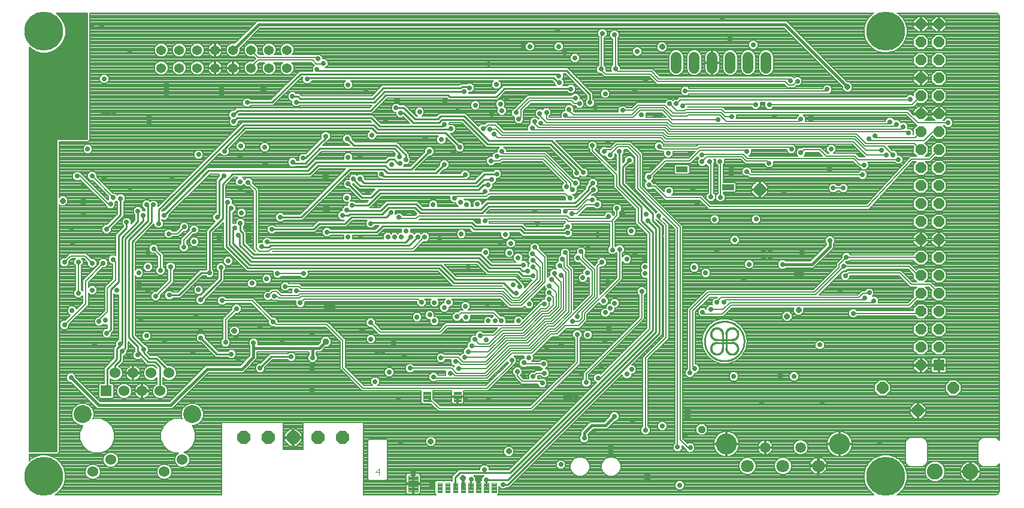
<source format=gbl>
G75*
%MOIN*%
%OFA0B0*%
%FSLAX25Y25*%
%IPPOS*%
%LPD*%
%AMOC8*
5,1,8,0,0,1.08239X$1,22.5*
%
%ADD10C,0.00400*%
%ADD11C,0.01000*%
%ADD12C,0.00100*%
%ADD13OC8,0.06496*%
%ADD14R,0.05906X0.05906*%
%ADD15OC8,0.05906*%
%ADD16C,0.05400*%
%ADD17OC8,0.07087*%
%ADD18C,0.07087*%
%ADD19C,0.05906*%
%ADD20C,0.11661*%
%ADD21C,0.00413*%
%ADD22C,0.00400*%
%ADD23C,0.00390*%
%ADD24C,0.06000*%
%ADD25R,0.06000X0.06000*%
%ADD26C,0.10000*%
%ADD27C,0.08858*%
%ADD28C,0.05906*%
%ADD29C,0.21654*%
%ADD30OC8,0.02781*%
%ADD31R,0.02781X0.02781*%
%ADD32R,0.03175X0.03175*%
%ADD33OC8,0.03175*%
%ADD34C,0.00800*%
%ADD35C,0.01600*%
%ADD36C,0.00600*%
%ADD37OC8,0.03962*%
%ADD38OC8,0.03569*%
D10*
X0224840Y0171130D02*
X0227242Y0171130D01*
X0226641Y0169329D02*
X0226641Y0172932D01*
X0224840Y0171130D01*
D11*
X0245676Y0170106D02*
X0245676Y0164484D01*
X0245676Y0170106D02*
X0245869Y0170299D01*
X0269101Y0167981D02*
X0269101Y0162280D01*
X0269101Y0167981D02*
X0271819Y0170699D01*
X0285469Y0170699D01*
X0285469Y0172449D01*
X0285469Y0170699D02*
X0299819Y0170699D01*
X0377419Y0248299D01*
X0378769Y0249649D01*
X0379019Y0249899D01*
X0379019Y0304599D01*
X0372669Y0310949D01*
X0372669Y0318799D01*
X0360569Y0330899D01*
X0360569Y0349649D01*
X0366169Y0344799D02*
X0362369Y0340999D01*
X0362369Y0331649D01*
X0379019Y0314999D01*
X0379019Y0310999D01*
X0382719Y0307299D01*
X0382719Y0248399D01*
X0298419Y0164099D01*
X0295819Y0164099D01*
X0298519Y0166799D02*
X0286569Y0166799D01*
X0286369Y0166599D01*
X0286369Y0162334D01*
X0286424Y0162280D01*
X0282093Y0162280D02*
X0282093Y0166423D01*
X0282119Y0166449D01*
X0277969Y0166849D02*
X0277762Y0166642D01*
X0277762Y0162280D01*
X0298519Y0166799D02*
X0380819Y0249099D01*
X0380819Y0306649D01*
X0376319Y0311149D01*
X0346019Y0328449D02*
X0336569Y0318999D01*
X0287719Y0318999D01*
X0284119Y0315399D01*
X0249669Y0315399D01*
X0246669Y0318399D01*
X0232119Y0318399D01*
X0228519Y0314799D01*
X0210519Y0314799D01*
X0209769Y0314049D01*
X0206419Y0314049D01*
X0209169Y0316699D02*
X0208819Y0317049D01*
X0209169Y0316699D02*
X0227719Y0316699D01*
X0231319Y0320299D01*
X0247469Y0320299D01*
X0250469Y0317299D01*
X0283469Y0317299D01*
X0287019Y0320849D01*
X0335819Y0320849D01*
X0343319Y0328349D01*
X0343319Y0329599D01*
X0345769Y0332049D01*
X0340519Y0337849D02*
X0322719Y0355649D01*
X0287769Y0355649D01*
X0276219Y0367199D01*
X0276219Y0367249D01*
X0274119Y0369349D01*
X0261119Y0369349D01*
X0259369Y0367599D01*
X0246669Y0367599D01*
X0240419Y0373849D01*
X0236219Y0373849D01*
X0238669Y0371049D02*
X0240519Y0371049D01*
X0245869Y0365699D01*
X0260169Y0365699D01*
X0261919Y0367449D01*
X0273419Y0367449D01*
X0287119Y0353749D01*
X0322069Y0353749D01*
X0336919Y0338899D01*
X0336919Y0337599D01*
X0331719Y0307799D02*
X0331269Y0307799D01*
X0329519Y0306049D01*
X0308219Y0306049D01*
X0306169Y0308099D01*
X0280419Y0308099D01*
X0278469Y0310049D01*
X0222769Y0310049D01*
X0222173Y0309453D01*
X0225419Y0304749D02*
X0228819Y0308149D01*
X0277669Y0308149D01*
X0279619Y0306199D01*
X0305469Y0306199D01*
X0307469Y0304199D01*
X0331719Y0304199D01*
X0307069Y0286349D02*
X0289069Y0286349D01*
X0283219Y0292199D01*
X0157069Y0292199D01*
X0151119Y0298149D01*
X0151119Y0304099D01*
X0149569Y0305649D01*
X0149569Y0309799D01*
X0146469Y0307049D02*
X0145519Y0306099D01*
X0145519Y0298349D01*
X0155469Y0288399D01*
X0281669Y0288399D01*
X0287369Y0282699D01*
X0304319Y0282699D01*
X0306769Y0280249D01*
X0312169Y0280249D01*
X0309319Y0283149D02*
X0306469Y0283149D01*
X0305069Y0284549D01*
X0288119Y0284549D01*
X0282369Y0290299D01*
X0156269Y0290299D01*
X0149219Y0297349D01*
X0149219Y0301999D01*
X0148319Y0302899D01*
X0143569Y0297549D02*
X0143569Y0317149D01*
X0144469Y0318049D01*
X0141669Y0320599D02*
X0141669Y0296699D01*
X0153769Y0284599D01*
X0260219Y0284599D01*
X0268369Y0276449D01*
X0296119Y0276449D01*
X0301869Y0270699D01*
X0303219Y0270699D01*
X0305069Y0274199D02*
X0305069Y0275749D01*
X0302469Y0278349D01*
X0269169Y0278349D01*
X0261019Y0286499D01*
X0154619Y0286499D01*
X0143569Y0297549D01*
X0132319Y0304899D02*
X0132319Y0281899D01*
X0127769Y0281899D01*
X0115419Y0269549D01*
X0109969Y0269549D01*
X0127369Y0266949D02*
X0138819Y0278399D01*
X0138819Y0284949D01*
X0161519Y0296549D02*
X0161769Y0296299D01*
X0165369Y0296299D01*
X0166319Y0297249D01*
X0243519Y0297249D01*
X0248269Y0301999D01*
X0244269Y0301999D02*
X0241419Y0299149D01*
X0164469Y0299149D01*
X0164369Y0299249D01*
X0167169Y0306249D02*
X0190319Y0306249D01*
X0193519Y0309449D01*
X0207869Y0309449D01*
X0211319Y0312899D01*
X0230619Y0312899D01*
X0233319Y0315599D01*
X0227519Y0326449D02*
X0220619Y0319549D01*
X0211819Y0319549D01*
X0217169Y0323949D02*
X0209569Y0331549D01*
X0212569Y0334049D02*
X0212569Y0334349D01*
X0212569Y0334049D02*
X0216369Y0330249D01*
X0281319Y0330249D01*
X0285169Y0334099D01*
X0289519Y0334099D01*
X0287569Y0330899D02*
X0284669Y0330899D01*
X0282119Y0328349D01*
X0226719Y0328349D01*
X0222319Y0323949D01*
X0217169Y0323949D01*
X0218469Y0332149D02*
X0216219Y0334399D01*
X0218469Y0332149D02*
X0280469Y0332149D01*
X0285419Y0337099D01*
X0292319Y0337099D01*
X0285719Y0327499D02*
X0284669Y0326449D01*
X0227519Y0326449D01*
X0229369Y0335799D02*
X0273769Y0335799D01*
X0274669Y0336699D01*
X0263169Y0342349D02*
X0258519Y0337699D01*
X0231469Y0337699D01*
X0229419Y0339749D01*
X0210269Y0339749D01*
X0183519Y0312999D01*
X0171669Y0312999D01*
X0197719Y0304749D02*
X0225419Y0304749D01*
X0229369Y0335799D02*
X0228219Y0336949D01*
X0232269Y0339599D02*
X0230219Y0341649D01*
X0192719Y0341649D01*
X0188019Y0336949D01*
X0145219Y0336949D01*
X0139719Y0331449D01*
X0139719Y0312299D01*
X0132319Y0304899D01*
X0136719Y0313099D02*
X0137669Y0314049D01*
X0137669Y0333399D01*
X0140369Y0336099D01*
X0131919Y0338849D02*
X0187169Y0338849D01*
X0191869Y0343549D01*
X0230919Y0343549D01*
X0232569Y0345199D01*
X0234969Y0345199D01*
X0237169Y0342999D01*
X0238319Y0342999D01*
X0238069Y0346699D02*
X0238069Y0348449D01*
X0235269Y0351249D01*
X0193919Y0351249D01*
X0185769Y0343099D01*
X0179166Y0343099D01*
X0178618Y0343648D01*
X0184519Y0345849D02*
X0185819Y0345849D01*
X0197119Y0357149D01*
X0197119Y0358149D01*
X0209069Y0356749D02*
X0212669Y0353149D01*
X0236069Y0353149D01*
X0241619Y0347599D01*
X0241619Y0344999D01*
X0244719Y0339599D02*
X0232269Y0339599D01*
X0244719Y0339599D02*
X0254769Y0349649D01*
X0263669Y0359999D02*
X0225419Y0359999D01*
X0222869Y0362549D01*
X0152169Y0362549D01*
X0140669Y0351049D01*
X0140669Y0349799D01*
X0131919Y0338849D02*
X0107069Y0313999D01*
X0104169Y0317249D02*
X0104169Y0309499D01*
X0100169Y0310249D02*
X0089319Y0299399D01*
X0089319Y0246599D01*
X0095869Y0240049D01*
X0095869Y0239399D01*
X0095669Y0239199D01*
X0095669Y0237599D01*
X0098869Y0234399D01*
X0102669Y0234399D01*
X0109829Y0227239D01*
X0109829Y0226217D01*
X0104829Y0229639D02*
X0102019Y0232449D01*
X0098219Y0232449D01*
X0093394Y0237274D01*
X0093394Y0237224D01*
X0092369Y0236199D01*
X0093394Y0237274D02*
X0092419Y0238249D01*
X0092419Y0240849D01*
X0087419Y0245849D01*
X0087419Y0300199D01*
X0098219Y0310999D01*
X0098219Y0319149D01*
X0097369Y0319999D01*
X0100169Y0318999D02*
X0101069Y0319899D01*
X0100169Y0318999D02*
X0100169Y0310249D01*
X0095369Y0310849D02*
X0085519Y0300999D01*
X0085519Y0240199D01*
X0083669Y0238349D01*
X0082619Y0237299D01*
X0082619Y0233199D01*
X0079829Y0230409D01*
X0079829Y0226217D01*
X0075319Y0228449D02*
X0075319Y0216707D01*
X0074829Y0216217D01*
X0075319Y0228449D02*
X0080819Y0233949D01*
X0080819Y0239749D01*
X0082738Y0241668D01*
X0082738Y0242268D01*
X0083619Y0243149D01*
X0083619Y0301799D01*
X0092569Y0310749D01*
X0092569Y0316449D01*
X0095369Y0314049D02*
X0095369Y0310849D01*
X0086219Y0310199D02*
X0086219Y0307099D01*
X0081719Y0302599D01*
X0081719Y0277149D01*
X0077269Y0272699D01*
X0077269Y0250399D01*
X0075219Y0248349D01*
X0047069Y0248659D02*
X0032050Y0248659D01*
X0032050Y0247661D02*
X0047069Y0247661D01*
X0047069Y0246662D02*
X0032050Y0246662D01*
X0032050Y0245664D02*
X0047069Y0245664D01*
X0047069Y0244665D02*
X0032050Y0244665D01*
X0032050Y0243667D02*
X0047069Y0243667D01*
X0047069Y0242668D02*
X0032050Y0242668D01*
X0032050Y0241670D02*
X0047069Y0241670D01*
X0047069Y0240671D02*
X0032050Y0240671D01*
X0032050Y0239673D02*
X0047069Y0239673D01*
X0047069Y0238674D02*
X0032050Y0238674D01*
X0032050Y0237676D02*
X0047069Y0237676D01*
X0047069Y0236677D02*
X0032050Y0236677D01*
X0032050Y0235679D02*
X0047069Y0235679D01*
X0047069Y0234680D02*
X0032050Y0234680D01*
X0032050Y0233682D02*
X0047069Y0233682D01*
X0047069Y0232683D02*
X0032050Y0232683D01*
X0032050Y0231685D02*
X0047069Y0231685D01*
X0047069Y0230686D02*
X0032050Y0230686D01*
X0032050Y0229688D02*
X0047069Y0229688D01*
X0047069Y0228689D02*
X0032050Y0228689D01*
X0032050Y0227691D02*
X0047069Y0227691D01*
X0047069Y0226692D02*
X0032050Y0226692D01*
X0032050Y0225694D02*
X0047069Y0225694D01*
X0047069Y0224695D02*
X0032050Y0224695D01*
X0032050Y0223696D02*
X0047069Y0223696D01*
X0047069Y0222698D02*
X0032050Y0222698D01*
X0032050Y0221699D02*
X0047069Y0221699D01*
X0047069Y0220701D02*
X0032050Y0220701D01*
X0032050Y0219702D02*
X0047069Y0219702D01*
X0047069Y0218704D02*
X0032050Y0218704D01*
X0032050Y0217705D02*
X0047069Y0217705D01*
X0047069Y0216707D02*
X0032050Y0216707D01*
X0032050Y0215708D02*
X0047069Y0215708D01*
X0047069Y0214710D02*
X0032050Y0214710D01*
X0032050Y0213711D02*
X0047069Y0213711D01*
X0047069Y0212713D02*
X0032050Y0212713D01*
X0032050Y0211714D02*
X0047069Y0211714D01*
X0047069Y0210716D02*
X0032050Y0210716D01*
X0032050Y0209717D02*
X0047069Y0209717D01*
X0047069Y0208719D02*
X0032050Y0208719D01*
X0032050Y0207720D02*
X0047069Y0207720D01*
X0047069Y0206722D02*
X0032050Y0206722D01*
X0032050Y0205723D02*
X0047069Y0205723D01*
X0047069Y0204725D02*
X0032050Y0204725D01*
X0032050Y0203726D02*
X0047069Y0203726D01*
X0047069Y0202728D02*
X0032050Y0202728D01*
X0032050Y0201729D02*
X0047069Y0201729D01*
X0047069Y0200731D02*
X0032050Y0200731D01*
X0032050Y0199732D02*
X0047069Y0199732D01*
X0047069Y0198734D02*
X0032050Y0198734D01*
X0032050Y0197735D02*
X0047069Y0197735D01*
X0047069Y0196737D02*
X0032050Y0196737D01*
X0032050Y0195738D02*
X0047069Y0195738D01*
X0047069Y0194740D02*
X0032050Y0194740D01*
X0032050Y0193741D02*
X0047069Y0193741D01*
X0047069Y0192743D02*
X0032050Y0192743D01*
X0032050Y0191744D02*
X0047069Y0191744D01*
X0047069Y0190746D02*
X0032050Y0190746D01*
X0032050Y0189747D02*
X0047069Y0189747D01*
X0047069Y0188749D02*
X0032050Y0188749D01*
X0032050Y0187750D02*
X0047069Y0187750D01*
X0047069Y0186752D02*
X0032050Y0186752D01*
X0032050Y0185753D02*
X0047069Y0185753D01*
X0047069Y0184755D02*
X0032050Y0184755D01*
X0032050Y0183756D02*
X0047069Y0183756D01*
X0047069Y0182799D02*
X0032050Y0182799D01*
X0032050Y0407575D01*
X0032718Y0406906D01*
X0035483Y0405310D01*
X0038567Y0404483D01*
X0041760Y0404483D01*
X0044845Y0405310D01*
X0047610Y0406906D01*
X0049868Y0409164D01*
X0051464Y0411929D01*
X0052291Y0415014D01*
X0052291Y0418207D01*
X0051464Y0421291D01*
X0049868Y0424056D01*
X0047610Y0426314D01*
X0046954Y0426693D01*
X0064069Y0426693D01*
X0064069Y0420669D01*
X0064029Y0420628D01*
X0064029Y0416770D01*
X0064069Y0416730D01*
X0064069Y0356799D01*
X0047069Y0356799D01*
X0047069Y0182799D01*
X0104829Y0216217D02*
X0104829Y0229639D01*
X0127569Y0245799D02*
X0136569Y0236799D01*
X0144569Y0236799D01*
X0160519Y0228999D02*
X0166769Y0235249D01*
X0177869Y0235249D01*
X0082919Y0314249D02*
X0075069Y0306399D01*
X0082919Y0314249D02*
X0082919Y0323449D01*
X0104169Y0317249D02*
X0106969Y0320049D01*
X0107469Y0320549D01*
X0151369Y0364449D01*
X0223669Y0364449D01*
X0226219Y0361899D01*
X0266369Y0361899D01*
X0266719Y0362249D01*
X0263669Y0359999D02*
X0271619Y0352049D01*
X0262219Y0363799D02*
X0263069Y0364649D01*
X0262219Y0363799D02*
X0227019Y0363799D01*
X0222519Y0368299D01*
X0147919Y0368299D01*
X0145919Y0366299D01*
X0145719Y0369999D02*
X0148119Y0372399D01*
X0222069Y0372399D01*
X0230569Y0380899D01*
X0265169Y0380899D01*
X0265419Y0380649D01*
X0265469Y0380649D01*
X0265969Y0380149D01*
X0291969Y0380149D01*
X0296369Y0384549D01*
X0333419Y0384549D01*
X0333519Y0384449D01*
X0327119Y0387949D02*
X0326669Y0387949D01*
X0323919Y0390699D01*
X0187669Y0390699D01*
X0186819Y0389849D01*
X0182969Y0392699D02*
X0167169Y0376899D01*
X0153469Y0376899D01*
X0178569Y0380299D02*
X0181619Y0380299D01*
X0182869Y0379049D01*
X0223319Y0379049D01*
X0229169Y0384899D01*
X0272119Y0384899D01*
X0272969Y0385749D01*
X0276619Y0385749D01*
X0277219Y0385149D01*
X0274119Y0382949D02*
X0229919Y0382949D01*
X0224119Y0377149D01*
X0180819Y0377149D01*
X0182969Y0392699D02*
X0325869Y0392699D01*
X0326869Y0391699D01*
X0330969Y0394599D02*
X0344219Y0381349D01*
X0344219Y0376849D01*
X0330969Y0394599D02*
X0193069Y0394599D01*
X0192219Y0395449D01*
X0142569Y0321499D02*
X0141669Y0320599D01*
X0064069Y0357497D02*
X0032050Y0357497D01*
X0032050Y0356498D02*
X0047069Y0356498D01*
X0047069Y0355500D02*
X0032050Y0355500D01*
X0032050Y0354501D02*
X0047069Y0354501D01*
X0047069Y0353503D02*
X0032050Y0353503D01*
X0032050Y0352504D02*
X0047069Y0352504D01*
X0047069Y0351506D02*
X0032050Y0351506D01*
X0032050Y0350507D02*
X0047069Y0350507D01*
X0047069Y0349509D02*
X0032050Y0349509D01*
X0032050Y0348510D02*
X0047069Y0348510D01*
X0047069Y0347512D02*
X0032050Y0347512D01*
X0032050Y0346513D02*
X0047069Y0346513D01*
X0047069Y0345515D02*
X0032050Y0345515D01*
X0032050Y0344516D02*
X0047069Y0344516D01*
X0047069Y0343518D02*
X0032050Y0343518D01*
X0032050Y0342519D02*
X0047069Y0342519D01*
X0047069Y0341521D02*
X0032050Y0341521D01*
X0032050Y0340522D02*
X0047069Y0340522D01*
X0047069Y0339524D02*
X0032050Y0339524D01*
X0032050Y0338525D02*
X0047069Y0338525D01*
X0047069Y0337527D02*
X0032050Y0337527D01*
X0032050Y0336528D02*
X0047069Y0336528D01*
X0047069Y0335530D02*
X0032050Y0335530D01*
X0032050Y0334531D02*
X0047069Y0334531D01*
X0047069Y0333533D02*
X0032050Y0333533D01*
X0032050Y0332534D02*
X0047069Y0332534D01*
X0047069Y0331536D02*
X0032050Y0331536D01*
X0032050Y0330537D02*
X0047069Y0330537D01*
X0047069Y0329539D02*
X0032050Y0329539D01*
X0032050Y0328540D02*
X0047069Y0328540D01*
X0047069Y0327542D02*
X0032050Y0327542D01*
X0032050Y0326543D02*
X0047069Y0326543D01*
X0047069Y0325545D02*
X0032050Y0325545D01*
X0032050Y0324546D02*
X0047069Y0324546D01*
X0047069Y0323548D02*
X0032050Y0323548D01*
X0032050Y0322549D02*
X0047069Y0322549D01*
X0047069Y0321551D02*
X0032050Y0321551D01*
X0032050Y0320552D02*
X0047069Y0320552D01*
X0047069Y0319554D02*
X0032050Y0319554D01*
X0032050Y0318555D02*
X0047069Y0318555D01*
X0047069Y0317557D02*
X0032050Y0317557D01*
X0032050Y0316558D02*
X0047069Y0316558D01*
X0047069Y0315560D02*
X0032050Y0315560D01*
X0032050Y0314561D02*
X0047069Y0314561D01*
X0047069Y0313563D02*
X0032050Y0313563D01*
X0032050Y0312564D02*
X0047069Y0312564D01*
X0047069Y0311565D02*
X0032050Y0311565D01*
X0032050Y0310567D02*
X0047069Y0310567D01*
X0047069Y0309568D02*
X0032050Y0309568D01*
X0032050Y0308570D02*
X0047069Y0308570D01*
X0047069Y0307571D02*
X0032050Y0307571D01*
X0032050Y0306573D02*
X0047069Y0306573D01*
X0047069Y0305574D02*
X0032050Y0305574D01*
X0032050Y0304576D02*
X0047069Y0304576D01*
X0047069Y0303577D02*
X0032050Y0303577D01*
X0032050Y0302579D02*
X0047069Y0302579D01*
X0047069Y0301580D02*
X0032050Y0301580D01*
X0032050Y0300582D02*
X0047069Y0300582D01*
X0047069Y0299583D02*
X0032050Y0299583D01*
X0032050Y0298585D02*
X0047069Y0298585D01*
X0047069Y0297586D02*
X0032050Y0297586D01*
X0032050Y0296588D02*
X0047069Y0296588D01*
X0047069Y0295589D02*
X0032050Y0295589D01*
X0032050Y0294591D02*
X0047069Y0294591D01*
X0047069Y0293592D02*
X0032050Y0293592D01*
X0032050Y0292594D02*
X0047069Y0292594D01*
X0047069Y0291595D02*
X0032050Y0291595D01*
X0032050Y0290597D02*
X0047069Y0290597D01*
X0047069Y0289598D02*
X0032050Y0289598D01*
X0032050Y0288600D02*
X0047069Y0288600D01*
X0047069Y0287601D02*
X0032050Y0287601D01*
X0032050Y0286603D02*
X0047069Y0286603D01*
X0047069Y0285604D02*
X0032050Y0285604D01*
X0032050Y0284606D02*
X0047069Y0284606D01*
X0047069Y0283607D02*
X0032050Y0283607D01*
X0032050Y0282609D02*
X0047069Y0282609D01*
X0047069Y0281610D02*
X0032050Y0281610D01*
X0032050Y0280612D02*
X0047069Y0280612D01*
X0047069Y0279613D02*
X0032050Y0279613D01*
X0032050Y0278615D02*
X0047069Y0278615D01*
X0047069Y0277616D02*
X0032050Y0277616D01*
X0032050Y0276618D02*
X0047069Y0276618D01*
X0047069Y0275619D02*
X0032050Y0275619D01*
X0032050Y0274621D02*
X0047069Y0274621D01*
X0047069Y0273622D02*
X0032050Y0273622D01*
X0032050Y0272624D02*
X0047069Y0272624D01*
X0047069Y0271625D02*
X0032050Y0271625D01*
X0032050Y0270627D02*
X0047069Y0270627D01*
X0047069Y0269628D02*
X0032050Y0269628D01*
X0032050Y0268630D02*
X0047069Y0268630D01*
X0047069Y0267631D02*
X0032050Y0267631D01*
X0032050Y0266632D02*
X0047069Y0266632D01*
X0047069Y0265634D02*
X0032050Y0265634D01*
X0032050Y0264635D02*
X0047069Y0264635D01*
X0047069Y0263637D02*
X0032050Y0263637D01*
X0032050Y0262638D02*
X0047069Y0262638D01*
X0047069Y0261640D02*
X0032050Y0261640D01*
X0032050Y0260641D02*
X0047069Y0260641D01*
X0047069Y0259643D02*
X0032050Y0259643D01*
X0032050Y0258644D02*
X0047069Y0258644D01*
X0047069Y0257646D02*
X0032050Y0257646D01*
X0032050Y0256647D02*
X0047069Y0256647D01*
X0047069Y0255649D02*
X0032050Y0255649D01*
X0032050Y0254650D02*
X0047069Y0254650D01*
X0047069Y0253652D02*
X0032050Y0253652D01*
X0032050Y0252653D02*
X0047069Y0252653D01*
X0047069Y0251655D02*
X0032050Y0251655D01*
X0032050Y0250656D02*
X0047069Y0250656D01*
X0047069Y0249658D02*
X0032050Y0249658D01*
X0032050Y0358496D02*
X0064069Y0358496D01*
X0064069Y0359494D02*
X0032050Y0359494D01*
X0032050Y0360493D02*
X0064069Y0360493D01*
X0064069Y0361491D02*
X0032050Y0361491D01*
X0032050Y0362490D02*
X0064069Y0362490D01*
X0064069Y0363488D02*
X0032050Y0363488D01*
X0032050Y0364487D02*
X0064069Y0364487D01*
X0064069Y0365485D02*
X0032050Y0365485D01*
X0032050Y0366484D02*
X0064069Y0366484D01*
X0064069Y0367482D02*
X0032050Y0367482D01*
X0032050Y0368481D02*
X0064069Y0368481D01*
X0064069Y0369479D02*
X0032050Y0369479D01*
X0032050Y0370478D02*
X0064069Y0370478D01*
X0064069Y0371476D02*
X0032050Y0371476D01*
X0032050Y0372475D02*
X0064069Y0372475D01*
X0064069Y0373473D02*
X0032050Y0373473D01*
X0032050Y0374472D02*
X0064069Y0374472D01*
X0064069Y0375470D02*
X0032050Y0375470D01*
X0032050Y0376469D02*
X0064069Y0376469D01*
X0064069Y0377467D02*
X0032050Y0377467D01*
X0032050Y0378466D02*
X0064069Y0378466D01*
X0064069Y0379464D02*
X0032050Y0379464D01*
X0032050Y0380463D02*
X0064069Y0380463D01*
X0064069Y0381461D02*
X0032050Y0381461D01*
X0032050Y0382460D02*
X0064069Y0382460D01*
X0064069Y0383458D02*
X0032050Y0383458D01*
X0032050Y0384457D02*
X0064069Y0384457D01*
X0064069Y0385455D02*
X0032050Y0385455D01*
X0032050Y0386454D02*
X0064069Y0386454D01*
X0064069Y0387452D02*
X0032050Y0387452D01*
X0032050Y0388451D02*
X0064069Y0388451D01*
X0064069Y0389449D02*
X0032050Y0389449D01*
X0032050Y0390448D02*
X0064069Y0390448D01*
X0064069Y0391446D02*
X0032050Y0391446D01*
X0032050Y0392445D02*
X0064069Y0392445D01*
X0064069Y0393443D02*
X0032050Y0393443D01*
X0032050Y0394442D02*
X0064069Y0394442D01*
X0064069Y0395440D02*
X0032050Y0395440D01*
X0032050Y0396439D02*
X0064069Y0396439D01*
X0064069Y0397437D02*
X0032050Y0397437D01*
X0032050Y0398436D02*
X0064069Y0398436D01*
X0064069Y0399434D02*
X0032050Y0399434D01*
X0032050Y0400433D02*
X0064069Y0400433D01*
X0064069Y0401432D02*
X0032050Y0401432D01*
X0032050Y0402430D02*
X0064069Y0402430D01*
X0064069Y0403429D02*
X0032050Y0403429D01*
X0032050Y0404427D02*
X0064069Y0404427D01*
X0064069Y0405426D02*
X0045045Y0405426D01*
X0046774Y0406424D02*
X0064069Y0406424D01*
X0064069Y0407423D02*
X0048126Y0407423D01*
X0049125Y0408421D02*
X0064069Y0408421D01*
X0064069Y0409420D02*
X0050015Y0409420D01*
X0050592Y0410418D02*
X0064069Y0410418D01*
X0064069Y0411417D02*
X0051168Y0411417D01*
X0051594Y0412415D02*
X0064069Y0412415D01*
X0064069Y0413414D02*
X0051862Y0413414D01*
X0052129Y0414412D02*
X0064069Y0414412D01*
X0064069Y0415411D02*
X0052291Y0415411D01*
X0052291Y0416409D02*
X0064069Y0416409D01*
X0064029Y0417408D02*
X0052291Y0417408D01*
X0052237Y0418406D02*
X0064029Y0418406D01*
X0064029Y0419405D02*
X0051970Y0419405D01*
X0051702Y0420403D02*
X0064029Y0420403D01*
X0064069Y0421402D02*
X0051400Y0421402D01*
X0050824Y0422400D02*
X0064069Y0422400D01*
X0064069Y0423399D02*
X0050247Y0423399D01*
X0049527Y0424397D02*
X0064069Y0424397D01*
X0064069Y0425396D02*
X0048528Y0425396D01*
X0047471Y0426394D02*
X0064069Y0426394D01*
X0035283Y0405426D02*
X0032050Y0405426D01*
X0032050Y0406424D02*
X0033553Y0406424D01*
X0032202Y0407423D02*
X0032050Y0407423D01*
X0414863Y0244726D02*
X0423131Y0244726D01*
X0423131Y0243151D02*
X0414863Y0243151D01*
X0407997Y0243939D02*
X0408000Y0244209D01*
X0408010Y0244479D01*
X0408027Y0244748D01*
X0408050Y0245017D01*
X0408080Y0245286D01*
X0408116Y0245553D01*
X0408159Y0245820D01*
X0408208Y0246085D01*
X0408264Y0246349D01*
X0408327Y0246612D01*
X0408395Y0246873D01*
X0408471Y0247132D01*
X0408552Y0247389D01*
X0408640Y0247645D01*
X0408734Y0247898D01*
X0408834Y0248149D01*
X0408941Y0248397D01*
X0409053Y0248642D01*
X0409172Y0248885D01*
X0409296Y0249124D01*
X0409426Y0249361D01*
X0409562Y0249594D01*
X0409704Y0249824D01*
X0409851Y0250050D01*
X0410004Y0250273D01*
X0410162Y0250492D01*
X0410325Y0250707D01*
X0410494Y0250917D01*
X0410668Y0251124D01*
X0410847Y0251326D01*
X0411030Y0251524D01*
X0411219Y0251717D01*
X0411412Y0251906D01*
X0411610Y0252089D01*
X0411812Y0252268D01*
X0412019Y0252442D01*
X0412229Y0252611D01*
X0412444Y0252774D01*
X0412663Y0252932D01*
X0412886Y0253085D01*
X0413112Y0253232D01*
X0413342Y0253374D01*
X0413575Y0253510D01*
X0413812Y0253640D01*
X0414051Y0253764D01*
X0414294Y0253883D01*
X0414539Y0253995D01*
X0414787Y0254102D01*
X0415038Y0254202D01*
X0415291Y0254296D01*
X0415547Y0254384D01*
X0415804Y0254465D01*
X0416063Y0254541D01*
X0416324Y0254609D01*
X0416587Y0254672D01*
X0416851Y0254728D01*
X0417116Y0254777D01*
X0417383Y0254820D01*
X0417650Y0254856D01*
X0417919Y0254886D01*
X0418188Y0254909D01*
X0418457Y0254926D01*
X0418727Y0254936D01*
X0418997Y0254939D01*
X0419267Y0254936D01*
X0419537Y0254926D01*
X0419806Y0254909D01*
X0420075Y0254886D01*
X0420344Y0254856D01*
X0420611Y0254820D01*
X0420878Y0254777D01*
X0421143Y0254728D01*
X0421407Y0254672D01*
X0421670Y0254609D01*
X0421931Y0254541D01*
X0422190Y0254465D01*
X0422447Y0254384D01*
X0422703Y0254296D01*
X0422956Y0254202D01*
X0423207Y0254102D01*
X0423455Y0253995D01*
X0423700Y0253883D01*
X0423943Y0253764D01*
X0424182Y0253640D01*
X0424419Y0253510D01*
X0424652Y0253374D01*
X0424882Y0253232D01*
X0425108Y0253085D01*
X0425331Y0252932D01*
X0425550Y0252774D01*
X0425765Y0252611D01*
X0425975Y0252442D01*
X0426182Y0252268D01*
X0426384Y0252089D01*
X0426582Y0251906D01*
X0426775Y0251717D01*
X0426964Y0251524D01*
X0427147Y0251326D01*
X0427326Y0251124D01*
X0427500Y0250917D01*
X0427669Y0250707D01*
X0427832Y0250492D01*
X0427990Y0250273D01*
X0428143Y0250050D01*
X0428290Y0249824D01*
X0428432Y0249594D01*
X0428568Y0249361D01*
X0428698Y0249124D01*
X0428822Y0248885D01*
X0428941Y0248642D01*
X0429053Y0248397D01*
X0429160Y0248149D01*
X0429260Y0247898D01*
X0429354Y0247645D01*
X0429442Y0247389D01*
X0429523Y0247132D01*
X0429599Y0246873D01*
X0429667Y0246612D01*
X0429730Y0246349D01*
X0429786Y0246085D01*
X0429835Y0245820D01*
X0429878Y0245553D01*
X0429914Y0245286D01*
X0429944Y0245017D01*
X0429967Y0244748D01*
X0429984Y0244479D01*
X0429994Y0244209D01*
X0429997Y0243939D01*
X0429994Y0243669D01*
X0429984Y0243399D01*
X0429967Y0243130D01*
X0429944Y0242861D01*
X0429914Y0242592D01*
X0429878Y0242325D01*
X0429835Y0242058D01*
X0429786Y0241793D01*
X0429730Y0241529D01*
X0429667Y0241266D01*
X0429599Y0241005D01*
X0429523Y0240746D01*
X0429442Y0240489D01*
X0429354Y0240233D01*
X0429260Y0239980D01*
X0429160Y0239729D01*
X0429053Y0239481D01*
X0428941Y0239236D01*
X0428822Y0238993D01*
X0428698Y0238754D01*
X0428568Y0238517D01*
X0428432Y0238284D01*
X0428290Y0238054D01*
X0428143Y0237828D01*
X0427990Y0237605D01*
X0427832Y0237386D01*
X0427669Y0237171D01*
X0427500Y0236961D01*
X0427326Y0236754D01*
X0427147Y0236552D01*
X0426964Y0236354D01*
X0426775Y0236161D01*
X0426582Y0235972D01*
X0426384Y0235789D01*
X0426182Y0235610D01*
X0425975Y0235436D01*
X0425765Y0235267D01*
X0425550Y0235104D01*
X0425331Y0234946D01*
X0425108Y0234793D01*
X0424882Y0234646D01*
X0424652Y0234504D01*
X0424419Y0234368D01*
X0424182Y0234238D01*
X0423943Y0234114D01*
X0423700Y0233995D01*
X0423455Y0233883D01*
X0423207Y0233776D01*
X0422956Y0233676D01*
X0422703Y0233582D01*
X0422447Y0233494D01*
X0422190Y0233413D01*
X0421931Y0233337D01*
X0421670Y0233269D01*
X0421407Y0233206D01*
X0421143Y0233150D01*
X0420878Y0233101D01*
X0420611Y0233058D01*
X0420344Y0233022D01*
X0420075Y0232992D01*
X0419806Y0232969D01*
X0419537Y0232952D01*
X0419267Y0232942D01*
X0418997Y0232939D01*
X0418727Y0232942D01*
X0418457Y0232952D01*
X0418188Y0232969D01*
X0417919Y0232992D01*
X0417650Y0233022D01*
X0417383Y0233058D01*
X0417116Y0233101D01*
X0416851Y0233150D01*
X0416587Y0233206D01*
X0416324Y0233269D01*
X0416063Y0233337D01*
X0415804Y0233413D01*
X0415547Y0233494D01*
X0415291Y0233582D01*
X0415038Y0233676D01*
X0414787Y0233776D01*
X0414539Y0233883D01*
X0414294Y0233995D01*
X0414051Y0234114D01*
X0413812Y0234238D01*
X0413575Y0234368D01*
X0413342Y0234504D01*
X0413112Y0234646D01*
X0412886Y0234793D01*
X0412663Y0234946D01*
X0412444Y0235104D01*
X0412229Y0235267D01*
X0412019Y0235436D01*
X0411812Y0235610D01*
X0411610Y0235789D01*
X0411412Y0235972D01*
X0411219Y0236161D01*
X0411030Y0236354D01*
X0410847Y0236552D01*
X0410668Y0236754D01*
X0410494Y0236961D01*
X0410325Y0237171D01*
X0410162Y0237386D01*
X0410004Y0237605D01*
X0409851Y0237828D01*
X0409704Y0238054D01*
X0409562Y0238284D01*
X0409426Y0238517D01*
X0409296Y0238754D01*
X0409172Y0238993D01*
X0409053Y0239236D01*
X0408941Y0239481D01*
X0408834Y0239729D01*
X0408734Y0239980D01*
X0408640Y0240233D01*
X0408552Y0240489D01*
X0408471Y0240746D01*
X0408395Y0241005D01*
X0408327Y0241266D01*
X0408264Y0241529D01*
X0408208Y0241793D01*
X0408159Y0242058D01*
X0408116Y0242325D01*
X0408080Y0242592D01*
X0408050Y0242861D01*
X0408027Y0243130D01*
X0408010Y0243399D01*
X0408000Y0243669D01*
X0407997Y0243939D01*
X0418013Y0240002D02*
X0418013Y0247876D01*
X0419981Y0247876D02*
X0419981Y0240002D01*
D12*
X0419530Y0239965D02*
X0420430Y0239937D01*
X0420429Y0239938D02*
X0420430Y0239833D01*
X0420435Y0239727D01*
X0420443Y0239622D01*
X0420456Y0239518D01*
X0420472Y0239414D01*
X0420492Y0239311D01*
X0420517Y0239208D01*
X0420545Y0239107D01*
X0420576Y0239006D01*
X0420612Y0238907D01*
X0420651Y0238810D01*
X0420694Y0238714D01*
X0420741Y0238619D01*
X0420791Y0238527D01*
X0420844Y0238436D01*
X0420901Y0238347D01*
X0420961Y0238261D01*
X0421024Y0238177D01*
X0421091Y0238095D01*
X0421160Y0238016D01*
X0421233Y0237940D01*
X0421308Y0237866D01*
X0421386Y0237795D01*
X0421466Y0237727D01*
X0421549Y0237663D01*
X0421635Y0237601D01*
X0421723Y0237543D01*
X0421812Y0237488D01*
X0421904Y0237436D01*
X0421998Y0237388D01*
X0422093Y0237344D01*
X0422190Y0237303D01*
X0422289Y0237266D01*
X0422388Y0237232D01*
X0422489Y0237202D01*
X0422591Y0237177D01*
X0422694Y0237155D01*
X0422798Y0237136D01*
X0422902Y0237122D01*
X0423007Y0237112D01*
X0423112Y0237105D01*
X0423217Y0237103D01*
X0423323Y0237105D01*
X0423428Y0237110D01*
X0423533Y0237120D01*
X0423637Y0237133D01*
X0423741Y0237150D01*
X0423844Y0237171D01*
X0423946Y0237196D01*
X0424047Y0237225D01*
X0424148Y0237258D01*
X0424246Y0237294D01*
X0424344Y0237334D01*
X0424439Y0237378D01*
X0424533Y0237425D01*
X0424626Y0237476D01*
X0424716Y0237530D01*
X0424804Y0237588D01*
X0424890Y0237649D01*
X0424973Y0237713D01*
X0425055Y0237780D01*
X0425133Y0237850D01*
X0425209Y0237923D01*
X0425282Y0237999D01*
X0425352Y0238077D01*
X0425419Y0238159D01*
X0425483Y0238242D01*
X0425544Y0238328D01*
X0425602Y0238416D01*
X0425656Y0238506D01*
X0425707Y0238599D01*
X0425754Y0238693D01*
X0425798Y0238788D01*
X0425838Y0238886D01*
X0425874Y0238984D01*
X0425907Y0239085D01*
X0425936Y0239186D01*
X0425961Y0239288D01*
X0425982Y0239391D01*
X0425999Y0239495D01*
X0426012Y0239599D01*
X0426022Y0239704D01*
X0426027Y0239809D01*
X0426029Y0239915D01*
X0426027Y0240020D01*
X0426020Y0240125D01*
X0426010Y0240230D01*
X0425996Y0240334D01*
X0425977Y0240438D01*
X0425955Y0240541D01*
X0425930Y0240643D01*
X0425900Y0240744D01*
X0425866Y0240843D01*
X0425829Y0240942D01*
X0425788Y0241039D01*
X0425744Y0241134D01*
X0425696Y0241228D01*
X0425644Y0241320D01*
X0425589Y0241409D01*
X0425531Y0241497D01*
X0425469Y0241583D01*
X0425405Y0241666D01*
X0425337Y0241746D01*
X0425266Y0241824D01*
X0425192Y0241899D01*
X0425116Y0241972D01*
X0425037Y0242041D01*
X0424955Y0242108D01*
X0424871Y0242171D01*
X0424785Y0242231D01*
X0424696Y0242288D01*
X0424605Y0242341D01*
X0424513Y0242391D01*
X0424418Y0242438D01*
X0424322Y0242481D01*
X0424225Y0242520D01*
X0424126Y0242556D01*
X0424025Y0242587D01*
X0423924Y0242615D01*
X0423821Y0242640D01*
X0423718Y0242660D01*
X0423614Y0242676D01*
X0423510Y0242689D01*
X0423405Y0242697D01*
X0423299Y0242702D01*
X0423194Y0242703D01*
X0423167Y0243602D01*
X0423287Y0243603D01*
X0423407Y0243599D01*
X0423527Y0243591D01*
X0423647Y0243579D01*
X0423766Y0243564D01*
X0423885Y0243544D01*
X0424003Y0243521D01*
X0424120Y0243494D01*
X0424237Y0243463D01*
X0424352Y0243429D01*
X0424466Y0243390D01*
X0424578Y0243348D01*
X0424690Y0243303D01*
X0424799Y0243253D01*
X0424907Y0243200D01*
X0425014Y0243144D01*
X0425118Y0243084D01*
X0425220Y0243021D01*
X0425321Y0242955D01*
X0425419Y0242885D01*
X0425515Y0242813D01*
X0425608Y0242737D01*
X0425699Y0242658D01*
X0425787Y0242576D01*
X0425873Y0242492D01*
X0425955Y0242404D01*
X0426035Y0242315D01*
X0426112Y0242222D01*
X0426186Y0242127D01*
X0426257Y0242030D01*
X0426324Y0241930D01*
X0426388Y0241829D01*
X0426449Y0241725D01*
X0426507Y0241619D01*
X0426561Y0241512D01*
X0426611Y0241403D01*
X0426658Y0241292D01*
X0426702Y0241180D01*
X0426741Y0241066D01*
X0426777Y0240951D01*
X0426810Y0240836D01*
X0426838Y0240719D01*
X0426863Y0240601D01*
X0426883Y0240483D01*
X0426900Y0240363D01*
X0426913Y0240244D01*
X0426922Y0240124D01*
X0426928Y0240004D01*
X0426929Y0239884D01*
X0426926Y0239763D01*
X0426920Y0239643D01*
X0426909Y0239523D01*
X0426895Y0239404D01*
X0426877Y0239285D01*
X0426855Y0239167D01*
X0426829Y0239049D01*
X0426800Y0238933D01*
X0426766Y0238817D01*
X0426729Y0238703D01*
X0426688Y0238590D01*
X0426644Y0238478D01*
X0426596Y0238368D01*
X0426544Y0238259D01*
X0426489Y0238152D01*
X0426430Y0238047D01*
X0426368Y0237944D01*
X0426303Y0237843D01*
X0426234Y0237745D01*
X0426162Y0237648D01*
X0426088Y0237554D01*
X0426010Y0237462D01*
X0425929Y0237373D01*
X0425845Y0237287D01*
X0425759Y0237203D01*
X0425670Y0237122D01*
X0425578Y0237044D01*
X0425484Y0236970D01*
X0425387Y0236898D01*
X0425289Y0236829D01*
X0425188Y0236764D01*
X0425085Y0236702D01*
X0424980Y0236643D01*
X0424873Y0236588D01*
X0424764Y0236536D01*
X0424654Y0236488D01*
X0424542Y0236444D01*
X0424429Y0236403D01*
X0424315Y0236366D01*
X0424199Y0236332D01*
X0424083Y0236303D01*
X0423965Y0236277D01*
X0423847Y0236255D01*
X0423728Y0236237D01*
X0423609Y0236223D01*
X0423489Y0236212D01*
X0423369Y0236206D01*
X0423248Y0236203D01*
X0423128Y0236204D01*
X0423008Y0236210D01*
X0422888Y0236219D01*
X0422769Y0236232D01*
X0422649Y0236249D01*
X0422531Y0236269D01*
X0422413Y0236294D01*
X0422296Y0236322D01*
X0422181Y0236355D01*
X0422066Y0236391D01*
X0421952Y0236430D01*
X0421840Y0236474D01*
X0421729Y0236521D01*
X0421620Y0236571D01*
X0421513Y0236625D01*
X0421407Y0236683D01*
X0421303Y0236744D01*
X0421202Y0236808D01*
X0421102Y0236875D01*
X0421005Y0236946D01*
X0420910Y0237020D01*
X0420817Y0237097D01*
X0420728Y0237177D01*
X0420640Y0237259D01*
X0420556Y0237345D01*
X0420474Y0237433D01*
X0420395Y0237524D01*
X0420319Y0237617D01*
X0420247Y0237713D01*
X0420177Y0237811D01*
X0420111Y0237912D01*
X0420048Y0238014D01*
X0419988Y0238118D01*
X0419932Y0238225D01*
X0419879Y0238333D01*
X0419829Y0238442D01*
X0419784Y0238554D01*
X0419742Y0238666D01*
X0419703Y0238780D01*
X0419669Y0238895D01*
X0419638Y0239012D01*
X0419611Y0239129D01*
X0419588Y0239247D01*
X0419568Y0239366D01*
X0419553Y0239485D01*
X0419541Y0239605D01*
X0419533Y0239725D01*
X0419529Y0239845D01*
X0419530Y0239965D01*
X0419623Y0239962D01*
X0419624Y0239843D01*
X0419627Y0239723D01*
X0419635Y0239604D01*
X0419647Y0239485D01*
X0419663Y0239366D01*
X0419683Y0239248D01*
X0419707Y0239131D01*
X0419734Y0239014D01*
X0419766Y0238899D01*
X0419801Y0238784D01*
X0419840Y0238671D01*
X0419883Y0238560D01*
X0419929Y0238449D01*
X0419979Y0238341D01*
X0420033Y0238234D01*
X0420090Y0238128D01*
X0420150Y0238025D01*
X0420214Y0237924D01*
X0420282Y0237825D01*
X0420352Y0237729D01*
X0420426Y0237634D01*
X0420503Y0237543D01*
X0420583Y0237453D01*
X0420665Y0237367D01*
X0420751Y0237283D01*
X0420839Y0237203D01*
X0420930Y0237125D01*
X0421024Y0237050D01*
X0421119Y0236978D01*
X0421218Y0236910D01*
X0421318Y0236845D01*
X0421421Y0236783D01*
X0421525Y0236725D01*
X0421631Y0236670D01*
X0421740Y0236619D01*
X0421849Y0236571D01*
X0421961Y0236527D01*
X0422073Y0236487D01*
X0422187Y0236451D01*
X0422302Y0236418D01*
X0422419Y0236389D01*
X0422536Y0236364D01*
X0422653Y0236343D01*
X0422772Y0236326D01*
X0422891Y0236313D01*
X0423010Y0236304D01*
X0423129Y0236298D01*
X0423249Y0236297D01*
X0423369Y0236300D01*
X0423488Y0236306D01*
X0423607Y0236317D01*
X0423726Y0236331D01*
X0423844Y0236350D01*
X0423962Y0236372D01*
X0424079Y0236399D01*
X0424194Y0236429D01*
X0424309Y0236463D01*
X0424423Y0236500D01*
X0424535Y0236542D01*
X0424646Y0236587D01*
X0424755Y0236636D01*
X0424863Y0236688D01*
X0424968Y0236744D01*
X0425072Y0236804D01*
X0425174Y0236867D01*
X0425274Y0236933D01*
X0425371Y0237002D01*
X0425466Y0237075D01*
X0425559Y0237151D01*
X0425649Y0237229D01*
X0425736Y0237311D01*
X0425821Y0237396D01*
X0425903Y0237483D01*
X0425981Y0237573D01*
X0426057Y0237666D01*
X0426130Y0237761D01*
X0426199Y0237858D01*
X0426265Y0237958D01*
X0426328Y0238060D01*
X0426388Y0238164D01*
X0426444Y0238269D01*
X0426496Y0238377D01*
X0426545Y0238486D01*
X0426590Y0238597D01*
X0426632Y0238709D01*
X0426669Y0238823D01*
X0426703Y0238938D01*
X0426733Y0239053D01*
X0426760Y0239170D01*
X0426782Y0239288D01*
X0426801Y0239406D01*
X0426815Y0239525D01*
X0426826Y0239644D01*
X0426832Y0239763D01*
X0426835Y0239883D01*
X0426834Y0240003D01*
X0426828Y0240122D01*
X0426819Y0240241D01*
X0426806Y0240360D01*
X0426789Y0240479D01*
X0426768Y0240596D01*
X0426743Y0240713D01*
X0426714Y0240830D01*
X0426681Y0240945D01*
X0426645Y0241059D01*
X0426605Y0241171D01*
X0426561Y0241283D01*
X0426513Y0241392D01*
X0426462Y0241501D01*
X0426407Y0241607D01*
X0426349Y0241711D01*
X0426287Y0241814D01*
X0426222Y0241914D01*
X0426154Y0242013D01*
X0426082Y0242108D01*
X0426007Y0242202D01*
X0425929Y0242293D01*
X0425849Y0242381D01*
X0425765Y0242467D01*
X0425679Y0242549D01*
X0425589Y0242629D01*
X0425498Y0242706D01*
X0425403Y0242780D01*
X0425307Y0242850D01*
X0425208Y0242918D01*
X0425107Y0242982D01*
X0425004Y0243042D01*
X0424898Y0243099D01*
X0424791Y0243153D01*
X0424683Y0243203D01*
X0424572Y0243249D01*
X0424461Y0243292D01*
X0424348Y0243331D01*
X0424233Y0243366D01*
X0424118Y0243398D01*
X0424001Y0243425D01*
X0423884Y0243449D01*
X0423766Y0243469D01*
X0423647Y0243485D01*
X0423528Y0243497D01*
X0423409Y0243505D01*
X0423289Y0243508D01*
X0423170Y0243509D01*
X0423173Y0243415D01*
X0423290Y0243414D01*
X0423407Y0243410D01*
X0423524Y0243403D01*
X0423641Y0243391D01*
X0423757Y0243375D01*
X0423873Y0243355D01*
X0423988Y0243332D01*
X0424102Y0243305D01*
X0424215Y0243274D01*
X0424327Y0243239D01*
X0424438Y0243200D01*
X0424548Y0243158D01*
X0424656Y0243112D01*
X0424762Y0243063D01*
X0424867Y0243010D01*
X0424970Y0242953D01*
X0425071Y0242893D01*
X0425169Y0242830D01*
X0425266Y0242764D01*
X0425361Y0242694D01*
X0425453Y0242621D01*
X0425542Y0242546D01*
X0425629Y0242467D01*
X0425713Y0242385D01*
X0425795Y0242301D01*
X0425874Y0242214D01*
X0425949Y0242124D01*
X0426022Y0242032D01*
X0426092Y0241938D01*
X0426158Y0241841D01*
X0426221Y0241742D01*
X0426281Y0241641D01*
X0426337Y0241538D01*
X0426390Y0241433D01*
X0426439Y0241327D01*
X0426485Y0241219D01*
X0426527Y0241109D01*
X0426566Y0240998D01*
X0426601Y0240886D01*
X0426631Y0240773D01*
X0426659Y0240659D01*
X0426682Y0240544D01*
X0426701Y0240428D01*
X0426717Y0240312D01*
X0426729Y0240195D01*
X0426737Y0240078D01*
X0426741Y0239961D01*
X0426740Y0239844D01*
X0426737Y0239726D01*
X0426729Y0239609D01*
X0426717Y0239492D01*
X0426701Y0239376D01*
X0426682Y0239260D01*
X0426658Y0239146D01*
X0426631Y0239031D01*
X0426600Y0238918D01*
X0426565Y0238806D01*
X0426527Y0238695D01*
X0426485Y0238586D01*
X0426439Y0238478D01*
X0426389Y0238371D01*
X0426336Y0238267D01*
X0426280Y0238164D01*
X0426220Y0238063D01*
X0426157Y0237964D01*
X0426091Y0237867D01*
X0426021Y0237773D01*
X0425948Y0237681D01*
X0425873Y0237591D01*
X0425794Y0237504D01*
X0425712Y0237420D01*
X0425628Y0237338D01*
X0425541Y0237259D01*
X0425451Y0237184D01*
X0425359Y0237111D01*
X0425265Y0237041D01*
X0425168Y0236975D01*
X0425069Y0236912D01*
X0424968Y0236852D01*
X0424865Y0236796D01*
X0424761Y0236743D01*
X0424654Y0236693D01*
X0424546Y0236647D01*
X0424437Y0236605D01*
X0424326Y0236567D01*
X0424214Y0236532D01*
X0424101Y0236501D01*
X0423986Y0236474D01*
X0423872Y0236450D01*
X0423756Y0236431D01*
X0423640Y0236415D01*
X0423523Y0236403D01*
X0423406Y0236395D01*
X0423288Y0236392D01*
X0423171Y0236391D01*
X0423054Y0236395D01*
X0422937Y0236403D01*
X0422820Y0236415D01*
X0422704Y0236431D01*
X0422588Y0236450D01*
X0422473Y0236473D01*
X0422359Y0236501D01*
X0422246Y0236531D01*
X0422134Y0236566D01*
X0422023Y0236605D01*
X0421913Y0236647D01*
X0421805Y0236693D01*
X0421699Y0236742D01*
X0421594Y0236795D01*
X0421491Y0236851D01*
X0421390Y0236911D01*
X0421291Y0236974D01*
X0421194Y0237040D01*
X0421100Y0237110D01*
X0421008Y0237183D01*
X0420918Y0237258D01*
X0420831Y0237337D01*
X0420747Y0237419D01*
X0420665Y0237503D01*
X0420586Y0237590D01*
X0420511Y0237679D01*
X0420438Y0237771D01*
X0420368Y0237866D01*
X0420302Y0237963D01*
X0420239Y0238061D01*
X0420179Y0238162D01*
X0420122Y0238265D01*
X0420069Y0238370D01*
X0420020Y0238476D01*
X0419974Y0238584D01*
X0419932Y0238694D01*
X0419893Y0238805D01*
X0419858Y0238917D01*
X0419827Y0239030D01*
X0419800Y0239144D01*
X0419777Y0239259D01*
X0419757Y0239375D01*
X0419741Y0239491D01*
X0419729Y0239608D01*
X0419722Y0239725D01*
X0419718Y0239842D01*
X0419717Y0239959D01*
X0419811Y0239957D01*
X0419812Y0239840D01*
X0419816Y0239723D01*
X0419824Y0239607D01*
X0419836Y0239491D01*
X0419852Y0239375D01*
X0419872Y0239260D01*
X0419896Y0239146D01*
X0419924Y0239033D01*
X0419955Y0238921D01*
X0419991Y0238810D01*
X0420030Y0238700D01*
X0420073Y0238591D01*
X0420119Y0238484D01*
X0420170Y0238379D01*
X0420223Y0238276D01*
X0420281Y0238174D01*
X0420341Y0238074D01*
X0420405Y0237977D01*
X0420473Y0237882D01*
X0420543Y0237789D01*
X0420617Y0237698D01*
X0420694Y0237611D01*
X0420773Y0237525D01*
X0420856Y0237443D01*
X0420941Y0237363D01*
X0421029Y0237287D01*
X0421120Y0237213D01*
X0421213Y0237143D01*
X0421308Y0237076D01*
X0421406Y0237012D01*
X0421505Y0236951D01*
X0421607Y0236894D01*
X0421711Y0236841D01*
X0421816Y0236791D01*
X0421923Y0236744D01*
X0422032Y0236702D01*
X0422142Y0236663D01*
X0422253Y0236627D01*
X0422365Y0236596D01*
X0422479Y0236568D01*
X0422593Y0236545D01*
X0422708Y0236525D01*
X0422823Y0236509D01*
X0422939Y0236497D01*
X0423056Y0236489D01*
X0423172Y0236485D01*
X0423289Y0236486D01*
X0423405Y0236490D01*
X0423522Y0236498D01*
X0423638Y0236510D01*
X0423753Y0236525D01*
X0423868Y0236545D01*
X0423983Y0236569D01*
X0424096Y0236597D01*
X0424208Y0236628D01*
X0424319Y0236664D01*
X0424429Y0236703D01*
X0424538Y0236745D01*
X0424645Y0236792D01*
X0424750Y0236842D01*
X0424854Y0236896D01*
X0424955Y0236953D01*
X0425055Y0237014D01*
X0425152Y0237078D01*
X0425248Y0237145D01*
X0425341Y0237215D01*
X0425431Y0237289D01*
X0425519Y0237366D01*
X0425604Y0237445D01*
X0425687Y0237528D01*
X0425766Y0237613D01*
X0425843Y0237701D01*
X0425917Y0237791D01*
X0425987Y0237884D01*
X0426054Y0237980D01*
X0426118Y0238077D01*
X0426179Y0238177D01*
X0426236Y0238278D01*
X0426290Y0238382D01*
X0426340Y0238487D01*
X0426387Y0238594D01*
X0426429Y0238703D01*
X0426468Y0238813D01*
X0426504Y0238924D01*
X0426535Y0239036D01*
X0426563Y0239149D01*
X0426587Y0239264D01*
X0426607Y0239379D01*
X0426622Y0239494D01*
X0426634Y0239610D01*
X0426642Y0239727D01*
X0426646Y0239843D01*
X0426647Y0239960D01*
X0426643Y0240076D01*
X0426635Y0240193D01*
X0426623Y0240309D01*
X0426607Y0240424D01*
X0426587Y0240539D01*
X0426564Y0240653D01*
X0426536Y0240767D01*
X0426505Y0240879D01*
X0426469Y0240990D01*
X0426430Y0241100D01*
X0426388Y0241209D01*
X0426341Y0241316D01*
X0426291Y0241421D01*
X0426238Y0241525D01*
X0426181Y0241627D01*
X0426120Y0241726D01*
X0426056Y0241824D01*
X0425989Y0241919D01*
X0425919Y0242012D01*
X0425845Y0242103D01*
X0425769Y0242191D01*
X0425689Y0242276D01*
X0425607Y0242359D01*
X0425521Y0242438D01*
X0425434Y0242515D01*
X0425343Y0242589D01*
X0425250Y0242659D01*
X0425155Y0242727D01*
X0425058Y0242791D01*
X0424958Y0242851D01*
X0424856Y0242909D01*
X0424753Y0242962D01*
X0424648Y0243013D01*
X0424541Y0243059D01*
X0424432Y0243102D01*
X0424322Y0243141D01*
X0424211Y0243177D01*
X0424099Y0243208D01*
X0423986Y0243236D01*
X0423872Y0243260D01*
X0423757Y0243280D01*
X0423641Y0243296D01*
X0423525Y0243308D01*
X0423409Y0243316D01*
X0423292Y0243320D01*
X0423175Y0243321D01*
X0423178Y0243227D01*
X0423293Y0243226D01*
X0423407Y0243222D01*
X0423521Y0243214D01*
X0423634Y0243202D01*
X0423747Y0243186D01*
X0423860Y0243167D01*
X0423972Y0243143D01*
X0424083Y0243116D01*
X0424192Y0243084D01*
X0424301Y0243049D01*
X0424409Y0243011D01*
X0424515Y0242968D01*
X0424619Y0242922D01*
X0424722Y0242873D01*
X0424823Y0242820D01*
X0424923Y0242763D01*
X0425020Y0242703D01*
X0425115Y0242640D01*
X0425208Y0242574D01*
X0425299Y0242504D01*
X0425387Y0242431D01*
X0425472Y0242356D01*
X0425555Y0242277D01*
X0425636Y0242196D01*
X0425713Y0242112D01*
X0425787Y0242025D01*
X0425859Y0241936D01*
X0425927Y0241844D01*
X0425992Y0241751D01*
X0426054Y0241655D01*
X0426113Y0241556D01*
X0426168Y0241456D01*
X0426219Y0241354D01*
X0426267Y0241251D01*
X0426312Y0241146D01*
X0426353Y0241039D01*
X0426390Y0240931D01*
X0426424Y0240822D01*
X0426453Y0240711D01*
X0426479Y0240600D01*
X0426501Y0240488D01*
X0426519Y0240375D01*
X0426534Y0240262D01*
X0426544Y0240148D01*
X0426550Y0240034D01*
X0426553Y0239920D01*
X0426552Y0239806D01*
X0426546Y0239692D01*
X0426537Y0239578D01*
X0426524Y0239464D01*
X0426507Y0239351D01*
X0426486Y0239239D01*
X0426461Y0239127D01*
X0426433Y0239017D01*
X0426400Y0238907D01*
X0426364Y0238799D01*
X0426324Y0238692D01*
X0426281Y0238586D01*
X0426234Y0238482D01*
X0426183Y0238380D01*
X0426129Y0238279D01*
X0426072Y0238180D01*
X0426011Y0238084D01*
X0425947Y0237989D01*
X0425879Y0237897D01*
X0425809Y0237807D01*
X0425735Y0237720D01*
X0425659Y0237635D01*
X0425579Y0237553D01*
X0425497Y0237473D01*
X0425412Y0237397D01*
X0425325Y0237323D01*
X0425235Y0237253D01*
X0425143Y0237185D01*
X0425048Y0237121D01*
X0424952Y0237060D01*
X0424853Y0237003D01*
X0424752Y0236949D01*
X0424650Y0236898D01*
X0424546Y0236851D01*
X0424440Y0236808D01*
X0424333Y0236768D01*
X0424225Y0236732D01*
X0424115Y0236699D01*
X0424005Y0236671D01*
X0423893Y0236646D01*
X0423781Y0236625D01*
X0423668Y0236608D01*
X0423554Y0236595D01*
X0423440Y0236586D01*
X0423326Y0236580D01*
X0423212Y0236579D01*
X0423098Y0236582D01*
X0422984Y0236588D01*
X0422870Y0236598D01*
X0422757Y0236613D01*
X0422644Y0236631D01*
X0422532Y0236653D01*
X0422421Y0236679D01*
X0422310Y0236708D01*
X0422201Y0236742D01*
X0422093Y0236779D01*
X0421986Y0236820D01*
X0421881Y0236865D01*
X0421778Y0236913D01*
X0421676Y0236964D01*
X0421576Y0237019D01*
X0421477Y0237078D01*
X0421381Y0237140D01*
X0421288Y0237205D01*
X0421196Y0237273D01*
X0421107Y0237345D01*
X0421020Y0237419D01*
X0420936Y0237496D01*
X0420855Y0237577D01*
X0420776Y0237660D01*
X0420701Y0237745D01*
X0420628Y0237833D01*
X0420558Y0237924D01*
X0420492Y0238017D01*
X0420429Y0238112D01*
X0420369Y0238209D01*
X0420312Y0238309D01*
X0420259Y0238410D01*
X0420210Y0238513D01*
X0420164Y0238617D01*
X0420121Y0238723D01*
X0420083Y0238831D01*
X0420048Y0238940D01*
X0420016Y0239049D01*
X0419989Y0239160D01*
X0419965Y0239272D01*
X0419946Y0239385D01*
X0419930Y0239498D01*
X0419918Y0239611D01*
X0419910Y0239725D01*
X0419906Y0239839D01*
X0419905Y0239954D01*
X0419999Y0239951D01*
X0420000Y0239838D01*
X0420004Y0239726D01*
X0420012Y0239613D01*
X0420024Y0239501D01*
X0420040Y0239390D01*
X0420060Y0239279D01*
X0420084Y0239169D01*
X0420111Y0239060D01*
X0420142Y0238952D01*
X0420177Y0238845D01*
X0420216Y0238739D01*
X0420259Y0238634D01*
X0420305Y0238532D01*
X0420354Y0238431D01*
X0420407Y0238331D01*
X0420464Y0238234D01*
X0420524Y0238138D01*
X0420587Y0238045D01*
X0420653Y0237954D01*
X0420723Y0237866D01*
X0420795Y0237779D01*
X0420871Y0237696D01*
X0420949Y0237615D01*
X0421030Y0237537D01*
X0421114Y0237462D01*
X0421200Y0237390D01*
X0421289Y0237320D01*
X0421380Y0237254D01*
X0421474Y0237191D01*
X0421570Y0237132D01*
X0421667Y0237076D01*
X0421767Y0237023D01*
X0421868Y0236974D01*
X0421971Y0236928D01*
X0422075Y0236886D01*
X0422181Y0236848D01*
X0422288Y0236813D01*
X0422397Y0236782D01*
X0422506Y0236755D01*
X0422616Y0236732D01*
X0422727Y0236712D01*
X0422839Y0236697D01*
X0422951Y0236685D01*
X0423063Y0236677D01*
X0423176Y0236673D01*
X0423288Y0236674D01*
X0423401Y0236678D01*
X0423513Y0236686D01*
X0423625Y0236697D01*
X0423737Y0236713D01*
X0423847Y0236733D01*
X0423958Y0236756D01*
X0424067Y0236784D01*
X0424175Y0236815D01*
X0424282Y0236850D01*
X0424388Y0236888D01*
X0424492Y0236930D01*
X0424595Y0236976D01*
X0424696Y0237026D01*
X0424796Y0237078D01*
X0424893Y0237135D01*
X0424989Y0237195D01*
X0425082Y0237257D01*
X0425173Y0237324D01*
X0425262Y0237393D01*
X0425348Y0237465D01*
X0425432Y0237541D01*
X0425513Y0237619D01*
X0425591Y0237700D01*
X0425667Y0237784D01*
X0425739Y0237870D01*
X0425808Y0237959D01*
X0425875Y0238050D01*
X0425937Y0238143D01*
X0425997Y0238239D01*
X0426054Y0238336D01*
X0426106Y0238436D01*
X0426156Y0238537D01*
X0426202Y0238640D01*
X0426244Y0238744D01*
X0426282Y0238850D01*
X0426317Y0238957D01*
X0426348Y0239065D01*
X0426376Y0239174D01*
X0426399Y0239285D01*
X0426419Y0239395D01*
X0426435Y0239507D01*
X0426446Y0239619D01*
X0426454Y0239731D01*
X0426458Y0239844D01*
X0426459Y0239956D01*
X0426455Y0240069D01*
X0426447Y0240181D01*
X0426435Y0240293D01*
X0426420Y0240405D01*
X0426400Y0240516D01*
X0426377Y0240626D01*
X0426350Y0240735D01*
X0426319Y0240844D01*
X0426284Y0240951D01*
X0426246Y0241057D01*
X0426204Y0241161D01*
X0426158Y0241264D01*
X0426109Y0241365D01*
X0426056Y0241465D01*
X0426000Y0241562D01*
X0425941Y0241658D01*
X0425878Y0241752D01*
X0425812Y0241843D01*
X0425742Y0241932D01*
X0425670Y0242018D01*
X0425595Y0242102D01*
X0425517Y0242183D01*
X0425436Y0242261D01*
X0425353Y0242337D01*
X0425266Y0242409D01*
X0425178Y0242479D01*
X0425087Y0242545D01*
X0424994Y0242608D01*
X0424898Y0242668D01*
X0424801Y0242725D01*
X0424701Y0242778D01*
X0424600Y0242827D01*
X0424498Y0242873D01*
X0424393Y0242916D01*
X0424287Y0242955D01*
X0424180Y0242990D01*
X0424072Y0243021D01*
X0423963Y0243048D01*
X0423853Y0243072D01*
X0423742Y0243092D01*
X0423631Y0243108D01*
X0423519Y0243120D01*
X0423406Y0243128D01*
X0423294Y0243132D01*
X0423181Y0243133D01*
X0423184Y0243039D01*
X0423296Y0243038D01*
X0423407Y0243034D01*
X0423519Y0243026D01*
X0423630Y0243013D01*
X0423741Y0242997D01*
X0423851Y0242977D01*
X0423960Y0242953D01*
X0424068Y0242925D01*
X0424175Y0242893D01*
X0424281Y0242857D01*
X0424386Y0242818D01*
X0424489Y0242775D01*
X0424590Y0242728D01*
X0424690Y0242678D01*
X0424788Y0242624D01*
X0424884Y0242567D01*
X0424978Y0242506D01*
X0425070Y0242442D01*
X0425159Y0242375D01*
X0425246Y0242304D01*
X0425330Y0242231D01*
X0425412Y0242155D01*
X0425491Y0242075D01*
X0425567Y0241993D01*
X0425640Y0241909D01*
X0425710Y0241822D01*
X0425776Y0241732D01*
X0425840Y0241640D01*
X0425900Y0241546D01*
X0425957Y0241450D01*
X0426011Y0241351D01*
X0426060Y0241251D01*
X0426107Y0241150D01*
X0426149Y0241046D01*
X0426188Y0240941D01*
X0426223Y0240835D01*
X0426255Y0240728D01*
X0426282Y0240620D01*
X0426306Y0240510D01*
X0426325Y0240400D01*
X0426341Y0240290D01*
X0426353Y0240178D01*
X0426361Y0240067D01*
X0426365Y0239955D01*
X0426364Y0239843D01*
X0426360Y0239732D01*
X0426352Y0239620D01*
X0426340Y0239509D01*
X0426324Y0239399D01*
X0426304Y0239289D01*
X0426280Y0239179D01*
X0426253Y0239071D01*
X0426221Y0238964D01*
X0426186Y0238858D01*
X0426147Y0238753D01*
X0426104Y0238650D01*
X0426057Y0238548D01*
X0426007Y0238448D01*
X0425954Y0238350D01*
X0425896Y0238254D01*
X0425836Y0238160D01*
X0425772Y0238068D01*
X0425705Y0237979D01*
X0425635Y0237892D01*
X0425562Y0237807D01*
X0425486Y0237725D01*
X0425407Y0237646D01*
X0425325Y0237570D01*
X0425240Y0237497D01*
X0425153Y0237427D01*
X0425064Y0237360D01*
X0424972Y0237296D01*
X0424878Y0237236D01*
X0424782Y0237178D01*
X0424684Y0237125D01*
X0424584Y0237075D01*
X0424482Y0237028D01*
X0424379Y0236985D01*
X0424274Y0236946D01*
X0424168Y0236911D01*
X0424061Y0236879D01*
X0423953Y0236852D01*
X0423843Y0236828D01*
X0423733Y0236808D01*
X0423623Y0236792D01*
X0423512Y0236780D01*
X0423400Y0236772D01*
X0423289Y0236768D01*
X0423177Y0236767D01*
X0423065Y0236771D01*
X0422954Y0236779D01*
X0422842Y0236791D01*
X0422732Y0236807D01*
X0422622Y0236826D01*
X0422512Y0236850D01*
X0422404Y0236877D01*
X0422297Y0236909D01*
X0422191Y0236944D01*
X0422086Y0236983D01*
X0421982Y0237025D01*
X0421881Y0237072D01*
X0421781Y0237121D01*
X0421682Y0237175D01*
X0421586Y0237232D01*
X0421492Y0237292D01*
X0421400Y0237356D01*
X0421310Y0237422D01*
X0421223Y0237492D01*
X0421139Y0237565D01*
X0421057Y0237641D01*
X0420977Y0237720D01*
X0420901Y0237802D01*
X0420828Y0237886D01*
X0420757Y0237973D01*
X0420690Y0238062D01*
X0420626Y0238154D01*
X0420565Y0238248D01*
X0420508Y0238344D01*
X0420454Y0238442D01*
X0420404Y0238542D01*
X0420357Y0238643D01*
X0420314Y0238746D01*
X0420275Y0238851D01*
X0420239Y0238957D01*
X0420207Y0239064D01*
X0420179Y0239172D01*
X0420155Y0239281D01*
X0420135Y0239391D01*
X0420119Y0239502D01*
X0420106Y0239613D01*
X0420098Y0239725D01*
X0420094Y0239836D01*
X0420093Y0239948D01*
X0420187Y0239945D01*
X0420188Y0239836D01*
X0420192Y0239727D01*
X0420200Y0239618D01*
X0420213Y0239509D01*
X0420229Y0239401D01*
X0420249Y0239294D01*
X0420272Y0239187D01*
X0420300Y0239082D01*
X0420331Y0238977D01*
X0420367Y0238874D01*
X0420405Y0238771D01*
X0420448Y0238671D01*
X0420494Y0238572D01*
X0420543Y0238474D01*
X0420596Y0238379D01*
X0420653Y0238285D01*
X0420713Y0238194D01*
X0420776Y0238105D01*
X0420842Y0238018D01*
X0420911Y0237933D01*
X0420983Y0237851D01*
X0421058Y0237772D01*
X0421136Y0237695D01*
X0421217Y0237622D01*
X0421300Y0237551D01*
X0421386Y0237483D01*
X0421474Y0237419D01*
X0421564Y0237357D01*
X0421656Y0237299D01*
X0421751Y0237244D01*
X0421847Y0237193D01*
X0421946Y0237145D01*
X0422045Y0237101D01*
X0422147Y0237060D01*
X0422250Y0237023D01*
X0422354Y0236990D01*
X0422459Y0236960D01*
X0422565Y0236934D01*
X0422672Y0236912D01*
X0422780Y0236894D01*
X0422888Y0236880D01*
X0422997Y0236870D01*
X0423106Y0236863D01*
X0423215Y0236861D01*
X0423324Y0236862D01*
X0423433Y0236868D01*
X0423542Y0236877D01*
X0423651Y0236890D01*
X0423758Y0236907D01*
X0423866Y0236928D01*
X0423972Y0236953D01*
X0424077Y0236982D01*
X0424182Y0237014D01*
X0424285Y0237050D01*
X0424387Y0237090D01*
X0424487Y0237133D01*
X0424586Y0237180D01*
X0424682Y0237231D01*
X0424777Y0237285D01*
X0424870Y0237342D01*
X0424961Y0237402D01*
X0425050Y0237466D01*
X0425136Y0237533D01*
X0425220Y0237603D01*
X0425301Y0237676D01*
X0425380Y0237752D01*
X0425456Y0237831D01*
X0425529Y0237912D01*
X0425599Y0237996D01*
X0425666Y0238082D01*
X0425730Y0238171D01*
X0425790Y0238262D01*
X0425847Y0238355D01*
X0425901Y0238450D01*
X0425952Y0238546D01*
X0425999Y0238645D01*
X0426042Y0238745D01*
X0426082Y0238847D01*
X0426118Y0238950D01*
X0426150Y0239055D01*
X0426179Y0239160D01*
X0426204Y0239266D01*
X0426225Y0239374D01*
X0426242Y0239481D01*
X0426255Y0239590D01*
X0426264Y0239699D01*
X0426270Y0239808D01*
X0426271Y0239917D01*
X0426269Y0240026D01*
X0426262Y0240135D01*
X0426252Y0240244D01*
X0426238Y0240352D01*
X0426220Y0240460D01*
X0426198Y0240567D01*
X0426172Y0240673D01*
X0426142Y0240778D01*
X0426109Y0240882D01*
X0426072Y0240985D01*
X0426031Y0241087D01*
X0425987Y0241186D01*
X0425939Y0241285D01*
X0425888Y0241381D01*
X0425833Y0241476D01*
X0425775Y0241568D01*
X0425713Y0241658D01*
X0425649Y0241746D01*
X0425581Y0241832D01*
X0425510Y0241915D01*
X0425437Y0241996D01*
X0425360Y0242074D01*
X0425281Y0242149D01*
X0425199Y0242221D01*
X0425114Y0242290D01*
X0425027Y0242356D01*
X0424938Y0242419D01*
X0424847Y0242479D01*
X0424753Y0242536D01*
X0424658Y0242589D01*
X0424560Y0242638D01*
X0424461Y0242684D01*
X0424361Y0242727D01*
X0424258Y0242765D01*
X0424155Y0242801D01*
X0424050Y0242832D01*
X0423945Y0242860D01*
X0423838Y0242883D01*
X0423731Y0242903D01*
X0423623Y0242919D01*
X0423514Y0242932D01*
X0423405Y0242940D01*
X0423296Y0242944D01*
X0423187Y0242945D01*
X0423190Y0242851D01*
X0423298Y0242850D01*
X0423406Y0242846D01*
X0423514Y0242837D01*
X0423622Y0242825D01*
X0423729Y0242808D01*
X0423835Y0242788D01*
X0423941Y0242764D01*
X0424045Y0242736D01*
X0424149Y0242704D01*
X0424251Y0242668D01*
X0424352Y0242629D01*
X0424451Y0242586D01*
X0424549Y0242539D01*
X0424645Y0242489D01*
X0424739Y0242435D01*
X0424831Y0242378D01*
X0424921Y0242317D01*
X0425008Y0242254D01*
X0425093Y0242187D01*
X0425176Y0242117D01*
X0425256Y0242044D01*
X0425333Y0241968D01*
X0425408Y0241889D01*
X0425479Y0241808D01*
X0425548Y0241724D01*
X0425613Y0241637D01*
X0425675Y0241549D01*
X0425734Y0241458D01*
X0425789Y0241365D01*
X0425841Y0241270D01*
X0425890Y0241173D01*
X0425934Y0241074D01*
X0425976Y0240974D01*
X0426013Y0240872D01*
X0426047Y0240770D01*
X0426077Y0240665D01*
X0426103Y0240560D01*
X0426125Y0240454D01*
X0426143Y0240348D01*
X0426158Y0240240D01*
X0426168Y0240132D01*
X0426175Y0240024D01*
X0426177Y0239916D01*
X0426175Y0239808D01*
X0426170Y0239700D01*
X0426161Y0239592D01*
X0426147Y0239484D01*
X0426130Y0239377D01*
X0426109Y0239271D01*
X0426083Y0239166D01*
X0426054Y0239062D01*
X0426022Y0238958D01*
X0425985Y0238856D01*
X0425945Y0238756D01*
X0425901Y0238657D01*
X0425853Y0238560D01*
X0425802Y0238464D01*
X0425747Y0238371D01*
X0425689Y0238279D01*
X0425628Y0238190D01*
X0425564Y0238103D01*
X0425496Y0238018D01*
X0425425Y0237936D01*
X0425351Y0237857D01*
X0425275Y0237781D01*
X0425196Y0237707D01*
X0425114Y0237636D01*
X0425029Y0237568D01*
X0424942Y0237504D01*
X0424853Y0237443D01*
X0424761Y0237385D01*
X0424668Y0237330D01*
X0424572Y0237279D01*
X0424475Y0237231D01*
X0424376Y0237187D01*
X0424276Y0237147D01*
X0424174Y0237110D01*
X0424070Y0237078D01*
X0423966Y0237049D01*
X0423861Y0237023D01*
X0423755Y0237002D01*
X0423648Y0236985D01*
X0423540Y0236971D01*
X0423432Y0236962D01*
X0423324Y0236957D01*
X0423216Y0236955D01*
X0423108Y0236957D01*
X0423000Y0236964D01*
X0422892Y0236974D01*
X0422784Y0236989D01*
X0422678Y0237007D01*
X0422572Y0237029D01*
X0422467Y0237055D01*
X0422362Y0237085D01*
X0422260Y0237119D01*
X0422158Y0237156D01*
X0422058Y0237198D01*
X0421959Y0237242D01*
X0421862Y0237291D01*
X0421767Y0237343D01*
X0421674Y0237398D01*
X0421583Y0237457D01*
X0421495Y0237519D01*
X0421408Y0237584D01*
X0421324Y0237653D01*
X0421243Y0237724D01*
X0421164Y0237799D01*
X0421088Y0237876D01*
X0421015Y0237956D01*
X0420945Y0238039D01*
X0420878Y0238124D01*
X0420815Y0238211D01*
X0420754Y0238301D01*
X0420697Y0238393D01*
X0420643Y0238487D01*
X0420593Y0238583D01*
X0420546Y0238681D01*
X0420503Y0238780D01*
X0420464Y0238881D01*
X0420428Y0238983D01*
X0420396Y0239087D01*
X0420368Y0239191D01*
X0420344Y0239297D01*
X0420324Y0239403D01*
X0420307Y0239510D01*
X0420295Y0239618D01*
X0420286Y0239726D01*
X0420282Y0239834D01*
X0420281Y0239942D01*
X0420375Y0239939D01*
X0420376Y0239833D01*
X0420380Y0239727D01*
X0420389Y0239620D01*
X0420402Y0239515D01*
X0420418Y0239410D01*
X0420438Y0239305D01*
X0420463Y0239201D01*
X0420491Y0239099D01*
X0420523Y0238997D01*
X0420558Y0238897D01*
X0420598Y0238798D01*
X0420641Y0238701D01*
X0420687Y0238605D01*
X0420738Y0238511D01*
X0420791Y0238419D01*
X0420848Y0238329D01*
X0420909Y0238241D01*
X0420972Y0238156D01*
X0421039Y0238073D01*
X0421109Y0237993D01*
X0421181Y0237915D01*
X0421257Y0237840D01*
X0421335Y0237768D01*
X0421416Y0237699D01*
X0421500Y0237633D01*
X0421586Y0237570D01*
X0421674Y0237510D01*
X0421764Y0237454D01*
X0421857Y0237401D01*
X0421951Y0237351D01*
X0422047Y0237305D01*
X0422145Y0237263D01*
X0422244Y0237224D01*
X0422344Y0237190D01*
X0422446Y0237158D01*
X0422549Y0237131D01*
X0422653Y0237108D01*
X0422758Y0237088D01*
X0422863Y0237073D01*
X0422969Y0237061D01*
X0423075Y0237053D01*
X0423181Y0237049D01*
X0423288Y0237050D01*
X0423394Y0237054D01*
X0423500Y0237062D01*
X0423606Y0237074D01*
X0423711Y0237090D01*
X0423816Y0237110D01*
X0423920Y0237134D01*
X0424023Y0237162D01*
X0424124Y0237193D01*
X0424225Y0237228D01*
X0424324Y0237267D01*
X0424421Y0237310D01*
X0424517Y0237356D01*
X0424611Y0237406D01*
X0424703Y0237459D01*
X0424794Y0237516D01*
X0424882Y0237576D01*
X0424967Y0237639D01*
X0425050Y0237706D01*
X0425131Y0237775D01*
X0425209Y0237848D01*
X0425284Y0237923D01*
X0425357Y0238001D01*
X0425426Y0238082D01*
X0425493Y0238165D01*
X0425556Y0238250D01*
X0425616Y0238338D01*
X0425673Y0238429D01*
X0425726Y0238521D01*
X0425776Y0238615D01*
X0425822Y0238711D01*
X0425865Y0238808D01*
X0425904Y0238907D01*
X0425939Y0239008D01*
X0425970Y0239109D01*
X0425998Y0239212D01*
X0426022Y0239316D01*
X0426042Y0239421D01*
X0426058Y0239526D01*
X0426070Y0239632D01*
X0426078Y0239738D01*
X0426082Y0239844D01*
X0426083Y0239951D01*
X0426079Y0240057D01*
X0426071Y0240163D01*
X0426059Y0240269D01*
X0426044Y0240374D01*
X0426024Y0240479D01*
X0426001Y0240583D01*
X0425974Y0240686D01*
X0425942Y0240788D01*
X0425908Y0240888D01*
X0425869Y0240987D01*
X0425827Y0241085D01*
X0425781Y0241181D01*
X0425731Y0241275D01*
X0425678Y0241368D01*
X0425622Y0241458D01*
X0425562Y0241546D01*
X0425499Y0241632D01*
X0425433Y0241716D01*
X0425364Y0241797D01*
X0425292Y0241875D01*
X0425217Y0241951D01*
X0425139Y0242023D01*
X0425059Y0242093D01*
X0424976Y0242160D01*
X0424891Y0242223D01*
X0424803Y0242284D01*
X0424713Y0242341D01*
X0424621Y0242394D01*
X0424527Y0242445D01*
X0424431Y0242491D01*
X0424334Y0242534D01*
X0424235Y0242574D01*
X0424135Y0242609D01*
X0424033Y0242641D01*
X0423931Y0242669D01*
X0423827Y0242694D01*
X0423722Y0242714D01*
X0423617Y0242730D01*
X0423512Y0242743D01*
X0423405Y0242752D01*
X0423299Y0242756D01*
X0423193Y0242757D01*
X0423167Y0244275D02*
X0423195Y0245175D01*
X0423194Y0245174D02*
X0423299Y0245175D01*
X0423405Y0245180D01*
X0423510Y0245188D01*
X0423614Y0245201D01*
X0423718Y0245217D01*
X0423821Y0245237D01*
X0423924Y0245262D01*
X0424025Y0245290D01*
X0424126Y0245321D01*
X0424225Y0245357D01*
X0424322Y0245396D01*
X0424418Y0245439D01*
X0424513Y0245486D01*
X0424605Y0245536D01*
X0424696Y0245589D01*
X0424785Y0245646D01*
X0424871Y0245706D01*
X0424955Y0245769D01*
X0425037Y0245836D01*
X0425116Y0245905D01*
X0425192Y0245978D01*
X0425266Y0246053D01*
X0425337Y0246131D01*
X0425405Y0246211D01*
X0425469Y0246294D01*
X0425531Y0246380D01*
X0425589Y0246468D01*
X0425644Y0246557D01*
X0425696Y0246649D01*
X0425744Y0246743D01*
X0425788Y0246838D01*
X0425829Y0246935D01*
X0425866Y0247034D01*
X0425900Y0247133D01*
X0425930Y0247234D01*
X0425955Y0247336D01*
X0425977Y0247439D01*
X0425996Y0247543D01*
X0426010Y0247647D01*
X0426020Y0247752D01*
X0426027Y0247857D01*
X0426029Y0247962D01*
X0426027Y0248068D01*
X0426022Y0248173D01*
X0426012Y0248278D01*
X0425999Y0248382D01*
X0425982Y0248486D01*
X0425961Y0248589D01*
X0425936Y0248691D01*
X0425907Y0248792D01*
X0425874Y0248893D01*
X0425838Y0248991D01*
X0425798Y0249089D01*
X0425754Y0249184D01*
X0425707Y0249278D01*
X0425656Y0249371D01*
X0425602Y0249461D01*
X0425544Y0249549D01*
X0425483Y0249635D01*
X0425419Y0249718D01*
X0425352Y0249800D01*
X0425282Y0249878D01*
X0425209Y0249954D01*
X0425133Y0250027D01*
X0425055Y0250097D01*
X0424973Y0250164D01*
X0424890Y0250228D01*
X0424804Y0250289D01*
X0424716Y0250347D01*
X0424626Y0250401D01*
X0424533Y0250452D01*
X0424439Y0250499D01*
X0424344Y0250543D01*
X0424246Y0250583D01*
X0424148Y0250619D01*
X0424047Y0250652D01*
X0423946Y0250681D01*
X0423844Y0250706D01*
X0423741Y0250727D01*
X0423637Y0250744D01*
X0423533Y0250757D01*
X0423428Y0250767D01*
X0423323Y0250772D01*
X0423217Y0250774D01*
X0423112Y0250772D01*
X0423007Y0250765D01*
X0422902Y0250755D01*
X0422798Y0250741D01*
X0422694Y0250722D01*
X0422591Y0250700D01*
X0422489Y0250675D01*
X0422388Y0250645D01*
X0422289Y0250611D01*
X0422190Y0250574D01*
X0422093Y0250533D01*
X0421998Y0250489D01*
X0421904Y0250441D01*
X0421812Y0250389D01*
X0421723Y0250334D01*
X0421635Y0250276D01*
X0421549Y0250214D01*
X0421466Y0250150D01*
X0421386Y0250082D01*
X0421308Y0250011D01*
X0421233Y0249937D01*
X0421160Y0249861D01*
X0421091Y0249782D01*
X0421024Y0249700D01*
X0420961Y0249616D01*
X0420901Y0249530D01*
X0420844Y0249441D01*
X0420791Y0249350D01*
X0420741Y0249258D01*
X0420694Y0249163D01*
X0420651Y0249067D01*
X0420612Y0248970D01*
X0420576Y0248871D01*
X0420545Y0248770D01*
X0420517Y0248669D01*
X0420492Y0248566D01*
X0420472Y0248463D01*
X0420456Y0248359D01*
X0420443Y0248255D01*
X0420435Y0248150D01*
X0420430Y0248044D01*
X0420429Y0247939D01*
X0419530Y0247912D01*
X0419529Y0248032D01*
X0419533Y0248152D01*
X0419541Y0248272D01*
X0419553Y0248392D01*
X0419568Y0248511D01*
X0419588Y0248630D01*
X0419611Y0248748D01*
X0419638Y0248865D01*
X0419669Y0248982D01*
X0419703Y0249097D01*
X0419742Y0249211D01*
X0419784Y0249323D01*
X0419829Y0249435D01*
X0419879Y0249544D01*
X0419932Y0249652D01*
X0419988Y0249759D01*
X0420048Y0249863D01*
X0420111Y0249965D01*
X0420177Y0250066D01*
X0420247Y0250164D01*
X0420319Y0250260D01*
X0420395Y0250353D01*
X0420474Y0250444D01*
X0420556Y0250532D01*
X0420640Y0250618D01*
X0420728Y0250700D01*
X0420817Y0250780D01*
X0420910Y0250857D01*
X0421005Y0250931D01*
X0421102Y0251002D01*
X0421202Y0251069D01*
X0421303Y0251133D01*
X0421407Y0251194D01*
X0421513Y0251252D01*
X0421620Y0251306D01*
X0421729Y0251356D01*
X0421840Y0251403D01*
X0421952Y0251447D01*
X0422066Y0251486D01*
X0422181Y0251522D01*
X0422296Y0251555D01*
X0422413Y0251583D01*
X0422531Y0251608D01*
X0422649Y0251628D01*
X0422769Y0251645D01*
X0422888Y0251658D01*
X0423008Y0251667D01*
X0423128Y0251673D01*
X0423248Y0251674D01*
X0423369Y0251671D01*
X0423489Y0251665D01*
X0423609Y0251654D01*
X0423728Y0251640D01*
X0423847Y0251622D01*
X0423965Y0251600D01*
X0424083Y0251574D01*
X0424199Y0251545D01*
X0424315Y0251511D01*
X0424429Y0251474D01*
X0424542Y0251433D01*
X0424654Y0251389D01*
X0424764Y0251341D01*
X0424873Y0251289D01*
X0424980Y0251234D01*
X0425085Y0251175D01*
X0425188Y0251113D01*
X0425289Y0251048D01*
X0425387Y0250979D01*
X0425484Y0250907D01*
X0425578Y0250833D01*
X0425670Y0250755D01*
X0425759Y0250674D01*
X0425845Y0250590D01*
X0425929Y0250504D01*
X0426010Y0250415D01*
X0426088Y0250323D01*
X0426162Y0250229D01*
X0426234Y0250132D01*
X0426303Y0250034D01*
X0426368Y0249933D01*
X0426430Y0249830D01*
X0426489Y0249725D01*
X0426544Y0249618D01*
X0426596Y0249509D01*
X0426644Y0249399D01*
X0426688Y0249287D01*
X0426729Y0249174D01*
X0426766Y0249060D01*
X0426800Y0248944D01*
X0426829Y0248828D01*
X0426855Y0248710D01*
X0426877Y0248592D01*
X0426895Y0248473D01*
X0426909Y0248354D01*
X0426920Y0248234D01*
X0426926Y0248114D01*
X0426929Y0247993D01*
X0426928Y0247873D01*
X0426922Y0247753D01*
X0426913Y0247633D01*
X0426900Y0247514D01*
X0426883Y0247394D01*
X0426863Y0247276D01*
X0426838Y0247158D01*
X0426810Y0247041D01*
X0426777Y0246926D01*
X0426741Y0246811D01*
X0426702Y0246697D01*
X0426658Y0246585D01*
X0426611Y0246474D01*
X0426561Y0246365D01*
X0426507Y0246258D01*
X0426449Y0246152D01*
X0426388Y0246048D01*
X0426324Y0245947D01*
X0426257Y0245847D01*
X0426186Y0245750D01*
X0426112Y0245655D01*
X0426035Y0245562D01*
X0425955Y0245473D01*
X0425873Y0245385D01*
X0425787Y0245301D01*
X0425699Y0245219D01*
X0425608Y0245140D01*
X0425515Y0245064D01*
X0425419Y0244992D01*
X0425321Y0244922D01*
X0425220Y0244856D01*
X0425118Y0244793D01*
X0425014Y0244733D01*
X0424907Y0244677D01*
X0424799Y0244624D01*
X0424690Y0244574D01*
X0424578Y0244529D01*
X0424466Y0244487D01*
X0424352Y0244448D01*
X0424237Y0244414D01*
X0424120Y0244383D01*
X0424003Y0244356D01*
X0423885Y0244333D01*
X0423766Y0244313D01*
X0423647Y0244298D01*
X0423527Y0244286D01*
X0423407Y0244278D01*
X0423287Y0244274D01*
X0423167Y0244275D01*
X0423170Y0244368D01*
X0423289Y0244369D01*
X0423409Y0244372D01*
X0423528Y0244380D01*
X0423647Y0244392D01*
X0423766Y0244408D01*
X0423884Y0244428D01*
X0424001Y0244452D01*
X0424118Y0244479D01*
X0424233Y0244511D01*
X0424348Y0244546D01*
X0424461Y0244585D01*
X0424572Y0244628D01*
X0424683Y0244674D01*
X0424791Y0244724D01*
X0424898Y0244778D01*
X0425004Y0244835D01*
X0425107Y0244895D01*
X0425208Y0244959D01*
X0425307Y0245027D01*
X0425403Y0245097D01*
X0425498Y0245171D01*
X0425589Y0245248D01*
X0425679Y0245328D01*
X0425765Y0245410D01*
X0425849Y0245496D01*
X0425929Y0245584D01*
X0426007Y0245675D01*
X0426082Y0245769D01*
X0426154Y0245864D01*
X0426222Y0245963D01*
X0426287Y0246063D01*
X0426349Y0246166D01*
X0426407Y0246270D01*
X0426462Y0246376D01*
X0426513Y0246485D01*
X0426561Y0246594D01*
X0426605Y0246706D01*
X0426645Y0246818D01*
X0426681Y0246932D01*
X0426714Y0247047D01*
X0426743Y0247164D01*
X0426768Y0247281D01*
X0426789Y0247398D01*
X0426806Y0247517D01*
X0426819Y0247636D01*
X0426828Y0247755D01*
X0426834Y0247874D01*
X0426835Y0247994D01*
X0426832Y0248114D01*
X0426826Y0248233D01*
X0426815Y0248352D01*
X0426801Y0248471D01*
X0426782Y0248589D01*
X0426760Y0248707D01*
X0426733Y0248824D01*
X0426703Y0248939D01*
X0426669Y0249054D01*
X0426632Y0249168D01*
X0426590Y0249280D01*
X0426545Y0249391D01*
X0426496Y0249500D01*
X0426444Y0249608D01*
X0426388Y0249713D01*
X0426328Y0249817D01*
X0426265Y0249919D01*
X0426199Y0250019D01*
X0426130Y0250116D01*
X0426057Y0250211D01*
X0425981Y0250304D01*
X0425903Y0250394D01*
X0425821Y0250481D01*
X0425736Y0250566D01*
X0425649Y0250648D01*
X0425559Y0250726D01*
X0425466Y0250802D01*
X0425371Y0250875D01*
X0425274Y0250944D01*
X0425174Y0251010D01*
X0425072Y0251073D01*
X0424968Y0251133D01*
X0424863Y0251189D01*
X0424755Y0251241D01*
X0424646Y0251290D01*
X0424535Y0251335D01*
X0424423Y0251377D01*
X0424309Y0251414D01*
X0424194Y0251448D01*
X0424079Y0251478D01*
X0423962Y0251505D01*
X0423844Y0251527D01*
X0423726Y0251546D01*
X0423607Y0251560D01*
X0423488Y0251571D01*
X0423369Y0251577D01*
X0423249Y0251580D01*
X0423129Y0251579D01*
X0423010Y0251573D01*
X0422891Y0251564D01*
X0422772Y0251551D01*
X0422653Y0251534D01*
X0422536Y0251513D01*
X0422419Y0251488D01*
X0422302Y0251459D01*
X0422187Y0251426D01*
X0422073Y0251390D01*
X0421961Y0251350D01*
X0421849Y0251306D01*
X0421740Y0251258D01*
X0421631Y0251207D01*
X0421525Y0251152D01*
X0421421Y0251094D01*
X0421318Y0251032D01*
X0421218Y0250967D01*
X0421119Y0250899D01*
X0421024Y0250827D01*
X0420930Y0250752D01*
X0420839Y0250674D01*
X0420751Y0250594D01*
X0420665Y0250510D01*
X0420583Y0250424D01*
X0420503Y0250334D01*
X0420426Y0250243D01*
X0420352Y0250148D01*
X0420282Y0250052D01*
X0420214Y0249953D01*
X0420150Y0249852D01*
X0420090Y0249749D01*
X0420033Y0249643D01*
X0419979Y0249536D01*
X0419929Y0249428D01*
X0419883Y0249317D01*
X0419840Y0249206D01*
X0419801Y0249093D01*
X0419766Y0248978D01*
X0419734Y0248863D01*
X0419707Y0248746D01*
X0419683Y0248629D01*
X0419663Y0248511D01*
X0419647Y0248392D01*
X0419635Y0248273D01*
X0419627Y0248154D01*
X0419624Y0248034D01*
X0419623Y0247915D01*
X0419717Y0247918D01*
X0419718Y0248035D01*
X0419722Y0248152D01*
X0419729Y0248269D01*
X0419741Y0248386D01*
X0419757Y0248502D01*
X0419777Y0248618D01*
X0419800Y0248733D01*
X0419827Y0248847D01*
X0419858Y0248960D01*
X0419893Y0249072D01*
X0419932Y0249183D01*
X0419974Y0249293D01*
X0420020Y0249401D01*
X0420069Y0249507D01*
X0420122Y0249612D01*
X0420179Y0249715D01*
X0420239Y0249816D01*
X0420302Y0249914D01*
X0420368Y0250011D01*
X0420438Y0250106D01*
X0420511Y0250198D01*
X0420586Y0250287D01*
X0420665Y0250374D01*
X0420747Y0250458D01*
X0420831Y0250540D01*
X0420918Y0250619D01*
X0421008Y0250694D01*
X0421100Y0250767D01*
X0421194Y0250837D01*
X0421291Y0250903D01*
X0421390Y0250966D01*
X0421491Y0251026D01*
X0421594Y0251082D01*
X0421699Y0251135D01*
X0421805Y0251184D01*
X0421913Y0251230D01*
X0422023Y0251272D01*
X0422134Y0251311D01*
X0422246Y0251346D01*
X0422359Y0251376D01*
X0422473Y0251404D01*
X0422588Y0251427D01*
X0422704Y0251446D01*
X0422820Y0251462D01*
X0422937Y0251474D01*
X0423054Y0251482D01*
X0423171Y0251486D01*
X0423288Y0251485D01*
X0423406Y0251482D01*
X0423523Y0251474D01*
X0423640Y0251462D01*
X0423756Y0251446D01*
X0423872Y0251427D01*
X0423986Y0251403D01*
X0424101Y0251376D01*
X0424214Y0251345D01*
X0424326Y0251310D01*
X0424437Y0251272D01*
X0424546Y0251230D01*
X0424654Y0251184D01*
X0424761Y0251134D01*
X0424865Y0251081D01*
X0424968Y0251025D01*
X0425069Y0250965D01*
X0425168Y0250902D01*
X0425265Y0250836D01*
X0425359Y0250766D01*
X0425451Y0250693D01*
X0425541Y0250618D01*
X0425628Y0250539D01*
X0425712Y0250457D01*
X0425794Y0250373D01*
X0425873Y0250286D01*
X0425948Y0250196D01*
X0426021Y0250104D01*
X0426091Y0250010D01*
X0426157Y0249913D01*
X0426220Y0249814D01*
X0426280Y0249713D01*
X0426336Y0249610D01*
X0426389Y0249506D01*
X0426439Y0249399D01*
X0426485Y0249291D01*
X0426527Y0249182D01*
X0426565Y0249071D01*
X0426600Y0248959D01*
X0426631Y0248846D01*
X0426658Y0248731D01*
X0426682Y0248617D01*
X0426701Y0248501D01*
X0426717Y0248385D01*
X0426729Y0248268D01*
X0426737Y0248151D01*
X0426740Y0248033D01*
X0426741Y0247916D01*
X0426737Y0247799D01*
X0426729Y0247682D01*
X0426717Y0247565D01*
X0426701Y0247449D01*
X0426682Y0247333D01*
X0426659Y0247218D01*
X0426631Y0247104D01*
X0426601Y0246991D01*
X0426566Y0246879D01*
X0426527Y0246768D01*
X0426485Y0246658D01*
X0426439Y0246550D01*
X0426390Y0246444D01*
X0426337Y0246339D01*
X0426281Y0246236D01*
X0426221Y0246135D01*
X0426158Y0246036D01*
X0426092Y0245939D01*
X0426022Y0245845D01*
X0425949Y0245753D01*
X0425874Y0245663D01*
X0425795Y0245576D01*
X0425713Y0245492D01*
X0425629Y0245410D01*
X0425542Y0245331D01*
X0425453Y0245256D01*
X0425361Y0245183D01*
X0425266Y0245113D01*
X0425169Y0245047D01*
X0425071Y0244984D01*
X0424970Y0244924D01*
X0424867Y0244867D01*
X0424762Y0244814D01*
X0424656Y0244765D01*
X0424548Y0244719D01*
X0424438Y0244677D01*
X0424327Y0244638D01*
X0424215Y0244603D01*
X0424102Y0244572D01*
X0423988Y0244545D01*
X0423873Y0244522D01*
X0423757Y0244502D01*
X0423641Y0244486D01*
X0423524Y0244474D01*
X0423407Y0244467D01*
X0423290Y0244463D01*
X0423173Y0244462D01*
X0423175Y0244556D01*
X0423292Y0244557D01*
X0423409Y0244561D01*
X0423525Y0244569D01*
X0423641Y0244581D01*
X0423757Y0244597D01*
X0423872Y0244617D01*
X0423986Y0244641D01*
X0424099Y0244669D01*
X0424211Y0244700D01*
X0424322Y0244736D01*
X0424432Y0244775D01*
X0424541Y0244818D01*
X0424648Y0244864D01*
X0424753Y0244915D01*
X0424856Y0244968D01*
X0424958Y0245026D01*
X0425058Y0245086D01*
X0425155Y0245150D01*
X0425250Y0245218D01*
X0425343Y0245288D01*
X0425434Y0245362D01*
X0425521Y0245439D01*
X0425607Y0245518D01*
X0425689Y0245601D01*
X0425769Y0245686D01*
X0425845Y0245774D01*
X0425919Y0245865D01*
X0425989Y0245958D01*
X0426056Y0246053D01*
X0426120Y0246151D01*
X0426181Y0246250D01*
X0426238Y0246352D01*
X0426291Y0246456D01*
X0426341Y0246561D01*
X0426388Y0246668D01*
X0426430Y0246777D01*
X0426469Y0246887D01*
X0426505Y0246998D01*
X0426536Y0247110D01*
X0426564Y0247224D01*
X0426587Y0247338D01*
X0426607Y0247453D01*
X0426623Y0247568D01*
X0426635Y0247684D01*
X0426643Y0247801D01*
X0426647Y0247917D01*
X0426646Y0248034D01*
X0426642Y0248150D01*
X0426634Y0248267D01*
X0426622Y0248383D01*
X0426607Y0248498D01*
X0426587Y0248613D01*
X0426563Y0248728D01*
X0426535Y0248841D01*
X0426504Y0248953D01*
X0426468Y0249064D01*
X0426429Y0249174D01*
X0426387Y0249283D01*
X0426340Y0249390D01*
X0426290Y0249495D01*
X0426236Y0249599D01*
X0426179Y0249700D01*
X0426118Y0249800D01*
X0426054Y0249897D01*
X0425987Y0249993D01*
X0425917Y0250086D01*
X0425843Y0250176D01*
X0425766Y0250264D01*
X0425687Y0250349D01*
X0425604Y0250432D01*
X0425519Y0250511D01*
X0425431Y0250588D01*
X0425341Y0250662D01*
X0425248Y0250732D01*
X0425152Y0250799D01*
X0425055Y0250863D01*
X0424955Y0250924D01*
X0424854Y0250981D01*
X0424750Y0251035D01*
X0424645Y0251085D01*
X0424538Y0251132D01*
X0424429Y0251174D01*
X0424319Y0251213D01*
X0424208Y0251249D01*
X0424096Y0251280D01*
X0423983Y0251308D01*
X0423868Y0251332D01*
X0423753Y0251352D01*
X0423638Y0251367D01*
X0423522Y0251379D01*
X0423405Y0251387D01*
X0423289Y0251391D01*
X0423172Y0251392D01*
X0423056Y0251388D01*
X0422939Y0251380D01*
X0422823Y0251368D01*
X0422708Y0251352D01*
X0422593Y0251332D01*
X0422479Y0251309D01*
X0422365Y0251281D01*
X0422253Y0251250D01*
X0422142Y0251214D01*
X0422032Y0251175D01*
X0421923Y0251133D01*
X0421816Y0251086D01*
X0421711Y0251036D01*
X0421607Y0250983D01*
X0421505Y0250926D01*
X0421406Y0250865D01*
X0421308Y0250801D01*
X0421213Y0250734D01*
X0421120Y0250664D01*
X0421029Y0250590D01*
X0420941Y0250514D01*
X0420856Y0250434D01*
X0420773Y0250352D01*
X0420694Y0250266D01*
X0420617Y0250179D01*
X0420543Y0250088D01*
X0420473Y0249995D01*
X0420405Y0249900D01*
X0420341Y0249803D01*
X0420281Y0249703D01*
X0420223Y0249601D01*
X0420170Y0249498D01*
X0420119Y0249393D01*
X0420073Y0249286D01*
X0420030Y0249177D01*
X0419991Y0249067D01*
X0419955Y0248956D01*
X0419924Y0248844D01*
X0419896Y0248731D01*
X0419872Y0248617D01*
X0419852Y0248502D01*
X0419836Y0248386D01*
X0419824Y0248270D01*
X0419816Y0248154D01*
X0419812Y0248037D01*
X0419811Y0247920D01*
X0419905Y0247923D01*
X0419906Y0248038D01*
X0419910Y0248152D01*
X0419918Y0248266D01*
X0419930Y0248379D01*
X0419946Y0248492D01*
X0419965Y0248605D01*
X0419989Y0248717D01*
X0420016Y0248828D01*
X0420048Y0248937D01*
X0420083Y0249046D01*
X0420121Y0249154D01*
X0420164Y0249260D01*
X0420210Y0249364D01*
X0420259Y0249467D01*
X0420312Y0249568D01*
X0420369Y0249668D01*
X0420429Y0249765D01*
X0420492Y0249860D01*
X0420558Y0249953D01*
X0420628Y0250044D01*
X0420701Y0250132D01*
X0420776Y0250217D01*
X0420855Y0250300D01*
X0420936Y0250381D01*
X0421020Y0250458D01*
X0421107Y0250532D01*
X0421196Y0250604D01*
X0421288Y0250672D01*
X0421381Y0250737D01*
X0421477Y0250799D01*
X0421576Y0250858D01*
X0421676Y0250913D01*
X0421778Y0250964D01*
X0421881Y0251012D01*
X0421986Y0251057D01*
X0422093Y0251098D01*
X0422201Y0251135D01*
X0422310Y0251169D01*
X0422421Y0251198D01*
X0422532Y0251224D01*
X0422644Y0251246D01*
X0422757Y0251264D01*
X0422870Y0251279D01*
X0422984Y0251289D01*
X0423098Y0251295D01*
X0423212Y0251298D01*
X0423326Y0251297D01*
X0423440Y0251291D01*
X0423554Y0251282D01*
X0423668Y0251269D01*
X0423781Y0251252D01*
X0423893Y0251231D01*
X0424005Y0251206D01*
X0424115Y0251178D01*
X0424225Y0251145D01*
X0424333Y0251109D01*
X0424440Y0251069D01*
X0424546Y0251026D01*
X0424650Y0250979D01*
X0424752Y0250928D01*
X0424853Y0250874D01*
X0424952Y0250817D01*
X0425048Y0250756D01*
X0425143Y0250692D01*
X0425235Y0250624D01*
X0425325Y0250554D01*
X0425412Y0250480D01*
X0425497Y0250404D01*
X0425579Y0250324D01*
X0425659Y0250242D01*
X0425735Y0250157D01*
X0425809Y0250070D01*
X0425879Y0249980D01*
X0425947Y0249888D01*
X0426011Y0249793D01*
X0426072Y0249697D01*
X0426129Y0249598D01*
X0426183Y0249497D01*
X0426234Y0249395D01*
X0426281Y0249291D01*
X0426324Y0249185D01*
X0426364Y0249078D01*
X0426400Y0248970D01*
X0426433Y0248860D01*
X0426461Y0248750D01*
X0426486Y0248638D01*
X0426507Y0248526D01*
X0426524Y0248413D01*
X0426537Y0248299D01*
X0426546Y0248185D01*
X0426552Y0248071D01*
X0426553Y0247957D01*
X0426550Y0247843D01*
X0426544Y0247729D01*
X0426534Y0247615D01*
X0426519Y0247502D01*
X0426501Y0247389D01*
X0426479Y0247277D01*
X0426453Y0247166D01*
X0426424Y0247055D01*
X0426390Y0246946D01*
X0426353Y0246838D01*
X0426312Y0246731D01*
X0426267Y0246626D01*
X0426219Y0246523D01*
X0426168Y0246421D01*
X0426113Y0246321D01*
X0426054Y0246222D01*
X0425992Y0246126D01*
X0425927Y0246033D01*
X0425859Y0245941D01*
X0425787Y0245852D01*
X0425713Y0245765D01*
X0425636Y0245681D01*
X0425555Y0245600D01*
X0425472Y0245521D01*
X0425387Y0245446D01*
X0425299Y0245373D01*
X0425208Y0245303D01*
X0425115Y0245237D01*
X0425020Y0245174D01*
X0424923Y0245114D01*
X0424823Y0245057D01*
X0424722Y0245004D01*
X0424619Y0244955D01*
X0424515Y0244909D01*
X0424409Y0244866D01*
X0424301Y0244828D01*
X0424192Y0244793D01*
X0424083Y0244761D01*
X0423972Y0244734D01*
X0423860Y0244710D01*
X0423747Y0244691D01*
X0423634Y0244675D01*
X0423521Y0244663D01*
X0423407Y0244655D01*
X0423293Y0244651D01*
X0423178Y0244650D01*
X0423181Y0244744D01*
X0423294Y0244745D01*
X0423406Y0244749D01*
X0423519Y0244757D01*
X0423631Y0244769D01*
X0423742Y0244785D01*
X0423853Y0244805D01*
X0423963Y0244829D01*
X0424072Y0244856D01*
X0424180Y0244887D01*
X0424287Y0244922D01*
X0424393Y0244961D01*
X0424498Y0245004D01*
X0424600Y0245050D01*
X0424701Y0245099D01*
X0424801Y0245152D01*
X0424898Y0245209D01*
X0424994Y0245269D01*
X0425087Y0245332D01*
X0425178Y0245398D01*
X0425266Y0245468D01*
X0425353Y0245540D01*
X0425436Y0245616D01*
X0425517Y0245694D01*
X0425595Y0245775D01*
X0425670Y0245859D01*
X0425742Y0245945D01*
X0425812Y0246034D01*
X0425878Y0246125D01*
X0425941Y0246219D01*
X0426000Y0246315D01*
X0426056Y0246412D01*
X0426109Y0246512D01*
X0426158Y0246613D01*
X0426204Y0246716D01*
X0426246Y0246820D01*
X0426284Y0246926D01*
X0426319Y0247033D01*
X0426350Y0247142D01*
X0426377Y0247251D01*
X0426400Y0247361D01*
X0426420Y0247472D01*
X0426435Y0247584D01*
X0426447Y0247696D01*
X0426455Y0247808D01*
X0426459Y0247921D01*
X0426458Y0248033D01*
X0426454Y0248146D01*
X0426446Y0248258D01*
X0426435Y0248370D01*
X0426419Y0248482D01*
X0426399Y0248592D01*
X0426376Y0248703D01*
X0426348Y0248812D01*
X0426317Y0248920D01*
X0426282Y0249027D01*
X0426244Y0249133D01*
X0426202Y0249237D01*
X0426156Y0249340D01*
X0426106Y0249441D01*
X0426054Y0249541D01*
X0425997Y0249638D01*
X0425937Y0249734D01*
X0425875Y0249827D01*
X0425808Y0249918D01*
X0425739Y0250007D01*
X0425667Y0250093D01*
X0425591Y0250177D01*
X0425513Y0250258D01*
X0425432Y0250336D01*
X0425348Y0250412D01*
X0425262Y0250484D01*
X0425173Y0250553D01*
X0425082Y0250620D01*
X0424989Y0250682D01*
X0424893Y0250742D01*
X0424796Y0250799D01*
X0424696Y0250851D01*
X0424595Y0250901D01*
X0424492Y0250947D01*
X0424388Y0250989D01*
X0424282Y0251027D01*
X0424175Y0251062D01*
X0424067Y0251093D01*
X0423958Y0251121D01*
X0423847Y0251144D01*
X0423737Y0251164D01*
X0423625Y0251180D01*
X0423513Y0251191D01*
X0423401Y0251199D01*
X0423288Y0251203D01*
X0423176Y0251204D01*
X0423063Y0251200D01*
X0422951Y0251192D01*
X0422839Y0251180D01*
X0422727Y0251165D01*
X0422616Y0251145D01*
X0422506Y0251122D01*
X0422397Y0251095D01*
X0422288Y0251064D01*
X0422181Y0251029D01*
X0422075Y0250991D01*
X0421971Y0250949D01*
X0421868Y0250903D01*
X0421767Y0250854D01*
X0421667Y0250801D01*
X0421570Y0250745D01*
X0421474Y0250686D01*
X0421380Y0250623D01*
X0421289Y0250557D01*
X0421200Y0250487D01*
X0421114Y0250415D01*
X0421030Y0250340D01*
X0420949Y0250262D01*
X0420871Y0250181D01*
X0420795Y0250098D01*
X0420723Y0250011D01*
X0420653Y0249923D01*
X0420587Y0249832D01*
X0420524Y0249739D01*
X0420464Y0249643D01*
X0420407Y0249546D01*
X0420354Y0249446D01*
X0420305Y0249345D01*
X0420259Y0249243D01*
X0420216Y0249138D01*
X0420177Y0249032D01*
X0420142Y0248925D01*
X0420111Y0248817D01*
X0420084Y0248708D01*
X0420060Y0248598D01*
X0420040Y0248487D01*
X0420024Y0248376D01*
X0420012Y0248264D01*
X0420004Y0248151D01*
X0420000Y0248039D01*
X0419999Y0247926D01*
X0420093Y0247929D01*
X0420094Y0248041D01*
X0420098Y0248152D01*
X0420106Y0248264D01*
X0420119Y0248375D01*
X0420135Y0248486D01*
X0420155Y0248596D01*
X0420179Y0248705D01*
X0420207Y0248813D01*
X0420239Y0248920D01*
X0420275Y0249026D01*
X0420314Y0249131D01*
X0420357Y0249234D01*
X0420404Y0249335D01*
X0420454Y0249435D01*
X0420508Y0249533D01*
X0420565Y0249629D01*
X0420626Y0249723D01*
X0420690Y0249815D01*
X0420757Y0249904D01*
X0420828Y0249991D01*
X0420901Y0250075D01*
X0420977Y0250157D01*
X0421057Y0250236D01*
X0421139Y0250312D01*
X0421223Y0250385D01*
X0421310Y0250455D01*
X0421400Y0250521D01*
X0421492Y0250585D01*
X0421586Y0250645D01*
X0421682Y0250702D01*
X0421781Y0250756D01*
X0421881Y0250805D01*
X0421982Y0250852D01*
X0422086Y0250894D01*
X0422191Y0250933D01*
X0422297Y0250968D01*
X0422404Y0251000D01*
X0422512Y0251027D01*
X0422622Y0251051D01*
X0422732Y0251070D01*
X0422842Y0251086D01*
X0422954Y0251098D01*
X0423065Y0251106D01*
X0423177Y0251110D01*
X0423289Y0251109D01*
X0423400Y0251105D01*
X0423512Y0251097D01*
X0423623Y0251085D01*
X0423733Y0251069D01*
X0423843Y0251049D01*
X0423953Y0251025D01*
X0424061Y0250998D01*
X0424168Y0250966D01*
X0424274Y0250931D01*
X0424379Y0250892D01*
X0424482Y0250849D01*
X0424584Y0250802D01*
X0424684Y0250752D01*
X0424782Y0250699D01*
X0424878Y0250641D01*
X0424972Y0250581D01*
X0425064Y0250517D01*
X0425153Y0250450D01*
X0425240Y0250380D01*
X0425325Y0250307D01*
X0425407Y0250231D01*
X0425486Y0250152D01*
X0425562Y0250070D01*
X0425635Y0249985D01*
X0425705Y0249898D01*
X0425772Y0249809D01*
X0425836Y0249717D01*
X0425896Y0249623D01*
X0425954Y0249527D01*
X0426007Y0249429D01*
X0426057Y0249329D01*
X0426104Y0249227D01*
X0426147Y0249124D01*
X0426186Y0249019D01*
X0426221Y0248913D01*
X0426253Y0248806D01*
X0426280Y0248698D01*
X0426304Y0248588D01*
X0426324Y0248478D01*
X0426340Y0248368D01*
X0426352Y0248257D01*
X0426360Y0248145D01*
X0426364Y0248034D01*
X0426365Y0247922D01*
X0426361Y0247810D01*
X0426353Y0247699D01*
X0426341Y0247587D01*
X0426325Y0247477D01*
X0426306Y0247367D01*
X0426282Y0247257D01*
X0426255Y0247149D01*
X0426223Y0247042D01*
X0426188Y0246936D01*
X0426149Y0246831D01*
X0426107Y0246727D01*
X0426060Y0246626D01*
X0426011Y0246526D01*
X0425957Y0246427D01*
X0425900Y0246331D01*
X0425840Y0246237D01*
X0425776Y0246145D01*
X0425710Y0246055D01*
X0425640Y0245968D01*
X0425567Y0245884D01*
X0425491Y0245802D01*
X0425412Y0245722D01*
X0425330Y0245646D01*
X0425246Y0245573D01*
X0425159Y0245502D01*
X0425070Y0245435D01*
X0424978Y0245371D01*
X0424884Y0245310D01*
X0424788Y0245253D01*
X0424690Y0245199D01*
X0424590Y0245149D01*
X0424489Y0245102D01*
X0424386Y0245059D01*
X0424281Y0245020D01*
X0424175Y0244984D01*
X0424068Y0244952D01*
X0423960Y0244924D01*
X0423851Y0244900D01*
X0423741Y0244880D01*
X0423630Y0244864D01*
X0423519Y0244851D01*
X0423407Y0244843D01*
X0423296Y0244839D01*
X0423184Y0244838D01*
X0423187Y0244932D01*
X0423296Y0244933D01*
X0423405Y0244937D01*
X0423514Y0244945D01*
X0423623Y0244958D01*
X0423731Y0244974D01*
X0423838Y0244994D01*
X0423945Y0245017D01*
X0424050Y0245045D01*
X0424155Y0245076D01*
X0424258Y0245112D01*
X0424361Y0245150D01*
X0424461Y0245193D01*
X0424560Y0245239D01*
X0424658Y0245288D01*
X0424753Y0245341D01*
X0424847Y0245398D01*
X0424938Y0245458D01*
X0425027Y0245521D01*
X0425114Y0245587D01*
X0425199Y0245656D01*
X0425281Y0245728D01*
X0425360Y0245803D01*
X0425437Y0245881D01*
X0425510Y0245962D01*
X0425581Y0246045D01*
X0425649Y0246131D01*
X0425713Y0246219D01*
X0425775Y0246309D01*
X0425833Y0246401D01*
X0425888Y0246496D01*
X0425939Y0246592D01*
X0425987Y0246691D01*
X0426031Y0246790D01*
X0426072Y0246892D01*
X0426109Y0246995D01*
X0426142Y0247099D01*
X0426172Y0247204D01*
X0426198Y0247310D01*
X0426220Y0247417D01*
X0426238Y0247525D01*
X0426252Y0247633D01*
X0426262Y0247742D01*
X0426269Y0247851D01*
X0426271Y0247960D01*
X0426270Y0248069D01*
X0426264Y0248178D01*
X0426255Y0248287D01*
X0426242Y0248396D01*
X0426225Y0248503D01*
X0426204Y0248611D01*
X0426179Y0248717D01*
X0426150Y0248822D01*
X0426118Y0248927D01*
X0426082Y0249030D01*
X0426042Y0249132D01*
X0425999Y0249232D01*
X0425952Y0249331D01*
X0425901Y0249427D01*
X0425847Y0249522D01*
X0425790Y0249615D01*
X0425730Y0249706D01*
X0425666Y0249795D01*
X0425599Y0249881D01*
X0425529Y0249965D01*
X0425456Y0250046D01*
X0425380Y0250125D01*
X0425301Y0250201D01*
X0425220Y0250274D01*
X0425136Y0250344D01*
X0425050Y0250411D01*
X0424961Y0250475D01*
X0424870Y0250535D01*
X0424777Y0250592D01*
X0424682Y0250646D01*
X0424586Y0250697D01*
X0424487Y0250744D01*
X0424387Y0250787D01*
X0424285Y0250827D01*
X0424182Y0250863D01*
X0424077Y0250895D01*
X0423972Y0250924D01*
X0423866Y0250949D01*
X0423758Y0250970D01*
X0423651Y0250987D01*
X0423542Y0251000D01*
X0423433Y0251009D01*
X0423324Y0251015D01*
X0423215Y0251016D01*
X0423106Y0251014D01*
X0422997Y0251007D01*
X0422888Y0250997D01*
X0422780Y0250983D01*
X0422672Y0250965D01*
X0422565Y0250943D01*
X0422459Y0250917D01*
X0422354Y0250887D01*
X0422250Y0250854D01*
X0422147Y0250817D01*
X0422045Y0250776D01*
X0421946Y0250732D01*
X0421847Y0250684D01*
X0421751Y0250633D01*
X0421656Y0250578D01*
X0421564Y0250520D01*
X0421474Y0250458D01*
X0421386Y0250394D01*
X0421300Y0250326D01*
X0421217Y0250255D01*
X0421136Y0250182D01*
X0421058Y0250105D01*
X0420983Y0250026D01*
X0420911Y0249944D01*
X0420842Y0249859D01*
X0420776Y0249772D01*
X0420713Y0249683D01*
X0420653Y0249592D01*
X0420596Y0249498D01*
X0420543Y0249403D01*
X0420494Y0249305D01*
X0420448Y0249206D01*
X0420405Y0249106D01*
X0420367Y0249003D01*
X0420331Y0248900D01*
X0420300Y0248795D01*
X0420272Y0248690D01*
X0420249Y0248583D01*
X0420229Y0248476D01*
X0420213Y0248368D01*
X0420200Y0248259D01*
X0420192Y0248150D01*
X0420188Y0248041D01*
X0420187Y0247932D01*
X0420281Y0247935D01*
X0420282Y0248043D01*
X0420286Y0248151D01*
X0420295Y0248259D01*
X0420307Y0248367D01*
X0420324Y0248474D01*
X0420344Y0248580D01*
X0420368Y0248686D01*
X0420396Y0248790D01*
X0420428Y0248894D01*
X0420464Y0248996D01*
X0420503Y0249097D01*
X0420546Y0249196D01*
X0420593Y0249294D01*
X0420643Y0249390D01*
X0420697Y0249484D01*
X0420754Y0249576D01*
X0420815Y0249666D01*
X0420878Y0249753D01*
X0420945Y0249838D01*
X0421015Y0249921D01*
X0421088Y0250001D01*
X0421164Y0250078D01*
X0421243Y0250153D01*
X0421324Y0250224D01*
X0421408Y0250293D01*
X0421495Y0250358D01*
X0421583Y0250420D01*
X0421674Y0250479D01*
X0421767Y0250534D01*
X0421862Y0250586D01*
X0421959Y0250635D01*
X0422058Y0250679D01*
X0422158Y0250721D01*
X0422260Y0250758D01*
X0422362Y0250792D01*
X0422467Y0250822D01*
X0422572Y0250848D01*
X0422678Y0250870D01*
X0422784Y0250888D01*
X0422892Y0250903D01*
X0423000Y0250913D01*
X0423108Y0250920D01*
X0423216Y0250922D01*
X0423324Y0250920D01*
X0423432Y0250915D01*
X0423540Y0250906D01*
X0423648Y0250892D01*
X0423755Y0250875D01*
X0423861Y0250854D01*
X0423966Y0250828D01*
X0424070Y0250799D01*
X0424174Y0250767D01*
X0424276Y0250730D01*
X0424376Y0250690D01*
X0424475Y0250646D01*
X0424572Y0250598D01*
X0424668Y0250547D01*
X0424761Y0250492D01*
X0424853Y0250434D01*
X0424942Y0250373D01*
X0425029Y0250309D01*
X0425114Y0250241D01*
X0425196Y0250170D01*
X0425275Y0250096D01*
X0425351Y0250020D01*
X0425425Y0249941D01*
X0425496Y0249859D01*
X0425564Y0249774D01*
X0425628Y0249687D01*
X0425689Y0249598D01*
X0425747Y0249506D01*
X0425802Y0249413D01*
X0425853Y0249317D01*
X0425901Y0249220D01*
X0425945Y0249121D01*
X0425985Y0249021D01*
X0426022Y0248919D01*
X0426054Y0248815D01*
X0426083Y0248711D01*
X0426109Y0248606D01*
X0426130Y0248500D01*
X0426147Y0248393D01*
X0426161Y0248285D01*
X0426170Y0248177D01*
X0426175Y0248069D01*
X0426177Y0247961D01*
X0426175Y0247853D01*
X0426168Y0247745D01*
X0426158Y0247637D01*
X0426143Y0247529D01*
X0426125Y0247423D01*
X0426103Y0247317D01*
X0426077Y0247212D01*
X0426047Y0247107D01*
X0426013Y0247005D01*
X0425976Y0246903D01*
X0425934Y0246803D01*
X0425890Y0246704D01*
X0425841Y0246607D01*
X0425789Y0246512D01*
X0425734Y0246419D01*
X0425675Y0246328D01*
X0425613Y0246240D01*
X0425548Y0246153D01*
X0425479Y0246069D01*
X0425408Y0245988D01*
X0425333Y0245909D01*
X0425256Y0245833D01*
X0425176Y0245760D01*
X0425093Y0245690D01*
X0425008Y0245623D01*
X0424921Y0245560D01*
X0424831Y0245499D01*
X0424739Y0245442D01*
X0424645Y0245388D01*
X0424549Y0245338D01*
X0424451Y0245291D01*
X0424352Y0245248D01*
X0424251Y0245209D01*
X0424149Y0245173D01*
X0424045Y0245141D01*
X0423941Y0245113D01*
X0423835Y0245089D01*
X0423729Y0245069D01*
X0423622Y0245052D01*
X0423514Y0245040D01*
X0423406Y0245031D01*
X0423298Y0245027D01*
X0423190Y0245026D01*
X0423193Y0245120D01*
X0423299Y0245121D01*
X0423405Y0245125D01*
X0423512Y0245134D01*
X0423617Y0245147D01*
X0423722Y0245163D01*
X0423827Y0245183D01*
X0423931Y0245208D01*
X0424033Y0245236D01*
X0424135Y0245268D01*
X0424235Y0245303D01*
X0424334Y0245343D01*
X0424431Y0245386D01*
X0424527Y0245432D01*
X0424621Y0245483D01*
X0424713Y0245536D01*
X0424803Y0245593D01*
X0424891Y0245654D01*
X0424976Y0245717D01*
X0425059Y0245784D01*
X0425139Y0245854D01*
X0425217Y0245926D01*
X0425292Y0246002D01*
X0425364Y0246080D01*
X0425433Y0246161D01*
X0425499Y0246245D01*
X0425562Y0246331D01*
X0425622Y0246419D01*
X0425678Y0246509D01*
X0425731Y0246602D01*
X0425781Y0246696D01*
X0425827Y0246792D01*
X0425869Y0246890D01*
X0425908Y0246989D01*
X0425942Y0247089D01*
X0425974Y0247191D01*
X0426001Y0247294D01*
X0426024Y0247398D01*
X0426044Y0247503D01*
X0426059Y0247608D01*
X0426071Y0247714D01*
X0426079Y0247820D01*
X0426083Y0247926D01*
X0426082Y0248033D01*
X0426078Y0248139D01*
X0426070Y0248245D01*
X0426058Y0248351D01*
X0426042Y0248456D01*
X0426022Y0248561D01*
X0425998Y0248665D01*
X0425970Y0248768D01*
X0425939Y0248869D01*
X0425904Y0248970D01*
X0425865Y0249069D01*
X0425822Y0249166D01*
X0425776Y0249262D01*
X0425726Y0249356D01*
X0425673Y0249448D01*
X0425616Y0249539D01*
X0425556Y0249627D01*
X0425493Y0249712D01*
X0425426Y0249795D01*
X0425357Y0249876D01*
X0425284Y0249954D01*
X0425209Y0250029D01*
X0425131Y0250102D01*
X0425050Y0250171D01*
X0424967Y0250238D01*
X0424882Y0250301D01*
X0424794Y0250361D01*
X0424703Y0250418D01*
X0424611Y0250471D01*
X0424517Y0250521D01*
X0424421Y0250567D01*
X0424324Y0250610D01*
X0424225Y0250649D01*
X0424124Y0250684D01*
X0424023Y0250715D01*
X0423920Y0250743D01*
X0423816Y0250767D01*
X0423711Y0250787D01*
X0423606Y0250803D01*
X0423500Y0250815D01*
X0423394Y0250823D01*
X0423288Y0250827D01*
X0423181Y0250828D01*
X0423075Y0250824D01*
X0422969Y0250816D01*
X0422863Y0250804D01*
X0422758Y0250789D01*
X0422653Y0250769D01*
X0422549Y0250746D01*
X0422446Y0250719D01*
X0422344Y0250687D01*
X0422244Y0250653D01*
X0422145Y0250614D01*
X0422047Y0250572D01*
X0421951Y0250526D01*
X0421857Y0250476D01*
X0421764Y0250423D01*
X0421674Y0250367D01*
X0421586Y0250307D01*
X0421500Y0250244D01*
X0421416Y0250178D01*
X0421335Y0250109D01*
X0421257Y0250037D01*
X0421181Y0249962D01*
X0421109Y0249884D01*
X0421039Y0249804D01*
X0420972Y0249721D01*
X0420909Y0249636D01*
X0420848Y0249548D01*
X0420791Y0249458D01*
X0420738Y0249366D01*
X0420687Y0249272D01*
X0420641Y0249176D01*
X0420598Y0249079D01*
X0420558Y0248980D01*
X0420523Y0248880D01*
X0420491Y0248778D01*
X0420463Y0248676D01*
X0420438Y0248572D01*
X0420418Y0248467D01*
X0420402Y0248362D01*
X0420389Y0248257D01*
X0420380Y0248150D01*
X0420376Y0248044D01*
X0420375Y0247938D01*
X0418464Y0247912D02*
X0417564Y0247940D01*
X0417565Y0247939D02*
X0417564Y0248044D01*
X0417559Y0248150D01*
X0417551Y0248255D01*
X0417538Y0248359D01*
X0417522Y0248463D01*
X0417502Y0248566D01*
X0417477Y0248669D01*
X0417449Y0248770D01*
X0417418Y0248871D01*
X0417382Y0248970D01*
X0417343Y0249067D01*
X0417300Y0249163D01*
X0417253Y0249258D01*
X0417203Y0249350D01*
X0417150Y0249441D01*
X0417093Y0249530D01*
X0417033Y0249616D01*
X0416970Y0249700D01*
X0416903Y0249782D01*
X0416834Y0249861D01*
X0416761Y0249937D01*
X0416686Y0250011D01*
X0416608Y0250082D01*
X0416528Y0250150D01*
X0416445Y0250214D01*
X0416359Y0250276D01*
X0416271Y0250334D01*
X0416182Y0250389D01*
X0416090Y0250441D01*
X0415996Y0250489D01*
X0415901Y0250533D01*
X0415804Y0250574D01*
X0415705Y0250611D01*
X0415606Y0250645D01*
X0415505Y0250675D01*
X0415403Y0250700D01*
X0415300Y0250722D01*
X0415196Y0250741D01*
X0415092Y0250755D01*
X0414987Y0250765D01*
X0414882Y0250772D01*
X0414777Y0250774D01*
X0414671Y0250772D01*
X0414566Y0250767D01*
X0414461Y0250757D01*
X0414357Y0250744D01*
X0414253Y0250727D01*
X0414150Y0250706D01*
X0414048Y0250681D01*
X0413947Y0250652D01*
X0413846Y0250619D01*
X0413748Y0250583D01*
X0413650Y0250543D01*
X0413555Y0250499D01*
X0413461Y0250452D01*
X0413368Y0250401D01*
X0413278Y0250347D01*
X0413190Y0250289D01*
X0413104Y0250228D01*
X0413021Y0250164D01*
X0412939Y0250097D01*
X0412861Y0250027D01*
X0412785Y0249954D01*
X0412712Y0249878D01*
X0412642Y0249800D01*
X0412575Y0249718D01*
X0412511Y0249635D01*
X0412450Y0249549D01*
X0412392Y0249461D01*
X0412338Y0249371D01*
X0412287Y0249278D01*
X0412240Y0249184D01*
X0412196Y0249089D01*
X0412156Y0248991D01*
X0412120Y0248893D01*
X0412087Y0248792D01*
X0412058Y0248691D01*
X0412033Y0248589D01*
X0412012Y0248486D01*
X0411995Y0248382D01*
X0411982Y0248278D01*
X0411972Y0248173D01*
X0411967Y0248068D01*
X0411965Y0247962D01*
X0411967Y0247857D01*
X0411974Y0247752D01*
X0411984Y0247647D01*
X0411998Y0247543D01*
X0412017Y0247439D01*
X0412039Y0247336D01*
X0412064Y0247234D01*
X0412094Y0247133D01*
X0412128Y0247034D01*
X0412165Y0246935D01*
X0412206Y0246838D01*
X0412250Y0246743D01*
X0412298Y0246649D01*
X0412350Y0246557D01*
X0412405Y0246468D01*
X0412463Y0246380D01*
X0412525Y0246294D01*
X0412589Y0246211D01*
X0412657Y0246131D01*
X0412728Y0246053D01*
X0412802Y0245978D01*
X0412878Y0245905D01*
X0412957Y0245836D01*
X0413039Y0245769D01*
X0413123Y0245706D01*
X0413209Y0245646D01*
X0413298Y0245589D01*
X0413389Y0245536D01*
X0413481Y0245486D01*
X0413576Y0245439D01*
X0413672Y0245396D01*
X0413769Y0245357D01*
X0413868Y0245321D01*
X0413969Y0245290D01*
X0414070Y0245262D01*
X0414173Y0245237D01*
X0414276Y0245217D01*
X0414380Y0245201D01*
X0414484Y0245188D01*
X0414589Y0245180D01*
X0414695Y0245175D01*
X0414800Y0245174D01*
X0414827Y0244275D01*
X0414707Y0244274D01*
X0414587Y0244278D01*
X0414467Y0244286D01*
X0414347Y0244298D01*
X0414228Y0244313D01*
X0414109Y0244333D01*
X0413991Y0244356D01*
X0413874Y0244383D01*
X0413757Y0244414D01*
X0413642Y0244448D01*
X0413528Y0244487D01*
X0413416Y0244529D01*
X0413304Y0244574D01*
X0413195Y0244624D01*
X0413087Y0244677D01*
X0412980Y0244733D01*
X0412876Y0244793D01*
X0412774Y0244856D01*
X0412673Y0244922D01*
X0412575Y0244992D01*
X0412479Y0245064D01*
X0412386Y0245140D01*
X0412295Y0245219D01*
X0412207Y0245301D01*
X0412121Y0245385D01*
X0412039Y0245473D01*
X0411959Y0245562D01*
X0411882Y0245655D01*
X0411808Y0245750D01*
X0411737Y0245847D01*
X0411670Y0245947D01*
X0411606Y0246048D01*
X0411545Y0246152D01*
X0411487Y0246258D01*
X0411433Y0246365D01*
X0411383Y0246474D01*
X0411336Y0246585D01*
X0411292Y0246697D01*
X0411253Y0246811D01*
X0411217Y0246926D01*
X0411184Y0247041D01*
X0411156Y0247158D01*
X0411131Y0247276D01*
X0411111Y0247394D01*
X0411094Y0247514D01*
X0411081Y0247633D01*
X0411072Y0247753D01*
X0411066Y0247873D01*
X0411065Y0247993D01*
X0411068Y0248114D01*
X0411074Y0248234D01*
X0411085Y0248354D01*
X0411099Y0248473D01*
X0411117Y0248592D01*
X0411139Y0248710D01*
X0411165Y0248828D01*
X0411194Y0248944D01*
X0411228Y0249060D01*
X0411265Y0249174D01*
X0411306Y0249287D01*
X0411350Y0249399D01*
X0411398Y0249509D01*
X0411450Y0249618D01*
X0411505Y0249725D01*
X0411564Y0249830D01*
X0411626Y0249933D01*
X0411691Y0250034D01*
X0411760Y0250132D01*
X0411832Y0250229D01*
X0411906Y0250323D01*
X0411984Y0250415D01*
X0412065Y0250504D01*
X0412149Y0250590D01*
X0412235Y0250674D01*
X0412324Y0250755D01*
X0412416Y0250833D01*
X0412510Y0250907D01*
X0412607Y0250979D01*
X0412705Y0251048D01*
X0412806Y0251113D01*
X0412909Y0251175D01*
X0413014Y0251234D01*
X0413121Y0251289D01*
X0413230Y0251341D01*
X0413340Y0251389D01*
X0413452Y0251433D01*
X0413565Y0251474D01*
X0413679Y0251511D01*
X0413795Y0251545D01*
X0413911Y0251574D01*
X0414029Y0251600D01*
X0414147Y0251622D01*
X0414266Y0251640D01*
X0414385Y0251654D01*
X0414505Y0251665D01*
X0414625Y0251671D01*
X0414746Y0251674D01*
X0414866Y0251673D01*
X0414986Y0251667D01*
X0415106Y0251658D01*
X0415225Y0251645D01*
X0415345Y0251628D01*
X0415463Y0251608D01*
X0415581Y0251583D01*
X0415698Y0251555D01*
X0415813Y0251522D01*
X0415928Y0251486D01*
X0416042Y0251447D01*
X0416154Y0251403D01*
X0416265Y0251356D01*
X0416374Y0251306D01*
X0416481Y0251252D01*
X0416587Y0251194D01*
X0416691Y0251133D01*
X0416792Y0251069D01*
X0416892Y0251002D01*
X0416989Y0250931D01*
X0417084Y0250857D01*
X0417177Y0250780D01*
X0417266Y0250700D01*
X0417354Y0250618D01*
X0417438Y0250532D01*
X0417520Y0250444D01*
X0417599Y0250353D01*
X0417675Y0250260D01*
X0417747Y0250164D01*
X0417817Y0250066D01*
X0417883Y0249965D01*
X0417946Y0249863D01*
X0418006Y0249759D01*
X0418062Y0249652D01*
X0418115Y0249544D01*
X0418165Y0249435D01*
X0418210Y0249323D01*
X0418252Y0249211D01*
X0418291Y0249097D01*
X0418325Y0248982D01*
X0418356Y0248865D01*
X0418383Y0248748D01*
X0418406Y0248630D01*
X0418426Y0248511D01*
X0418441Y0248392D01*
X0418453Y0248272D01*
X0418461Y0248152D01*
X0418465Y0248032D01*
X0418464Y0247912D01*
X0418371Y0247915D01*
X0418370Y0248034D01*
X0418367Y0248154D01*
X0418359Y0248273D01*
X0418347Y0248392D01*
X0418331Y0248511D01*
X0418311Y0248629D01*
X0418287Y0248746D01*
X0418260Y0248863D01*
X0418228Y0248978D01*
X0418193Y0249093D01*
X0418154Y0249206D01*
X0418111Y0249317D01*
X0418065Y0249428D01*
X0418015Y0249536D01*
X0417961Y0249643D01*
X0417904Y0249749D01*
X0417844Y0249852D01*
X0417780Y0249953D01*
X0417712Y0250052D01*
X0417642Y0250148D01*
X0417568Y0250243D01*
X0417491Y0250334D01*
X0417411Y0250424D01*
X0417329Y0250510D01*
X0417243Y0250594D01*
X0417155Y0250674D01*
X0417064Y0250752D01*
X0416970Y0250827D01*
X0416875Y0250899D01*
X0416776Y0250967D01*
X0416676Y0251032D01*
X0416573Y0251094D01*
X0416469Y0251152D01*
X0416363Y0251207D01*
X0416254Y0251258D01*
X0416145Y0251306D01*
X0416033Y0251350D01*
X0415921Y0251390D01*
X0415807Y0251426D01*
X0415692Y0251459D01*
X0415575Y0251488D01*
X0415458Y0251513D01*
X0415341Y0251534D01*
X0415222Y0251551D01*
X0415103Y0251564D01*
X0414984Y0251573D01*
X0414865Y0251579D01*
X0414745Y0251580D01*
X0414625Y0251577D01*
X0414506Y0251571D01*
X0414387Y0251560D01*
X0414268Y0251546D01*
X0414150Y0251527D01*
X0414032Y0251505D01*
X0413915Y0251478D01*
X0413800Y0251448D01*
X0413685Y0251414D01*
X0413571Y0251377D01*
X0413459Y0251335D01*
X0413348Y0251290D01*
X0413239Y0251241D01*
X0413131Y0251189D01*
X0413026Y0251133D01*
X0412922Y0251073D01*
X0412820Y0251010D01*
X0412720Y0250944D01*
X0412623Y0250875D01*
X0412528Y0250802D01*
X0412435Y0250726D01*
X0412345Y0250648D01*
X0412258Y0250566D01*
X0412173Y0250481D01*
X0412091Y0250394D01*
X0412013Y0250304D01*
X0411937Y0250211D01*
X0411864Y0250116D01*
X0411795Y0250019D01*
X0411729Y0249919D01*
X0411666Y0249817D01*
X0411606Y0249713D01*
X0411550Y0249608D01*
X0411498Y0249500D01*
X0411449Y0249391D01*
X0411404Y0249280D01*
X0411362Y0249168D01*
X0411325Y0249054D01*
X0411291Y0248939D01*
X0411261Y0248824D01*
X0411234Y0248707D01*
X0411212Y0248589D01*
X0411193Y0248471D01*
X0411179Y0248352D01*
X0411168Y0248233D01*
X0411162Y0248114D01*
X0411159Y0247994D01*
X0411160Y0247874D01*
X0411166Y0247755D01*
X0411175Y0247636D01*
X0411188Y0247517D01*
X0411205Y0247398D01*
X0411226Y0247281D01*
X0411251Y0247164D01*
X0411280Y0247047D01*
X0411313Y0246932D01*
X0411349Y0246818D01*
X0411389Y0246706D01*
X0411433Y0246594D01*
X0411481Y0246485D01*
X0411532Y0246376D01*
X0411587Y0246270D01*
X0411645Y0246166D01*
X0411707Y0246063D01*
X0411772Y0245963D01*
X0411840Y0245864D01*
X0411912Y0245769D01*
X0411987Y0245675D01*
X0412065Y0245584D01*
X0412145Y0245496D01*
X0412229Y0245410D01*
X0412315Y0245328D01*
X0412405Y0245248D01*
X0412496Y0245171D01*
X0412591Y0245097D01*
X0412687Y0245027D01*
X0412786Y0244959D01*
X0412887Y0244895D01*
X0412990Y0244835D01*
X0413096Y0244778D01*
X0413203Y0244724D01*
X0413311Y0244674D01*
X0413422Y0244628D01*
X0413533Y0244585D01*
X0413646Y0244546D01*
X0413761Y0244511D01*
X0413876Y0244479D01*
X0413993Y0244452D01*
X0414110Y0244428D01*
X0414228Y0244408D01*
X0414347Y0244392D01*
X0414466Y0244380D01*
X0414585Y0244372D01*
X0414705Y0244369D01*
X0414824Y0244368D01*
X0414821Y0244462D01*
X0414704Y0244463D01*
X0414587Y0244467D01*
X0414470Y0244474D01*
X0414353Y0244486D01*
X0414237Y0244502D01*
X0414121Y0244522D01*
X0414006Y0244545D01*
X0413892Y0244572D01*
X0413779Y0244603D01*
X0413667Y0244638D01*
X0413556Y0244677D01*
X0413446Y0244719D01*
X0413338Y0244765D01*
X0413232Y0244814D01*
X0413127Y0244867D01*
X0413024Y0244924D01*
X0412923Y0244984D01*
X0412825Y0245047D01*
X0412728Y0245113D01*
X0412633Y0245183D01*
X0412541Y0245256D01*
X0412452Y0245331D01*
X0412365Y0245410D01*
X0412281Y0245492D01*
X0412199Y0245576D01*
X0412120Y0245663D01*
X0412045Y0245753D01*
X0411972Y0245845D01*
X0411902Y0245939D01*
X0411836Y0246036D01*
X0411773Y0246135D01*
X0411713Y0246236D01*
X0411657Y0246339D01*
X0411604Y0246444D01*
X0411555Y0246550D01*
X0411509Y0246658D01*
X0411467Y0246768D01*
X0411428Y0246879D01*
X0411393Y0246991D01*
X0411363Y0247104D01*
X0411335Y0247218D01*
X0411312Y0247333D01*
X0411293Y0247449D01*
X0411277Y0247565D01*
X0411265Y0247682D01*
X0411257Y0247799D01*
X0411253Y0247916D01*
X0411254Y0248033D01*
X0411257Y0248151D01*
X0411265Y0248268D01*
X0411277Y0248385D01*
X0411293Y0248501D01*
X0411312Y0248617D01*
X0411336Y0248731D01*
X0411363Y0248846D01*
X0411394Y0248959D01*
X0411429Y0249071D01*
X0411467Y0249182D01*
X0411509Y0249291D01*
X0411555Y0249399D01*
X0411605Y0249506D01*
X0411658Y0249610D01*
X0411714Y0249713D01*
X0411774Y0249814D01*
X0411837Y0249913D01*
X0411903Y0250010D01*
X0411973Y0250104D01*
X0412046Y0250196D01*
X0412121Y0250286D01*
X0412200Y0250373D01*
X0412282Y0250457D01*
X0412366Y0250539D01*
X0412453Y0250618D01*
X0412543Y0250693D01*
X0412635Y0250766D01*
X0412729Y0250836D01*
X0412826Y0250902D01*
X0412925Y0250965D01*
X0413026Y0251025D01*
X0413129Y0251081D01*
X0413233Y0251134D01*
X0413340Y0251184D01*
X0413448Y0251230D01*
X0413557Y0251272D01*
X0413668Y0251310D01*
X0413780Y0251345D01*
X0413893Y0251376D01*
X0414008Y0251403D01*
X0414122Y0251427D01*
X0414238Y0251446D01*
X0414354Y0251462D01*
X0414471Y0251474D01*
X0414588Y0251482D01*
X0414706Y0251485D01*
X0414823Y0251486D01*
X0414940Y0251482D01*
X0415057Y0251474D01*
X0415174Y0251462D01*
X0415290Y0251446D01*
X0415406Y0251427D01*
X0415521Y0251404D01*
X0415635Y0251376D01*
X0415748Y0251346D01*
X0415860Y0251311D01*
X0415971Y0251272D01*
X0416081Y0251230D01*
X0416189Y0251184D01*
X0416295Y0251135D01*
X0416400Y0251082D01*
X0416503Y0251026D01*
X0416604Y0250966D01*
X0416703Y0250903D01*
X0416800Y0250837D01*
X0416894Y0250767D01*
X0416986Y0250694D01*
X0417076Y0250619D01*
X0417163Y0250540D01*
X0417247Y0250458D01*
X0417329Y0250374D01*
X0417408Y0250287D01*
X0417483Y0250198D01*
X0417556Y0250106D01*
X0417626Y0250011D01*
X0417692Y0249914D01*
X0417755Y0249816D01*
X0417815Y0249715D01*
X0417872Y0249612D01*
X0417925Y0249507D01*
X0417974Y0249401D01*
X0418020Y0249293D01*
X0418062Y0249183D01*
X0418101Y0249072D01*
X0418136Y0248960D01*
X0418167Y0248847D01*
X0418194Y0248733D01*
X0418217Y0248618D01*
X0418237Y0248502D01*
X0418253Y0248386D01*
X0418265Y0248269D01*
X0418272Y0248152D01*
X0418276Y0248035D01*
X0418277Y0247918D01*
X0418183Y0247920D01*
X0418182Y0248037D01*
X0418178Y0248154D01*
X0418170Y0248270D01*
X0418158Y0248386D01*
X0418142Y0248502D01*
X0418122Y0248617D01*
X0418098Y0248731D01*
X0418070Y0248844D01*
X0418039Y0248956D01*
X0418003Y0249067D01*
X0417964Y0249177D01*
X0417921Y0249286D01*
X0417875Y0249393D01*
X0417824Y0249498D01*
X0417771Y0249601D01*
X0417713Y0249703D01*
X0417653Y0249803D01*
X0417589Y0249900D01*
X0417521Y0249995D01*
X0417451Y0250088D01*
X0417377Y0250179D01*
X0417300Y0250266D01*
X0417221Y0250352D01*
X0417138Y0250434D01*
X0417053Y0250514D01*
X0416965Y0250590D01*
X0416874Y0250664D01*
X0416781Y0250734D01*
X0416686Y0250801D01*
X0416588Y0250865D01*
X0416489Y0250926D01*
X0416387Y0250983D01*
X0416283Y0251036D01*
X0416178Y0251086D01*
X0416071Y0251133D01*
X0415962Y0251175D01*
X0415852Y0251214D01*
X0415741Y0251250D01*
X0415629Y0251281D01*
X0415515Y0251309D01*
X0415401Y0251332D01*
X0415286Y0251352D01*
X0415171Y0251368D01*
X0415055Y0251380D01*
X0414938Y0251388D01*
X0414822Y0251392D01*
X0414705Y0251391D01*
X0414589Y0251387D01*
X0414472Y0251379D01*
X0414356Y0251367D01*
X0414241Y0251352D01*
X0414126Y0251332D01*
X0414011Y0251308D01*
X0413898Y0251280D01*
X0413786Y0251249D01*
X0413675Y0251213D01*
X0413565Y0251174D01*
X0413456Y0251132D01*
X0413349Y0251085D01*
X0413244Y0251035D01*
X0413140Y0250981D01*
X0413039Y0250924D01*
X0412939Y0250863D01*
X0412842Y0250799D01*
X0412746Y0250732D01*
X0412653Y0250662D01*
X0412563Y0250588D01*
X0412475Y0250511D01*
X0412390Y0250432D01*
X0412307Y0250349D01*
X0412228Y0250264D01*
X0412151Y0250176D01*
X0412077Y0250086D01*
X0412007Y0249993D01*
X0411940Y0249897D01*
X0411876Y0249800D01*
X0411815Y0249700D01*
X0411758Y0249599D01*
X0411704Y0249495D01*
X0411654Y0249390D01*
X0411607Y0249283D01*
X0411565Y0249174D01*
X0411526Y0249064D01*
X0411490Y0248953D01*
X0411459Y0248841D01*
X0411431Y0248728D01*
X0411407Y0248613D01*
X0411387Y0248498D01*
X0411372Y0248383D01*
X0411360Y0248267D01*
X0411352Y0248150D01*
X0411348Y0248034D01*
X0411347Y0247917D01*
X0411351Y0247801D01*
X0411359Y0247684D01*
X0411371Y0247568D01*
X0411387Y0247453D01*
X0411407Y0247338D01*
X0411430Y0247224D01*
X0411458Y0247110D01*
X0411489Y0246998D01*
X0411525Y0246887D01*
X0411564Y0246777D01*
X0411606Y0246668D01*
X0411653Y0246561D01*
X0411703Y0246456D01*
X0411756Y0246352D01*
X0411813Y0246250D01*
X0411874Y0246151D01*
X0411938Y0246053D01*
X0412005Y0245958D01*
X0412075Y0245865D01*
X0412149Y0245774D01*
X0412225Y0245686D01*
X0412305Y0245601D01*
X0412387Y0245518D01*
X0412473Y0245439D01*
X0412560Y0245362D01*
X0412651Y0245288D01*
X0412744Y0245218D01*
X0412839Y0245150D01*
X0412936Y0245086D01*
X0413036Y0245026D01*
X0413138Y0244968D01*
X0413241Y0244915D01*
X0413346Y0244864D01*
X0413453Y0244818D01*
X0413562Y0244775D01*
X0413672Y0244736D01*
X0413783Y0244700D01*
X0413895Y0244669D01*
X0414008Y0244641D01*
X0414122Y0244617D01*
X0414237Y0244597D01*
X0414353Y0244581D01*
X0414469Y0244569D01*
X0414585Y0244561D01*
X0414702Y0244557D01*
X0414819Y0244556D01*
X0414816Y0244650D01*
X0414701Y0244651D01*
X0414587Y0244655D01*
X0414473Y0244663D01*
X0414360Y0244675D01*
X0414247Y0244691D01*
X0414134Y0244710D01*
X0414022Y0244734D01*
X0413911Y0244761D01*
X0413802Y0244793D01*
X0413693Y0244828D01*
X0413585Y0244866D01*
X0413479Y0244909D01*
X0413375Y0244955D01*
X0413272Y0245004D01*
X0413171Y0245057D01*
X0413071Y0245114D01*
X0412974Y0245174D01*
X0412879Y0245237D01*
X0412786Y0245303D01*
X0412695Y0245373D01*
X0412607Y0245446D01*
X0412522Y0245521D01*
X0412439Y0245600D01*
X0412358Y0245681D01*
X0412281Y0245765D01*
X0412207Y0245852D01*
X0412135Y0245941D01*
X0412067Y0246033D01*
X0412002Y0246126D01*
X0411940Y0246222D01*
X0411881Y0246321D01*
X0411826Y0246421D01*
X0411775Y0246523D01*
X0411727Y0246626D01*
X0411682Y0246731D01*
X0411641Y0246838D01*
X0411604Y0246946D01*
X0411570Y0247055D01*
X0411541Y0247166D01*
X0411515Y0247277D01*
X0411493Y0247389D01*
X0411475Y0247502D01*
X0411460Y0247615D01*
X0411450Y0247729D01*
X0411444Y0247843D01*
X0411441Y0247957D01*
X0411442Y0248071D01*
X0411448Y0248185D01*
X0411457Y0248299D01*
X0411470Y0248413D01*
X0411487Y0248526D01*
X0411508Y0248638D01*
X0411533Y0248750D01*
X0411561Y0248860D01*
X0411594Y0248970D01*
X0411630Y0249078D01*
X0411670Y0249185D01*
X0411713Y0249291D01*
X0411760Y0249395D01*
X0411811Y0249497D01*
X0411865Y0249598D01*
X0411922Y0249697D01*
X0411983Y0249793D01*
X0412047Y0249888D01*
X0412115Y0249980D01*
X0412185Y0250070D01*
X0412259Y0250157D01*
X0412335Y0250242D01*
X0412415Y0250324D01*
X0412497Y0250404D01*
X0412582Y0250480D01*
X0412669Y0250554D01*
X0412759Y0250624D01*
X0412851Y0250692D01*
X0412946Y0250756D01*
X0413042Y0250817D01*
X0413141Y0250874D01*
X0413242Y0250928D01*
X0413344Y0250979D01*
X0413448Y0251026D01*
X0413554Y0251069D01*
X0413661Y0251109D01*
X0413769Y0251145D01*
X0413879Y0251178D01*
X0413989Y0251206D01*
X0414101Y0251231D01*
X0414213Y0251252D01*
X0414326Y0251269D01*
X0414440Y0251282D01*
X0414554Y0251291D01*
X0414668Y0251297D01*
X0414782Y0251298D01*
X0414896Y0251295D01*
X0415010Y0251289D01*
X0415124Y0251279D01*
X0415237Y0251264D01*
X0415350Y0251246D01*
X0415462Y0251224D01*
X0415573Y0251198D01*
X0415684Y0251169D01*
X0415793Y0251135D01*
X0415901Y0251098D01*
X0416008Y0251057D01*
X0416113Y0251012D01*
X0416216Y0250964D01*
X0416318Y0250913D01*
X0416418Y0250858D01*
X0416517Y0250799D01*
X0416613Y0250737D01*
X0416706Y0250672D01*
X0416798Y0250604D01*
X0416887Y0250532D01*
X0416974Y0250458D01*
X0417058Y0250381D01*
X0417139Y0250300D01*
X0417218Y0250217D01*
X0417293Y0250132D01*
X0417366Y0250044D01*
X0417436Y0249953D01*
X0417502Y0249860D01*
X0417565Y0249765D01*
X0417625Y0249668D01*
X0417682Y0249568D01*
X0417735Y0249467D01*
X0417784Y0249364D01*
X0417830Y0249260D01*
X0417873Y0249154D01*
X0417911Y0249046D01*
X0417946Y0248937D01*
X0417978Y0248828D01*
X0418005Y0248717D01*
X0418029Y0248605D01*
X0418048Y0248492D01*
X0418064Y0248379D01*
X0418076Y0248266D01*
X0418084Y0248152D01*
X0418088Y0248038D01*
X0418089Y0247923D01*
X0417995Y0247926D01*
X0417994Y0248039D01*
X0417990Y0248151D01*
X0417982Y0248264D01*
X0417970Y0248376D01*
X0417954Y0248487D01*
X0417934Y0248598D01*
X0417910Y0248708D01*
X0417883Y0248817D01*
X0417852Y0248925D01*
X0417817Y0249032D01*
X0417778Y0249138D01*
X0417735Y0249243D01*
X0417689Y0249345D01*
X0417640Y0249446D01*
X0417587Y0249546D01*
X0417530Y0249643D01*
X0417470Y0249739D01*
X0417407Y0249832D01*
X0417341Y0249923D01*
X0417271Y0250011D01*
X0417199Y0250098D01*
X0417123Y0250181D01*
X0417045Y0250262D01*
X0416964Y0250340D01*
X0416880Y0250415D01*
X0416794Y0250487D01*
X0416705Y0250557D01*
X0416614Y0250623D01*
X0416520Y0250686D01*
X0416424Y0250745D01*
X0416327Y0250801D01*
X0416227Y0250854D01*
X0416126Y0250903D01*
X0416023Y0250949D01*
X0415919Y0250991D01*
X0415813Y0251029D01*
X0415706Y0251064D01*
X0415597Y0251095D01*
X0415488Y0251122D01*
X0415378Y0251145D01*
X0415267Y0251165D01*
X0415155Y0251180D01*
X0415043Y0251192D01*
X0414931Y0251200D01*
X0414818Y0251204D01*
X0414706Y0251203D01*
X0414593Y0251199D01*
X0414481Y0251191D01*
X0414369Y0251180D01*
X0414257Y0251164D01*
X0414147Y0251144D01*
X0414036Y0251121D01*
X0413927Y0251093D01*
X0413819Y0251062D01*
X0413712Y0251027D01*
X0413606Y0250989D01*
X0413502Y0250947D01*
X0413399Y0250901D01*
X0413298Y0250851D01*
X0413198Y0250799D01*
X0413101Y0250742D01*
X0413005Y0250682D01*
X0412912Y0250620D01*
X0412821Y0250553D01*
X0412732Y0250484D01*
X0412646Y0250412D01*
X0412562Y0250336D01*
X0412481Y0250258D01*
X0412403Y0250177D01*
X0412327Y0250093D01*
X0412255Y0250007D01*
X0412186Y0249918D01*
X0412119Y0249827D01*
X0412057Y0249734D01*
X0411997Y0249638D01*
X0411940Y0249541D01*
X0411888Y0249441D01*
X0411838Y0249340D01*
X0411792Y0249237D01*
X0411750Y0249133D01*
X0411712Y0249027D01*
X0411677Y0248920D01*
X0411646Y0248812D01*
X0411618Y0248703D01*
X0411595Y0248592D01*
X0411575Y0248482D01*
X0411559Y0248370D01*
X0411548Y0248258D01*
X0411540Y0248146D01*
X0411536Y0248033D01*
X0411535Y0247921D01*
X0411539Y0247808D01*
X0411547Y0247696D01*
X0411559Y0247584D01*
X0411574Y0247472D01*
X0411594Y0247361D01*
X0411617Y0247251D01*
X0411644Y0247142D01*
X0411675Y0247033D01*
X0411710Y0246926D01*
X0411748Y0246820D01*
X0411790Y0246716D01*
X0411836Y0246613D01*
X0411885Y0246512D01*
X0411938Y0246412D01*
X0411994Y0246315D01*
X0412053Y0246219D01*
X0412116Y0246125D01*
X0412182Y0246034D01*
X0412252Y0245945D01*
X0412324Y0245859D01*
X0412399Y0245775D01*
X0412477Y0245694D01*
X0412558Y0245616D01*
X0412641Y0245540D01*
X0412728Y0245468D01*
X0412816Y0245398D01*
X0412907Y0245332D01*
X0413000Y0245269D01*
X0413096Y0245209D01*
X0413193Y0245152D01*
X0413293Y0245099D01*
X0413394Y0245050D01*
X0413496Y0245004D01*
X0413601Y0244961D01*
X0413707Y0244922D01*
X0413814Y0244887D01*
X0413922Y0244856D01*
X0414031Y0244829D01*
X0414141Y0244805D01*
X0414252Y0244785D01*
X0414363Y0244769D01*
X0414475Y0244757D01*
X0414588Y0244749D01*
X0414700Y0244745D01*
X0414813Y0244744D01*
X0414810Y0244838D01*
X0414698Y0244839D01*
X0414587Y0244843D01*
X0414475Y0244851D01*
X0414364Y0244864D01*
X0414253Y0244880D01*
X0414143Y0244900D01*
X0414034Y0244924D01*
X0413926Y0244952D01*
X0413819Y0244984D01*
X0413713Y0245020D01*
X0413608Y0245059D01*
X0413505Y0245102D01*
X0413404Y0245149D01*
X0413304Y0245199D01*
X0413206Y0245253D01*
X0413110Y0245310D01*
X0413016Y0245371D01*
X0412924Y0245435D01*
X0412835Y0245502D01*
X0412748Y0245573D01*
X0412664Y0245646D01*
X0412582Y0245722D01*
X0412503Y0245802D01*
X0412427Y0245884D01*
X0412354Y0245968D01*
X0412284Y0246055D01*
X0412218Y0246145D01*
X0412154Y0246237D01*
X0412094Y0246331D01*
X0412037Y0246427D01*
X0411983Y0246526D01*
X0411934Y0246626D01*
X0411887Y0246727D01*
X0411845Y0246831D01*
X0411806Y0246936D01*
X0411771Y0247042D01*
X0411739Y0247149D01*
X0411712Y0247257D01*
X0411688Y0247367D01*
X0411669Y0247477D01*
X0411653Y0247587D01*
X0411641Y0247699D01*
X0411633Y0247810D01*
X0411629Y0247922D01*
X0411630Y0248034D01*
X0411634Y0248145D01*
X0411642Y0248257D01*
X0411654Y0248368D01*
X0411670Y0248478D01*
X0411690Y0248588D01*
X0411714Y0248698D01*
X0411741Y0248806D01*
X0411773Y0248913D01*
X0411808Y0249019D01*
X0411847Y0249124D01*
X0411890Y0249227D01*
X0411937Y0249329D01*
X0411987Y0249429D01*
X0412040Y0249527D01*
X0412098Y0249623D01*
X0412158Y0249717D01*
X0412222Y0249809D01*
X0412289Y0249898D01*
X0412359Y0249985D01*
X0412432Y0250070D01*
X0412508Y0250152D01*
X0412587Y0250231D01*
X0412669Y0250307D01*
X0412754Y0250380D01*
X0412841Y0250450D01*
X0412930Y0250517D01*
X0413022Y0250581D01*
X0413116Y0250641D01*
X0413212Y0250699D01*
X0413310Y0250752D01*
X0413410Y0250802D01*
X0413512Y0250849D01*
X0413615Y0250892D01*
X0413720Y0250931D01*
X0413826Y0250966D01*
X0413933Y0250998D01*
X0414041Y0251025D01*
X0414151Y0251049D01*
X0414261Y0251069D01*
X0414371Y0251085D01*
X0414482Y0251097D01*
X0414594Y0251105D01*
X0414705Y0251109D01*
X0414817Y0251110D01*
X0414929Y0251106D01*
X0415040Y0251098D01*
X0415152Y0251086D01*
X0415262Y0251070D01*
X0415372Y0251051D01*
X0415482Y0251027D01*
X0415590Y0251000D01*
X0415697Y0250968D01*
X0415803Y0250933D01*
X0415908Y0250894D01*
X0416012Y0250852D01*
X0416113Y0250805D01*
X0416213Y0250756D01*
X0416312Y0250702D01*
X0416408Y0250645D01*
X0416502Y0250585D01*
X0416594Y0250521D01*
X0416684Y0250455D01*
X0416771Y0250385D01*
X0416855Y0250312D01*
X0416937Y0250236D01*
X0417017Y0250157D01*
X0417093Y0250075D01*
X0417166Y0249991D01*
X0417237Y0249904D01*
X0417304Y0249815D01*
X0417368Y0249723D01*
X0417429Y0249629D01*
X0417486Y0249533D01*
X0417540Y0249435D01*
X0417590Y0249335D01*
X0417637Y0249234D01*
X0417680Y0249131D01*
X0417719Y0249026D01*
X0417755Y0248920D01*
X0417787Y0248813D01*
X0417815Y0248705D01*
X0417839Y0248596D01*
X0417859Y0248486D01*
X0417875Y0248375D01*
X0417888Y0248264D01*
X0417896Y0248152D01*
X0417900Y0248041D01*
X0417901Y0247929D01*
X0417807Y0247932D01*
X0417806Y0248041D01*
X0417802Y0248150D01*
X0417794Y0248259D01*
X0417781Y0248368D01*
X0417765Y0248476D01*
X0417745Y0248583D01*
X0417722Y0248690D01*
X0417694Y0248795D01*
X0417663Y0248900D01*
X0417627Y0249003D01*
X0417589Y0249106D01*
X0417546Y0249206D01*
X0417500Y0249305D01*
X0417451Y0249403D01*
X0417398Y0249498D01*
X0417341Y0249592D01*
X0417281Y0249683D01*
X0417218Y0249772D01*
X0417152Y0249859D01*
X0417083Y0249944D01*
X0417011Y0250026D01*
X0416936Y0250105D01*
X0416858Y0250182D01*
X0416777Y0250255D01*
X0416694Y0250326D01*
X0416608Y0250394D01*
X0416520Y0250458D01*
X0416430Y0250520D01*
X0416338Y0250578D01*
X0416243Y0250633D01*
X0416147Y0250684D01*
X0416048Y0250732D01*
X0415949Y0250776D01*
X0415847Y0250817D01*
X0415744Y0250854D01*
X0415640Y0250887D01*
X0415535Y0250917D01*
X0415429Y0250943D01*
X0415322Y0250965D01*
X0415214Y0250983D01*
X0415106Y0250997D01*
X0414997Y0251007D01*
X0414888Y0251014D01*
X0414779Y0251016D01*
X0414670Y0251015D01*
X0414561Y0251009D01*
X0414452Y0251000D01*
X0414343Y0250987D01*
X0414236Y0250970D01*
X0414128Y0250949D01*
X0414022Y0250924D01*
X0413917Y0250895D01*
X0413812Y0250863D01*
X0413709Y0250827D01*
X0413607Y0250787D01*
X0413507Y0250744D01*
X0413408Y0250697D01*
X0413312Y0250646D01*
X0413217Y0250592D01*
X0413124Y0250535D01*
X0413033Y0250475D01*
X0412944Y0250411D01*
X0412858Y0250344D01*
X0412774Y0250274D01*
X0412693Y0250201D01*
X0412614Y0250125D01*
X0412538Y0250046D01*
X0412465Y0249965D01*
X0412395Y0249881D01*
X0412328Y0249795D01*
X0412264Y0249706D01*
X0412204Y0249615D01*
X0412147Y0249522D01*
X0412093Y0249427D01*
X0412042Y0249331D01*
X0411995Y0249232D01*
X0411952Y0249132D01*
X0411912Y0249030D01*
X0411876Y0248927D01*
X0411844Y0248822D01*
X0411815Y0248717D01*
X0411790Y0248611D01*
X0411769Y0248503D01*
X0411752Y0248396D01*
X0411739Y0248287D01*
X0411730Y0248178D01*
X0411724Y0248069D01*
X0411723Y0247960D01*
X0411725Y0247851D01*
X0411732Y0247742D01*
X0411742Y0247633D01*
X0411756Y0247525D01*
X0411774Y0247417D01*
X0411796Y0247310D01*
X0411822Y0247204D01*
X0411852Y0247099D01*
X0411885Y0246995D01*
X0411922Y0246892D01*
X0411963Y0246790D01*
X0412007Y0246691D01*
X0412055Y0246592D01*
X0412106Y0246496D01*
X0412161Y0246401D01*
X0412219Y0246309D01*
X0412281Y0246219D01*
X0412345Y0246131D01*
X0412413Y0246045D01*
X0412484Y0245962D01*
X0412557Y0245881D01*
X0412634Y0245803D01*
X0412713Y0245728D01*
X0412795Y0245656D01*
X0412880Y0245587D01*
X0412967Y0245521D01*
X0413056Y0245458D01*
X0413147Y0245398D01*
X0413241Y0245341D01*
X0413336Y0245288D01*
X0413434Y0245239D01*
X0413533Y0245193D01*
X0413633Y0245150D01*
X0413736Y0245112D01*
X0413839Y0245076D01*
X0413944Y0245045D01*
X0414049Y0245017D01*
X0414156Y0244994D01*
X0414263Y0244974D01*
X0414371Y0244958D01*
X0414480Y0244945D01*
X0414589Y0244937D01*
X0414698Y0244933D01*
X0414807Y0244932D01*
X0414804Y0245026D01*
X0414696Y0245027D01*
X0414588Y0245031D01*
X0414480Y0245040D01*
X0414372Y0245052D01*
X0414265Y0245069D01*
X0414159Y0245089D01*
X0414053Y0245113D01*
X0413949Y0245141D01*
X0413845Y0245173D01*
X0413743Y0245209D01*
X0413642Y0245248D01*
X0413543Y0245291D01*
X0413445Y0245338D01*
X0413349Y0245388D01*
X0413255Y0245442D01*
X0413163Y0245499D01*
X0413073Y0245560D01*
X0412986Y0245623D01*
X0412901Y0245690D01*
X0412818Y0245760D01*
X0412738Y0245833D01*
X0412661Y0245909D01*
X0412586Y0245988D01*
X0412515Y0246069D01*
X0412446Y0246153D01*
X0412381Y0246240D01*
X0412319Y0246328D01*
X0412260Y0246419D01*
X0412205Y0246512D01*
X0412153Y0246607D01*
X0412104Y0246704D01*
X0412060Y0246803D01*
X0412018Y0246903D01*
X0411981Y0247005D01*
X0411947Y0247107D01*
X0411917Y0247212D01*
X0411891Y0247317D01*
X0411869Y0247423D01*
X0411851Y0247529D01*
X0411836Y0247637D01*
X0411826Y0247745D01*
X0411819Y0247853D01*
X0411817Y0247961D01*
X0411819Y0248069D01*
X0411824Y0248177D01*
X0411833Y0248285D01*
X0411847Y0248393D01*
X0411864Y0248500D01*
X0411885Y0248606D01*
X0411911Y0248711D01*
X0411940Y0248815D01*
X0411972Y0248919D01*
X0412009Y0249021D01*
X0412049Y0249121D01*
X0412093Y0249220D01*
X0412141Y0249317D01*
X0412192Y0249413D01*
X0412247Y0249506D01*
X0412305Y0249598D01*
X0412366Y0249687D01*
X0412430Y0249774D01*
X0412498Y0249859D01*
X0412569Y0249941D01*
X0412643Y0250020D01*
X0412719Y0250096D01*
X0412798Y0250170D01*
X0412880Y0250241D01*
X0412965Y0250309D01*
X0413052Y0250373D01*
X0413141Y0250434D01*
X0413233Y0250492D01*
X0413326Y0250547D01*
X0413422Y0250598D01*
X0413519Y0250646D01*
X0413618Y0250690D01*
X0413718Y0250730D01*
X0413820Y0250767D01*
X0413924Y0250799D01*
X0414028Y0250828D01*
X0414133Y0250854D01*
X0414239Y0250875D01*
X0414346Y0250892D01*
X0414454Y0250906D01*
X0414562Y0250915D01*
X0414670Y0250920D01*
X0414778Y0250922D01*
X0414886Y0250920D01*
X0414994Y0250913D01*
X0415102Y0250903D01*
X0415210Y0250888D01*
X0415316Y0250870D01*
X0415422Y0250848D01*
X0415527Y0250822D01*
X0415632Y0250792D01*
X0415734Y0250758D01*
X0415836Y0250721D01*
X0415936Y0250679D01*
X0416035Y0250635D01*
X0416132Y0250586D01*
X0416227Y0250534D01*
X0416320Y0250479D01*
X0416411Y0250420D01*
X0416499Y0250358D01*
X0416586Y0250293D01*
X0416670Y0250224D01*
X0416751Y0250153D01*
X0416830Y0250078D01*
X0416906Y0250001D01*
X0416979Y0249921D01*
X0417049Y0249838D01*
X0417116Y0249753D01*
X0417179Y0249666D01*
X0417240Y0249576D01*
X0417297Y0249484D01*
X0417351Y0249390D01*
X0417401Y0249294D01*
X0417448Y0249196D01*
X0417491Y0249097D01*
X0417530Y0248996D01*
X0417566Y0248894D01*
X0417598Y0248790D01*
X0417626Y0248686D01*
X0417650Y0248580D01*
X0417670Y0248474D01*
X0417687Y0248367D01*
X0417699Y0248259D01*
X0417708Y0248151D01*
X0417712Y0248043D01*
X0417713Y0247935D01*
X0417619Y0247938D01*
X0417618Y0248044D01*
X0417614Y0248150D01*
X0417605Y0248257D01*
X0417592Y0248362D01*
X0417576Y0248467D01*
X0417556Y0248572D01*
X0417531Y0248676D01*
X0417503Y0248778D01*
X0417471Y0248880D01*
X0417436Y0248980D01*
X0417396Y0249079D01*
X0417353Y0249176D01*
X0417307Y0249272D01*
X0417256Y0249366D01*
X0417203Y0249458D01*
X0417146Y0249548D01*
X0417085Y0249636D01*
X0417022Y0249721D01*
X0416955Y0249804D01*
X0416885Y0249884D01*
X0416813Y0249962D01*
X0416737Y0250037D01*
X0416659Y0250109D01*
X0416578Y0250178D01*
X0416494Y0250244D01*
X0416408Y0250307D01*
X0416320Y0250367D01*
X0416230Y0250423D01*
X0416137Y0250476D01*
X0416043Y0250526D01*
X0415947Y0250572D01*
X0415849Y0250614D01*
X0415750Y0250653D01*
X0415650Y0250687D01*
X0415548Y0250719D01*
X0415445Y0250746D01*
X0415341Y0250769D01*
X0415236Y0250789D01*
X0415131Y0250804D01*
X0415025Y0250816D01*
X0414919Y0250824D01*
X0414813Y0250828D01*
X0414706Y0250827D01*
X0414600Y0250823D01*
X0414494Y0250815D01*
X0414388Y0250803D01*
X0414283Y0250787D01*
X0414178Y0250767D01*
X0414074Y0250743D01*
X0413971Y0250715D01*
X0413870Y0250684D01*
X0413769Y0250649D01*
X0413670Y0250610D01*
X0413573Y0250567D01*
X0413477Y0250521D01*
X0413383Y0250471D01*
X0413291Y0250418D01*
X0413200Y0250361D01*
X0413112Y0250301D01*
X0413027Y0250238D01*
X0412944Y0250171D01*
X0412863Y0250102D01*
X0412785Y0250029D01*
X0412710Y0249954D01*
X0412637Y0249876D01*
X0412568Y0249795D01*
X0412501Y0249712D01*
X0412438Y0249627D01*
X0412378Y0249539D01*
X0412321Y0249448D01*
X0412268Y0249356D01*
X0412218Y0249262D01*
X0412172Y0249166D01*
X0412129Y0249069D01*
X0412090Y0248970D01*
X0412055Y0248869D01*
X0412024Y0248768D01*
X0411996Y0248665D01*
X0411972Y0248561D01*
X0411952Y0248456D01*
X0411936Y0248351D01*
X0411924Y0248245D01*
X0411916Y0248139D01*
X0411912Y0248033D01*
X0411911Y0247926D01*
X0411915Y0247820D01*
X0411923Y0247714D01*
X0411935Y0247608D01*
X0411950Y0247503D01*
X0411970Y0247398D01*
X0411993Y0247294D01*
X0412020Y0247191D01*
X0412052Y0247089D01*
X0412086Y0246989D01*
X0412125Y0246890D01*
X0412167Y0246792D01*
X0412213Y0246696D01*
X0412263Y0246602D01*
X0412316Y0246509D01*
X0412372Y0246419D01*
X0412432Y0246331D01*
X0412495Y0246245D01*
X0412561Y0246161D01*
X0412630Y0246080D01*
X0412702Y0246002D01*
X0412777Y0245926D01*
X0412855Y0245854D01*
X0412935Y0245784D01*
X0413018Y0245717D01*
X0413103Y0245654D01*
X0413191Y0245593D01*
X0413281Y0245536D01*
X0413373Y0245483D01*
X0413467Y0245432D01*
X0413563Y0245386D01*
X0413660Y0245343D01*
X0413759Y0245303D01*
X0413859Y0245268D01*
X0413961Y0245236D01*
X0414063Y0245208D01*
X0414167Y0245183D01*
X0414272Y0245163D01*
X0414377Y0245147D01*
X0414482Y0245134D01*
X0414589Y0245125D01*
X0414695Y0245121D01*
X0414801Y0245120D01*
X0414827Y0243602D02*
X0414799Y0242702D01*
X0414800Y0242703D02*
X0414695Y0242702D01*
X0414589Y0242697D01*
X0414484Y0242689D01*
X0414380Y0242676D01*
X0414276Y0242660D01*
X0414173Y0242640D01*
X0414070Y0242615D01*
X0413969Y0242587D01*
X0413868Y0242556D01*
X0413769Y0242520D01*
X0413672Y0242481D01*
X0413576Y0242438D01*
X0413481Y0242391D01*
X0413389Y0242341D01*
X0413298Y0242288D01*
X0413209Y0242231D01*
X0413123Y0242171D01*
X0413039Y0242108D01*
X0412957Y0242041D01*
X0412878Y0241972D01*
X0412802Y0241899D01*
X0412728Y0241824D01*
X0412657Y0241746D01*
X0412589Y0241666D01*
X0412525Y0241583D01*
X0412463Y0241497D01*
X0412405Y0241409D01*
X0412350Y0241320D01*
X0412298Y0241228D01*
X0412250Y0241134D01*
X0412206Y0241039D01*
X0412165Y0240942D01*
X0412128Y0240843D01*
X0412094Y0240744D01*
X0412064Y0240643D01*
X0412039Y0240541D01*
X0412017Y0240438D01*
X0411998Y0240334D01*
X0411984Y0240230D01*
X0411974Y0240125D01*
X0411967Y0240020D01*
X0411965Y0239915D01*
X0411967Y0239809D01*
X0411972Y0239704D01*
X0411982Y0239599D01*
X0411995Y0239495D01*
X0412012Y0239391D01*
X0412033Y0239288D01*
X0412058Y0239186D01*
X0412087Y0239085D01*
X0412120Y0238984D01*
X0412156Y0238886D01*
X0412196Y0238788D01*
X0412240Y0238693D01*
X0412287Y0238599D01*
X0412338Y0238506D01*
X0412392Y0238416D01*
X0412450Y0238328D01*
X0412511Y0238242D01*
X0412575Y0238159D01*
X0412642Y0238077D01*
X0412712Y0237999D01*
X0412785Y0237923D01*
X0412861Y0237850D01*
X0412939Y0237780D01*
X0413021Y0237713D01*
X0413104Y0237649D01*
X0413190Y0237588D01*
X0413278Y0237530D01*
X0413368Y0237476D01*
X0413461Y0237425D01*
X0413555Y0237378D01*
X0413650Y0237334D01*
X0413748Y0237294D01*
X0413846Y0237258D01*
X0413947Y0237225D01*
X0414048Y0237196D01*
X0414150Y0237171D01*
X0414253Y0237150D01*
X0414357Y0237133D01*
X0414461Y0237120D01*
X0414566Y0237110D01*
X0414671Y0237105D01*
X0414777Y0237103D01*
X0414882Y0237105D01*
X0414987Y0237112D01*
X0415092Y0237122D01*
X0415196Y0237136D01*
X0415300Y0237155D01*
X0415403Y0237177D01*
X0415505Y0237202D01*
X0415606Y0237232D01*
X0415705Y0237266D01*
X0415804Y0237303D01*
X0415901Y0237344D01*
X0415996Y0237388D01*
X0416090Y0237436D01*
X0416182Y0237488D01*
X0416271Y0237543D01*
X0416359Y0237601D01*
X0416445Y0237663D01*
X0416528Y0237727D01*
X0416608Y0237795D01*
X0416686Y0237866D01*
X0416761Y0237940D01*
X0416834Y0238016D01*
X0416903Y0238095D01*
X0416970Y0238177D01*
X0417033Y0238261D01*
X0417093Y0238347D01*
X0417150Y0238436D01*
X0417203Y0238527D01*
X0417253Y0238619D01*
X0417300Y0238714D01*
X0417343Y0238810D01*
X0417382Y0238907D01*
X0417418Y0239006D01*
X0417449Y0239107D01*
X0417477Y0239208D01*
X0417502Y0239311D01*
X0417522Y0239414D01*
X0417538Y0239518D01*
X0417551Y0239622D01*
X0417559Y0239727D01*
X0417564Y0239833D01*
X0417565Y0239938D01*
X0418464Y0239965D01*
X0418465Y0239845D01*
X0418461Y0239725D01*
X0418453Y0239605D01*
X0418441Y0239485D01*
X0418426Y0239366D01*
X0418406Y0239247D01*
X0418383Y0239129D01*
X0418356Y0239012D01*
X0418325Y0238895D01*
X0418291Y0238780D01*
X0418252Y0238666D01*
X0418210Y0238554D01*
X0418165Y0238442D01*
X0418115Y0238333D01*
X0418062Y0238225D01*
X0418006Y0238118D01*
X0417946Y0238014D01*
X0417883Y0237912D01*
X0417817Y0237811D01*
X0417747Y0237713D01*
X0417675Y0237617D01*
X0417599Y0237524D01*
X0417520Y0237433D01*
X0417438Y0237345D01*
X0417354Y0237259D01*
X0417266Y0237177D01*
X0417177Y0237097D01*
X0417084Y0237020D01*
X0416989Y0236946D01*
X0416892Y0236875D01*
X0416792Y0236808D01*
X0416691Y0236744D01*
X0416587Y0236683D01*
X0416481Y0236625D01*
X0416374Y0236571D01*
X0416265Y0236521D01*
X0416154Y0236474D01*
X0416042Y0236430D01*
X0415928Y0236391D01*
X0415813Y0236355D01*
X0415698Y0236322D01*
X0415581Y0236294D01*
X0415463Y0236269D01*
X0415345Y0236249D01*
X0415225Y0236232D01*
X0415106Y0236219D01*
X0414986Y0236210D01*
X0414866Y0236204D01*
X0414746Y0236203D01*
X0414625Y0236206D01*
X0414505Y0236212D01*
X0414385Y0236223D01*
X0414266Y0236237D01*
X0414147Y0236255D01*
X0414029Y0236277D01*
X0413911Y0236303D01*
X0413795Y0236332D01*
X0413679Y0236366D01*
X0413565Y0236403D01*
X0413452Y0236444D01*
X0413340Y0236488D01*
X0413230Y0236536D01*
X0413121Y0236588D01*
X0413014Y0236643D01*
X0412909Y0236702D01*
X0412806Y0236764D01*
X0412705Y0236829D01*
X0412607Y0236898D01*
X0412510Y0236970D01*
X0412416Y0237044D01*
X0412324Y0237122D01*
X0412235Y0237203D01*
X0412149Y0237287D01*
X0412065Y0237373D01*
X0411984Y0237462D01*
X0411906Y0237554D01*
X0411832Y0237648D01*
X0411760Y0237745D01*
X0411691Y0237843D01*
X0411626Y0237944D01*
X0411564Y0238047D01*
X0411505Y0238152D01*
X0411450Y0238259D01*
X0411398Y0238368D01*
X0411350Y0238478D01*
X0411306Y0238590D01*
X0411265Y0238703D01*
X0411228Y0238817D01*
X0411194Y0238933D01*
X0411165Y0239049D01*
X0411139Y0239167D01*
X0411117Y0239285D01*
X0411099Y0239404D01*
X0411085Y0239523D01*
X0411074Y0239643D01*
X0411068Y0239763D01*
X0411065Y0239884D01*
X0411066Y0240004D01*
X0411072Y0240124D01*
X0411081Y0240244D01*
X0411094Y0240363D01*
X0411111Y0240483D01*
X0411131Y0240601D01*
X0411156Y0240719D01*
X0411184Y0240836D01*
X0411217Y0240951D01*
X0411253Y0241066D01*
X0411292Y0241180D01*
X0411336Y0241292D01*
X0411383Y0241403D01*
X0411433Y0241512D01*
X0411487Y0241619D01*
X0411545Y0241725D01*
X0411606Y0241829D01*
X0411670Y0241930D01*
X0411737Y0242030D01*
X0411808Y0242127D01*
X0411882Y0242222D01*
X0411959Y0242315D01*
X0412039Y0242404D01*
X0412121Y0242492D01*
X0412207Y0242576D01*
X0412295Y0242658D01*
X0412386Y0242737D01*
X0412479Y0242813D01*
X0412575Y0242885D01*
X0412673Y0242955D01*
X0412774Y0243021D01*
X0412876Y0243084D01*
X0412980Y0243144D01*
X0413087Y0243200D01*
X0413195Y0243253D01*
X0413304Y0243303D01*
X0413416Y0243348D01*
X0413528Y0243390D01*
X0413642Y0243429D01*
X0413757Y0243463D01*
X0413874Y0243494D01*
X0413991Y0243521D01*
X0414109Y0243544D01*
X0414228Y0243564D01*
X0414347Y0243579D01*
X0414467Y0243591D01*
X0414587Y0243599D01*
X0414707Y0243603D01*
X0414827Y0243602D01*
X0414824Y0243509D01*
X0414705Y0243508D01*
X0414585Y0243505D01*
X0414466Y0243497D01*
X0414347Y0243485D01*
X0414228Y0243469D01*
X0414110Y0243449D01*
X0413993Y0243425D01*
X0413876Y0243398D01*
X0413761Y0243366D01*
X0413646Y0243331D01*
X0413533Y0243292D01*
X0413422Y0243249D01*
X0413311Y0243203D01*
X0413203Y0243153D01*
X0413096Y0243099D01*
X0412990Y0243042D01*
X0412887Y0242982D01*
X0412786Y0242918D01*
X0412687Y0242850D01*
X0412591Y0242780D01*
X0412496Y0242706D01*
X0412405Y0242629D01*
X0412315Y0242549D01*
X0412229Y0242467D01*
X0412145Y0242381D01*
X0412065Y0242293D01*
X0411987Y0242202D01*
X0411912Y0242108D01*
X0411840Y0242013D01*
X0411772Y0241914D01*
X0411707Y0241814D01*
X0411645Y0241711D01*
X0411587Y0241607D01*
X0411532Y0241501D01*
X0411481Y0241392D01*
X0411433Y0241283D01*
X0411389Y0241171D01*
X0411349Y0241059D01*
X0411313Y0240945D01*
X0411280Y0240830D01*
X0411251Y0240713D01*
X0411226Y0240596D01*
X0411205Y0240479D01*
X0411188Y0240360D01*
X0411175Y0240241D01*
X0411166Y0240122D01*
X0411160Y0240003D01*
X0411159Y0239883D01*
X0411162Y0239763D01*
X0411168Y0239644D01*
X0411179Y0239525D01*
X0411193Y0239406D01*
X0411212Y0239288D01*
X0411234Y0239170D01*
X0411261Y0239053D01*
X0411291Y0238938D01*
X0411325Y0238823D01*
X0411362Y0238709D01*
X0411404Y0238597D01*
X0411449Y0238486D01*
X0411498Y0238377D01*
X0411550Y0238269D01*
X0411606Y0238164D01*
X0411666Y0238060D01*
X0411729Y0237958D01*
X0411795Y0237858D01*
X0411864Y0237761D01*
X0411937Y0237666D01*
X0412013Y0237573D01*
X0412091Y0237483D01*
X0412173Y0237396D01*
X0412258Y0237311D01*
X0412345Y0237229D01*
X0412435Y0237151D01*
X0412528Y0237075D01*
X0412623Y0237002D01*
X0412720Y0236933D01*
X0412820Y0236867D01*
X0412922Y0236804D01*
X0413026Y0236744D01*
X0413131Y0236688D01*
X0413239Y0236636D01*
X0413348Y0236587D01*
X0413459Y0236542D01*
X0413571Y0236500D01*
X0413685Y0236463D01*
X0413800Y0236429D01*
X0413915Y0236399D01*
X0414032Y0236372D01*
X0414150Y0236350D01*
X0414268Y0236331D01*
X0414387Y0236317D01*
X0414506Y0236306D01*
X0414625Y0236300D01*
X0414745Y0236297D01*
X0414865Y0236298D01*
X0414984Y0236304D01*
X0415103Y0236313D01*
X0415222Y0236326D01*
X0415341Y0236343D01*
X0415458Y0236364D01*
X0415575Y0236389D01*
X0415692Y0236418D01*
X0415807Y0236451D01*
X0415921Y0236487D01*
X0416033Y0236527D01*
X0416145Y0236571D01*
X0416254Y0236619D01*
X0416363Y0236670D01*
X0416469Y0236725D01*
X0416573Y0236783D01*
X0416676Y0236845D01*
X0416776Y0236910D01*
X0416875Y0236978D01*
X0416970Y0237050D01*
X0417064Y0237125D01*
X0417155Y0237203D01*
X0417243Y0237283D01*
X0417329Y0237367D01*
X0417411Y0237453D01*
X0417491Y0237543D01*
X0417568Y0237634D01*
X0417642Y0237729D01*
X0417712Y0237825D01*
X0417780Y0237924D01*
X0417844Y0238025D01*
X0417904Y0238128D01*
X0417961Y0238234D01*
X0418015Y0238341D01*
X0418065Y0238449D01*
X0418111Y0238560D01*
X0418154Y0238671D01*
X0418193Y0238784D01*
X0418228Y0238899D01*
X0418260Y0239014D01*
X0418287Y0239131D01*
X0418311Y0239248D01*
X0418331Y0239366D01*
X0418347Y0239485D01*
X0418359Y0239604D01*
X0418367Y0239723D01*
X0418370Y0239843D01*
X0418371Y0239962D01*
X0418277Y0239959D01*
X0418276Y0239842D01*
X0418272Y0239725D01*
X0418265Y0239608D01*
X0418253Y0239491D01*
X0418237Y0239375D01*
X0418217Y0239259D01*
X0418194Y0239144D01*
X0418167Y0239030D01*
X0418136Y0238917D01*
X0418101Y0238805D01*
X0418062Y0238694D01*
X0418020Y0238584D01*
X0417974Y0238476D01*
X0417925Y0238370D01*
X0417872Y0238265D01*
X0417815Y0238162D01*
X0417755Y0238061D01*
X0417692Y0237963D01*
X0417626Y0237866D01*
X0417556Y0237771D01*
X0417483Y0237679D01*
X0417408Y0237590D01*
X0417329Y0237503D01*
X0417247Y0237419D01*
X0417163Y0237337D01*
X0417076Y0237258D01*
X0416986Y0237183D01*
X0416894Y0237110D01*
X0416800Y0237040D01*
X0416703Y0236974D01*
X0416604Y0236911D01*
X0416503Y0236851D01*
X0416400Y0236795D01*
X0416295Y0236742D01*
X0416189Y0236693D01*
X0416081Y0236647D01*
X0415971Y0236605D01*
X0415860Y0236566D01*
X0415748Y0236531D01*
X0415635Y0236501D01*
X0415521Y0236473D01*
X0415406Y0236450D01*
X0415290Y0236431D01*
X0415174Y0236415D01*
X0415057Y0236403D01*
X0414940Y0236395D01*
X0414823Y0236391D01*
X0414706Y0236392D01*
X0414588Y0236395D01*
X0414471Y0236403D01*
X0414354Y0236415D01*
X0414238Y0236431D01*
X0414122Y0236450D01*
X0414008Y0236474D01*
X0413893Y0236501D01*
X0413780Y0236532D01*
X0413668Y0236567D01*
X0413557Y0236605D01*
X0413448Y0236647D01*
X0413340Y0236693D01*
X0413233Y0236743D01*
X0413129Y0236796D01*
X0413026Y0236852D01*
X0412925Y0236912D01*
X0412826Y0236975D01*
X0412729Y0237041D01*
X0412635Y0237111D01*
X0412543Y0237184D01*
X0412453Y0237259D01*
X0412366Y0237338D01*
X0412282Y0237420D01*
X0412200Y0237504D01*
X0412121Y0237591D01*
X0412046Y0237681D01*
X0411973Y0237773D01*
X0411903Y0237867D01*
X0411837Y0237964D01*
X0411774Y0238063D01*
X0411714Y0238164D01*
X0411658Y0238267D01*
X0411605Y0238371D01*
X0411555Y0238478D01*
X0411509Y0238586D01*
X0411467Y0238695D01*
X0411429Y0238806D01*
X0411394Y0238918D01*
X0411363Y0239031D01*
X0411336Y0239146D01*
X0411312Y0239260D01*
X0411293Y0239376D01*
X0411277Y0239492D01*
X0411265Y0239609D01*
X0411257Y0239726D01*
X0411254Y0239844D01*
X0411253Y0239961D01*
X0411257Y0240078D01*
X0411265Y0240195D01*
X0411277Y0240312D01*
X0411293Y0240428D01*
X0411312Y0240544D01*
X0411335Y0240659D01*
X0411363Y0240773D01*
X0411393Y0240886D01*
X0411428Y0240998D01*
X0411467Y0241109D01*
X0411509Y0241219D01*
X0411555Y0241327D01*
X0411604Y0241433D01*
X0411657Y0241538D01*
X0411713Y0241641D01*
X0411773Y0241742D01*
X0411836Y0241841D01*
X0411902Y0241938D01*
X0411972Y0242032D01*
X0412045Y0242124D01*
X0412120Y0242214D01*
X0412199Y0242301D01*
X0412281Y0242385D01*
X0412365Y0242467D01*
X0412452Y0242546D01*
X0412541Y0242621D01*
X0412633Y0242694D01*
X0412728Y0242764D01*
X0412825Y0242830D01*
X0412923Y0242893D01*
X0413024Y0242953D01*
X0413127Y0243010D01*
X0413232Y0243063D01*
X0413338Y0243112D01*
X0413446Y0243158D01*
X0413556Y0243200D01*
X0413667Y0243239D01*
X0413779Y0243274D01*
X0413892Y0243305D01*
X0414006Y0243332D01*
X0414121Y0243355D01*
X0414237Y0243375D01*
X0414353Y0243391D01*
X0414470Y0243403D01*
X0414587Y0243410D01*
X0414704Y0243414D01*
X0414821Y0243415D01*
X0414819Y0243321D01*
X0414702Y0243320D01*
X0414585Y0243316D01*
X0414469Y0243308D01*
X0414353Y0243296D01*
X0414237Y0243280D01*
X0414122Y0243260D01*
X0414008Y0243236D01*
X0413895Y0243208D01*
X0413783Y0243177D01*
X0413672Y0243141D01*
X0413562Y0243102D01*
X0413453Y0243059D01*
X0413346Y0243013D01*
X0413241Y0242962D01*
X0413138Y0242909D01*
X0413036Y0242851D01*
X0412936Y0242791D01*
X0412839Y0242727D01*
X0412744Y0242659D01*
X0412651Y0242589D01*
X0412560Y0242515D01*
X0412473Y0242438D01*
X0412387Y0242359D01*
X0412305Y0242276D01*
X0412225Y0242191D01*
X0412149Y0242103D01*
X0412075Y0242012D01*
X0412005Y0241919D01*
X0411938Y0241824D01*
X0411874Y0241726D01*
X0411813Y0241627D01*
X0411756Y0241525D01*
X0411703Y0241421D01*
X0411653Y0241316D01*
X0411606Y0241209D01*
X0411564Y0241100D01*
X0411525Y0240990D01*
X0411489Y0240879D01*
X0411458Y0240767D01*
X0411430Y0240653D01*
X0411407Y0240539D01*
X0411387Y0240424D01*
X0411371Y0240309D01*
X0411359Y0240193D01*
X0411351Y0240076D01*
X0411347Y0239960D01*
X0411348Y0239843D01*
X0411352Y0239727D01*
X0411360Y0239610D01*
X0411372Y0239494D01*
X0411387Y0239379D01*
X0411407Y0239264D01*
X0411431Y0239149D01*
X0411459Y0239036D01*
X0411490Y0238924D01*
X0411526Y0238813D01*
X0411565Y0238703D01*
X0411607Y0238594D01*
X0411654Y0238487D01*
X0411704Y0238382D01*
X0411758Y0238278D01*
X0411815Y0238177D01*
X0411876Y0238077D01*
X0411940Y0237980D01*
X0412007Y0237884D01*
X0412077Y0237791D01*
X0412151Y0237701D01*
X0412228Y0237613D01*
X0412307Y0237528D01*
X0412390Y0237445D01*
X0412475Y0237366D01*
X0412563Y0237289D01*
X0412653Y0237215D01*
X0412746Y0237145D01*
X0412842Y0237078D01*
X0412939Y0237014D01*
X0413039Y0236953D01*
X0413140Y0236896D01*
X0413244Y0236842D01*
X0413349Y0236792D01*
X0413456Y0236745D01*
X0413565Y0236703D01*
X0413675Y0236664D01*
X0413786Y0236628D01*
X0413898Y0236597D01*
X0414011Y0236569D01*
X0414126Y0236545D01*
X0414241Y0236525D01*
X0414356Y0236510D01*
X0414472Y0236498D01*
X0414589Y0236490D01*
X0414705Y0236486D01*
X0414822Y0236485D01*
X0414938Y0236489D01*
X0415055Y0236497D01*
X0415171Y0236509D01*
X0415286Y0236525D01*
X0415401Y0236545D01*
X0415515Y0236568D01*
X0415629Y0236596D01*
X0415741Y0236627D01*
X0415852Y0236663D01*
X0415962Y0236702D01*
X0416071Y0236744D01*
X0416178Y0236791D01*
X0416283Y0236841D01*
X0416387Y0236894D01*
X0416489Y0236951D01*
X0416588Y0237012D01*
X0416686Y0237076D01*
X0416781Y0237143D01*
X0416874Y0237213D01*
X0416965Y0237287D01*
X0417053Y0237363D01*
X0417138Y0237443D01*
X0417221Y0237525D01*
X0417300Y0237611D01*
X0417377Y0237698D01*
X0417451Y0237789D01*
X0417521Y0237882D01*
X0417589Y0237977D01*
X0417653Y0238074D01*
X0417713Y0238174D01*
X0417771Y0238276D01*
X0417824Y0238379D01*
X0417875Y0238484D01*
X0417921Y0238591D01*
X0417964Y0238700D01*
X0418003Y0238810D01*
X0418039Y0238921D01*
X0418070Y0239033D01*
X0418098Y0239146D01*
X0418122Y0239260D01*
X0418142Y0239375D01*
X0418158Y0239491D01*
X0418170Y0239607D01*
X0418178Y0239723D01*
X0418182Y0239840D01*
X0418183Y0239957D01*
X0418089Y0239954D01*
X0418088Y0239839D01*
X0418084Y0239725D01*
X0418076Y0239611D01*
X0418064Y0239498D01*
X0418048Y0239385D01*
X0418029Y0239272D01*
X0418005Y0239160D01*
X0417978Y0239049D01*
X0417946Y0238940D01*
X0417911Y0238831D01*
X0417873Y0238723D01*
X0417830Y0238617D01*
X0417784Y0238513D01*
X0417735Y0238410D01*
X0417682Y0238309D01*
X0417625Y0238209D01*
X0417565Y0238112D01*
X0417502Y0238017D01*
X0417436Y0237924D01*
X0417366Y0237833D01*
X0417293Y0237745D01*
X0417218Y0237660D01*
X0417139Y0237577D01*
X0417058Y0237496D01*
X0416974Y0237419D01*
X0416887Y0237345D01*
X0416798Y0237273D01*
X0416706Y0237205D01*
X0416613Y0237140D01*
X0416517Y0237078D01*
X0416418Y0237019D01*
X0416318Y0236964D01*
X0416216Y0236913D01*
X0416113Y0236865D01*
X0416008Y0236820D01*
X0415901Y0236779D01*
X0415793Y0236742D01*
X0415684Y0236708D01*
X0415573Y0236679D01*
X0415462Y0236653D01*
X0415350Y0236631D01*
X0415237Y0236613D01*
X0415124Y0236598D01*
X0415010Y0236588D01*
X0414896Y0236582D01*
X0414782Y0236579D01*
X0414668Y0236580D01*
X0414554Y0236586D01*
X0414440Y0236595D01*
X0414326Y0236608D01*
X0414213Y0236625D01*
X0414101Y0236646D01*
X0413989Y0236671D01*
X0413879Y0236699D01*
X0413769Y0236732D01*
X0413661Y0236768D01*
X0413554Y0236808D01*
X0413448Y0236851D01*
X0413344Y0236898D01*
X0413242Y0236949D01*
X0413141Y0237003D01*
X0413042Y0237060D01*
X0412946Y0237121D01*
X0412851Y0237185D01*
X0412759Y0237253D01*
X0412669Y0237323D01*
X0412582Y0237397D01*
X0412497Y0237473D01*
X0412415Y0237553D01*
X0412335Y0237635D01*
X0412259Y0237720D01*
X0412185Y0237807D01*
X0412115Y0237897D01*
X0412047Y0237989D01*
X0411983Y0238084D01*
X0411922Y0238180D01*
X0411865Y0238279D01*
X0411811Y0238380D01*
X0411760Y0238482D01*
X0411713Y0238586D01*
X0411670Y0238692D01*
X0411630Y0238799D01*
X0411594Y0238907D01*
X0411561Y0239017D01*
X0411533Y0239127D01*
X0411508Y0239239D01*
X0411487Y0239351D01*
X0411470Y0239464D01*
X0411457Y0239578D01*
X0411448Y0239692D01*
X0411442Y0239806D01*
X0411441Y0239920D01*
X0411444Y0240034D01*
X0411450Y0240148D01*
X0411460Y0240262D01*
X0411475Y0240375D01*
X0411493Y0240488D01*
X0411515Y0240600D01*
X0411541Y0240711D01*
X0411570Y0240822D01*
X0411604Y0240931D01*
X0411641Y0241039D01*
X0411682Y0241146D01*
X0411727Y0241251D01*
X0411775Y0241354D01*
X0411826Y0241456D01*
X0411881Y0241556D01*
X0411940Y0241655D01*
X0412002Y0241751D01*
X0412067Y0241844D01*
X0412135Y0241936D01*
X0412207Y0242025D01*
X0412281Y0242112D01*
X0412358Y0242196D01*
X0412439Y0242277D01*
X0412522Y0242356D01*
X0412607Y0242431D01*
X0412695Y0242504D01*
X0412786Y0242574D01*
X0412879Y0242640D01*
X0412974Y0242703D01*
X0413071Y0242763D01*
X0413171Y0242820D01*
X0413272Y0242873D01*
X0413375Y0242922D01*
X0413479Y0242968D01*
X0413585Y0243011D01*
X0413693Y0243049D01*
X0413802Y0243084D01*
X0413911Y0243116D01*
X0414022Y0243143D01*
X0414134Y0243167D01*
X0414247Y0243186D01*
X0414360Y0243202D01*
X0414473Y0243214D01*
X0414587Y0243222D01*
X0414701Y0243226D01*
X0414816Y0243227D01*
X0414813Y0243133D01*
X0414700Y0243132D01*
X0414588Y0243128D01*
X0414475Y0243120D01*
X0414363Y0243108D01*
X0414252Y0243092D01*
X0414141Y0243072D01*
X0414031Y0243048D01*
X0413922Y0243021D01*
X0413814Y0242990D01*
X0413707Y0242955D01*
X0413601Y0242916D01*
X0413496Y0242873D01*
X0413394Y0242827D01*
X0413293Y0242778D01*
X0413193Y0242725D01*
X0413096Y0242668D01*
X0413000Y0242608D01*
X0412907Y0242545D01*
X0412816Y0242479D01*
X0412728Y0242409D01*
X0412641Y0242337D01*
X0412558Y0242261D01*
X0412477Y0242183D01*
X0412399Y0242102D01*
X0412324Y0242018D01*
X0412252Y0241932D01*
X0412182Y0241843D01*
X0412116Y0241752D01*
X0412053Y0241658D01*
X0411994Y0241562D01*
X0411938Y0241465D01*
X0411885Y0241365D01*
X0411836Y0241264D01*
X0411790Y0241161D01*
X0411748Y0241057D01*
X0411710Y0240951D01*
X0411675Y0240844D01*
X0411644Y0240735D01*
X0411617Y0240626D01*
X0411594Y0240516D01*
X0411574Y0240405D01*
X0411559Y0240293D01*
X0411547Y0240181D01*
X0411539Y0240069D01*
X0411535Y0239956D01*
X0411536Y0239844D01*
X0411540Y0239731D01*
X0411548Y0239619D01*
X0411559Y0239507D01*
X0411575Y0239395D01*
X0411595Y0239285D01*
X0411618Y0239174D01*
X0411646Y0239065D01*
X0411677Y0238957D01*
X0411712Y0238850D01*
X0411750Y0238744D01*
X0411792Y0238640D01*
X0411838Y0238537D01*
X0411888Y0238436D01*
X0411940Y0238336D01*
X0411997Y0238239D01*
X0412057Y0238143D01*
X0412119Y0238050D01*
X0412186Y0237959D01*
X0412255Y0237870D01*
X0412327Y0237784D01*
X0412403Y0237700D01*
X0412481Y0237619D01*
X0412562Y0237541D01*
X0412646Y0237465D01*
X0412732Y0237393D01*
X0412821Y0237324D01*
X0412912Y0237257D01*
X0413005Y0237195D01*
X0413101Y0237135D01*
X0413198Y0237078D01*
X0413298Y0237026D01*
X0413399Y0236976D01*
X0413502Y0236930D01*
X0413606Y0236888D01*
X0413712Y0236850D01*
X0413819Y0236815D01*
X0413927Y0236784D01*
X0414036Y0236756D01*
X0414147Y0236733D01*
X0414257Y0236713D01*
X0414369Y0236697D01*
X0414481Y0236686D01*
X0414593Y0236678D01*
X0414706Y0236674D01*
X0414818Y0236673D01*
X0414931Y0236677D01*
X0415043Y0236685D01*
X0415155Y0236697D01*
X0415267Y0236712D01*
X0415378Y0236732D01*
X0415488Y0236755D01*
X0415597Y0236782D01*
X0415706Y0236813D01*
X0415813Y0236848D01*
X0415919Y0236886D01*
X0416023Y0236928D01*
X0416126Y0236974D01*
X0416227Y0237023D01*
X0416327Y0237076D01*
X0416424Y0237132D01*
X0416520Y0237191D01*
X0416614Y0237254D01*
X0416705Y0237320D01*
X0416794Y0237390D01*
X0416880Y0237462D01*
X0416964Y0237537D01*
X0417045Y0237615D01*
X0417123Y0237696D01*
X0417199Y0237779D01*
X0417271Y0237866D01*
X0417341Y0237954D01*
X0417407Y0238045D01*
X0417470Y0238138D01*
X0417530Y0238234D01*
X0417587Y0238331D01*
X0417640Y0238431D01*
X0417689Y0238532D01*
X0417735Y0238634D01*
X0417778Y0238739D01*
X0417817Y0238845D01*
X0417852Y0238952D01*
X0417883Y0239060D01*
X0417910Y0239169D01*
X0417934Y0239279D01*
X0417954Y0239390D01*
X0417970Y0239501D01*
X0417982Y0239613D01*
X0417990Y0239726D01*
X0417994Y0239838D01*
X0417995Y0239951D01*
X0417901Y0239948D01*
X0417900Y0239836D01*
X0417896Y0239725D01*
X0417888Y0239613D01*
X0417875Y0239502D01*
X0417859Y0239391D01*
X0417839Y0239281D01*
X0417815Y0239172D01*
X0417787Y0239064D01*
X0417755Y0238957D01*
X0417719Y0238851D01*
X0417680Y0238746D01*
X0417637Y0238643D01*
X0417590Y0238542D01*
X0417540Y0238442D01*
X0417486Y0238344D01*
X0417429Y0238248D01*
X0417368Y0238154D01*
X0417304Y0238062D01*
X0417237Y0237973D01*
X0417166Y0237886D01*
X0417093Y0237802D01*
X0417017Y0237720D01*
X0416937Y0237641D01*
X0416855Y0237565D01*
X0416771Y0237492D01*
X0416684Y0237422D01*
X0416594Y0237356D01*
X0416502Y0237292D01*
X0416408Y0237232D01*
X0416312Y0237175D01*
X0416213Y0237121D01*
X0416113Y0237072D01*
X0416012Y0237025D01*
X0415908Y0236983D01*
X0415803Y0236944D01*
X0415697Y0236909D01*
X0415590Y0236877D01*
X0415482Y0236850D01*
X0415372Y0236826D01*
X0415262Y0236807D01*
X0415152Y0236791D01*
X0415040Y0236779D01*
X0414929Y0236771D01*
X0414817Y0236767D01*
X0414705Y0236768D01*
X0414594Y0236772D01*
X0414482Y0236780D01*
X0414371Y0236792D01*
X0414261Y0236808D01*
X0414151Y0236828D01*
X0414041Y0236852D01*
X0413933Y0236879D01*
X0413826Y0236911D01*
X0413720Y0236946D01*
X0413615Y0236985D01*
X0413512Y0237028D01*
X0413410Y0237075D01*
X0413310Y0237125D01*
X0413212Y0237178D01*
X0413116Y0237236D01*
X0413022Y0237296D01*
X0412930Y0237360D01*
X0412841Y0237427D01*
X0412754Y0237497D01*
X0412669Y0237570D01*
X0412587Y0237646D01*
X0412508Y0237725D01*
X0412432Y0237807D01*
X0412359Y0237892D01*
X0412289Y0237979D01*
X0412222Y0238068D01*
X0412158Y0238160D01*
X0412098Y0238254D01*
X0412040Y0238350D01*
X0411987Y0238448D01*
X0411937Y0238548D01*
X0411890Y0238650D01*
X0411847Y0238753D01*
X0411808Y0238858D01*
X0411773Y0238964D01*
X0411741Y0239071D01*
X0411714Y0239179D01*
X0411690Y0239289D01*
X0411670Y0239399D01*
X0411654Y0239509D01*
X0411642Y0239620D01*
X0411634Y0239732D01*
X0411630Y0239843D01*
X0411629Y0239955D01*
X0411633Y0240067D01*
X0411641Y0240178D01*
X0411653Y0240290D01*
X0411669Y0240400D01*
X0411688Y0240510D01*
X0411712Y0240620D01*
X0411739Y0240728D01*
X0411771Y0240835D01*
X0411806Y0240941D01*
X0411845Y0241046D01*
X0411887Y0241150D01*
X0411934Y0241251D01*
X0411983Y0241351D01*
X0412037Y0241450D01*
X0412094Y0241546D01*
X0412154Y0241640D01*
X0412218Y0241732D01*
X0412284Y0241822D01*
X0412354Y0241909D01*
X0412427Y0241993D01*
X0412503Y0242075D01*
X0412582Y0242155D01*
X0412664Y0242231D01*
X0412748Y0242304D01*
X0412835Y0242375D01*
X0412924Y0242442D01*
X0413016Y0242506D01*
X0413110Y0242567D01*
X0413206Y0242624D01*
X0413304Y0242678D01*
X0413404Y0242728D01*
X0413505Y0242775D01*
X0413608Y0242818D01*
X0413713Y0242857D01*
X0413819Y0242893D01*
X0413926Y0242925D01*
X0414034Y0242953D01*
X0414143Y0242977D01*
X0414253Y0242997D01*
X0414364Y0243013D01*
X0414475Y0243026D01*
X0414587Y0243034D01*
X0414698Y0243038D01*
X0414810Y0243039D01*
X0414807Y0242945D01*
X0414698Y0242944D01*
X0414589Y0242940D01*
X0414480Y0242932D01*
X0414371Y0242919D01*
X0414263Y0242903D01*
X0414156Y0242883D01*
X0414049Y0242860D01*
X0413944Y0242832D01*
X0413839Y0242801D01*
X0413736Y0242765D01*
X0413633Y0242727D01*
X0413533Y0242684D01*
X0413434Y0242638D01*
X0413336Y0242589D01*
X0413241Y0242536D01*
X0413147Y0242479D01*
X0413056Y0242419D01*
X0412967Y0242356D01*
X0412880Y0242290D01*
X0412795Y0242221D01*
X0412713Y0242149D01*
X0412634Y0242074D01*
X0412557Y0241996D01*
X0412484Y0241915D01*
X0412413Y0241832D01*
X0412345Y0241746D01*
X0412281Y0241658D01*
X0412219Y0241568D01*
X0412161Y0241476D01*
X0412106Y0241381D01*
X0412055Y0241285D01*
X0412007Y0241186D01*
X0411963Y0241087D01*
X0411922Y0240985D01*
X0411885Y0240882D01*
X0411852Y0240778D01*
X0411822Y0240673D01*
X0411796Y0240567D01*
X0411774Y0240460D01*
X0411756Y0240352D01*
X0411742Y0240244D01*
X0411732Y0240135D01*
X0411725Y0240026D01*
X0411723Y0239917D01*
X0411724Y0239808D01*
X0411730Y0239699D01*
X0411739Y0239590D01*
X0411752Y0239481D01*
X0411769Y0239374D01*
X0411790Y0239266D01*
X0411815Y0239160D01*
X0411844Y0239055D01*
X0411876Y0238950D01*
X0411912Y0238847D01*
X0411952Y0238745D01*
X0411995Y0238645D01*
X0412042Y0238546D01*
X0412093Y0238450D01*
X0412147Y0238355D01*
X0412204Y0238262D01*
X0412264Y0238171D01*
X0412328Y0238082D01*
X0412395Y0237996D01*
X0412465Y0237912D01*
X0412538Y0237831D01*
X0412614Y0237752D01*
X0412693Y0237676D01*
X0412774Y0237603D01*
X0412858Y0237533D01*
X0412944Y0237466D01*
X0413033Y0237402D01*
X0413124Y0237342D01*
X0413217Y0237285D01*
X0413312Y0237231D01*
X0413408Y0237180D01*
X0413507Y0237133D01*
X0413607Y0237090D01*
X0413709Y0237050D01*
X0413812Y0237014D01*
X0413917Y0236982D01*
X0414022Y0236953D01*
X0414128Y0236928D01*
X0414236Y0236907D01*
X0414343Y0236890D01*
X0414452Y0236877D01*
X0414561Y0236868D01*
X0414670Y0236862D01*
X0414779Y0236861D01*
X0414888Y0236863D01*
X0414997Y0236870D01*
X0415106Y0236880D01*
X0415214Y0236894D01*
X0415322Y0236912D01*
X0415429Y0236934D01*
X0415535Y0236960D01*
X0415640Y0236990D01*
X0415744Y0237023D01*
X0415847Y0237060D01*
X0415949Y0237101D01*
X0416048Y0237145D01*
X0416147Y0237193D01*
X0416243Y0237244D01*
X0416338Y0237299D01*
X0416430Y0237357D01*
X0416520Y0237419D01*
X0416608Y0237483D01*
X0416694Y0237551D01*
X0416777Y0237622D01*
X0416858Y0237695D01*
X0416936Y0237772D01*
X0417011Y0237851D01*
X0417083Y0237933D01*
X0417152Y0238018D01*
X0417218Y0238105D01*
X0417281Y0238194D01*
X0417341Y0238285D01*
X0417398Y0238379D01*
X0417451Y0238474D01*
X0417500Y0238572D01*
X0417546Y0238671D01*
X0417589Y0238771D01*
X0417627Y0238874D01*
X0417663Y0238977D01*
X0417694Y0239082D01*
X0417722Y0239187D01*
X0417745Y0239294D01*
X0417765Y0239401D01*
X0417781Y0239509D01*
X0417794Y0239618D01*
X0417802Y0239727D01*
X0417806Y0239836D01*
X0417807Y0239945D01*
X0417713Y0239942D01*
X0417712Y0239834D01*
X0417708Y0239726D01*
X0417699Y0239618D01*
X0417687Y0239510D01*
X0417670Y0239403D01*
X0417650Y0239297D01*
X0417626Y0239191D01*
X0417598Y0239087D01*
X0417566Y0238983D01*
X0417530Y0238881D01*
X0417491Y0238780D01*
X0417448Y0238681D01*
X0417401Y0238583D01*
X0417351Y0238487D01*
X0417297Y0238393D01*
X0417240Y0238301D01*
X0417179Y0238211D01*
X0417116Y0238124D01*
X0417049Y0238039D01*
X0416979Y0237956D01*
X0416906Y0237876D01*
X0416830Y0237799D01*
X0416751Y0237724D01*
X0416670Y0237653D01*
X0416586Y0237584D01*
X0416499Y0237519D01*
X0416411Y0237457D01*
X0416320Y0237398D01*
X0416227Y0237343D01*
X0416132Y0237291D01*
X0416035Y0237242D01*
X0415936Y0237198D01*
X0415836Y0237156D01*
X0415734Y0237119D01*
X0415632Y0237085D01*
X0415527Y0237055D01*
X0415422Y0237029D01*
X0415316Y0237007D01*
X0415210Y0236989D01*
X0415102Y0236974D01*
X0414994Y0236964D01*
X0414886Y0236957D01*
X0414778Y0236955D01*
X0414670Y0236957D01*
X0414562Y0236962D01*
X0414454Y0236971D01*
X0414346Y0236985D01*
X0414239Y0237002D01*
X0414133Y0237023D01*
X0414028Y0237049D01*
X0413924Y0237078D01*
X0413820Y0237110D01*
X0413718Y0237147D01*
X0413618Y0237187D01*
X0413519Y0237231D01*
X0413422Y0237279D01*
X0413326Y0237330D01*
X0413233Y0237385D01*
X0413141Y0237443D01*
X0413052Y0237504D01*
X0412965Y0237568D01*
X0412880Y0237636D01*
X0412798Y0237707D01*
X0412719Y0237781D01*
X0412643Y0237857D01*
X0412569Y0237936D01*
X0412498Y0238018D01*
X0412430Y0238103D01*
X0412366Y0238190D01*
X0412305Y0238279D01*
X0412247Y0238371D01*
X0412192Y0238464D01*
X0412141Y0238560D01*
X0412093Y0238657D01*
X0412049Y0238756D01*
X0412009Y0238856D01*
X0411972Y0238958D01*
X0411940Y0239062D01*
X0411911Y0239166D01*
X0411885Y0239271D01*
X0411864Y0239377D01*
X0411847Y0239484D01*
X0411833Y0239592D01*
X0411824Y0239700D01*
X0411819Y0239808D01*
X0411817Y0239916D01*
X0411819Y0240024D01*
X0411826Y0240132D01*
X0411836Y0240240D01*
X0411851Y0240348D01*
X0411869Y0240454D01*
X0411891Y0240560D01*
X0411917Y0240665D01*
X0411947Y0240770D01*
X0411981Y0240872D01*
X0412018Y0240974D01*
X0412060Y0241074D01*
X0412104Y0241173D01*
X0412153Y0241270D01*
X0412205Y0241365D01*
X0412260Y0241458D01*
X0412319Y0241549D01*
X0412381Y0241637D01*
X0412446Y0241724D01*
X0412515Y0241808D01*
X0412586Y0241889D01*
X0412661Y0241968D01*
X0412738Y0242044D01*
X0412818Y0242117D01*
X0412901Y0242187D01*
X0412986Y0242254D01*
X0413073Y0242317D01*
X0413163Y0242378D01*
X0413255Y0242435D01*
X0413349Y0242489D01*
X0413445Y0242539D01*
X0413543Y0242586D01*
X0413642Y0242629D01*
X0413743Y0242668D01*
X0413845Y0242704D01*
X0413949Y0242736D01*
X0414053Y0242764D01*
X0414159Y0242788D01*
X0414265Y0242808D01*
X0414372Y0242825D01*
X0414480Y0242837D01*
X0414588Y0242846D01*
X0414696Y0242850D01*
X0414804Y0242851D01*
X0414801Y0242757D01*
X0414695Y0242756D01*
X0414589Y0242752D01*
X0414482Y0242743D01*
X0414377Y0242730D01*
X0414272Y0242714D01*
X0414167Y0242694D01*
X0414063Y0242669D01*
X0413961Y0242641D01*
X0413859Y0242609D01*
X0413759Y0242574D01*
X0413660Y0242534D01*
X0413563Y0242491D01*
X0413467Y0242445D01*
X0413373Y0242394D01*
X0413281Y0242341D01*
X0413191Y0242284D01*
X0413103Y0242223D01*
X0413018Y0242160D01*
X0412935Y0242093D01*
X0412855Y0242023D01*
X0412777Y0241951D01*
X0412702Y0241875D01*
X0412630Y0241797D01*
X0412561Y0241716D01*
X0412495Y0241632D01*
X0412432Y0241546D01*
X0412372Y0241458D01*
X0412316Y0241368D01*
X0412263Y0241275D01*
X0412213Y0241181D01*
X0412167Y0241085D01*
X0412125Y0240987D01*
X0412086Y0240888D01*
X0412052Y0240788D01*
X0412020Y0240686D01*
X0411993Y0240583D01*
X0411970Y0240479D01*
X0411950Y0240374D01*
X0411935Y0240269D01*
X0411923Y0240163D01*
X0411915Y0240057D01*
X0411911Y0239951D01*
X0411912Y0239844D01*
X0411916Y0239738D01*
X0411924Y0239632D01*
X0411936Y0239526D01*
X0411952Y0239421D01*
X0411972Y0239316D01*
X0411996Y0239212D01*
X0412024Y0239109D01*
X0412055Y0239008D01*
X0412090Y0238907D01*
X0412129Y0238808D01*
X0412172Y0238711D01*
X0412218Y0238615D01*
X0412268Y0238521D01*
X0412321Y0238429D01*
X0412378Y0238338D01*
X0412438Y0238250D01*
X0412501Y0238165D01*
X0412568Y0238082D01*
X0412637Y0238001D01*
X0412710Y0237923D01*
X0412785Y0237848D01*
X0412863Y0237775D01*
X0412944Y0237706D01*
X0413027Y0237639D01*
X0413112Y0237576D01*
X0413200Y0237516D01*
X0413291Y0237459D01*
X0413383Y0237406D01*
X0413477Y0237356D01*
X0413573Y0237310D01*
X0413670Y0237267D01*
X0413769Y0237228D01*
X0413870Y0237193D01*
X0413971Y0237162D01*
X0414074Y0237134D01*
X0414178Y0237110D01*
X0414283Y0237090D01*
X0414388Y0237074D01*
X0414494Y0237062D01*
X0414600Y0237054D01*
X0414706Y0237050D01*
X0414813Y0237049D01*
X0414919Y0237053D01*
X0415025Y0237061D01*
X0415131Y0237073D01*
X0415236Y0237088D01*
X0415341Y0237108D01*
X0415445Y0237131D01*
X0415548Y0237158D01*
X0415650Y0237190D01*
X0415750Y0237224D01*
X0415849Y0237263D01*
X0415947Y0237305D01*
X0416043Y0237351D01*
X0416137Y0237401D01*
X0416230Y0237454D01*
X0416320Y0237510D01*
X0416408Y0237570D01*
X0416494Y0237633D01*
X0416578Y0237699D01*
X0416659Y0237768D01*
X0416737Y0237840D01*
X0416813Y0237915D01*
X0416885Y0237993D01*
X0416955Y0238073D01*
X0417022Y0238156D01*
X0417085Y0238241D01*
X0417146Y0238329D01*
X0417203Y0238419D01*
X0417256Y0238511D01*
X0417307Y0238605D01*
X0417353Y0238701D01*
X0417396Y0238798D01*
X0417436Y0238897D01*
X0417471Y0238997D01*
X0417503Y0239099D01*
X0417531Y0239201D01*
X0417556Y0239305D01*
X0417576Y0239410D01*
X0417592Y0239515D01*
X0417605Y0239620D01*
X0417614Y0239727D01*
X0417618Y0239833D01*
X0417619Y0239939D01*
D13*
X0507034Y0217849D03*
X0526719Y0205251D03*
X0546404Y0217849D03*
X0438669Y0328399D03*
D14*
X0538353Y0230547D03*
D15*
X0528353Y0230547D03*
X0528353Y0240547D03*
X0538353Y0240547D03*
X0538353Y0250547D03*
X0528353Y0250547D03*
X0528353Y0260547D03*
X0538353Y0260547D03*
X0538353Y0270547D03*
X0528353Y0270547D03*
X0528353Y0280547D03*
X0538353Y0280547D03*
X0538353Y0290547D03*
X0528353Y0290547D03*
X0528353Y0300547D03*
X0538353Y0300547D03*
X0538353Y0310547D03*
X0528353Y0310547D03*
X0528353Y0320547D03*
X0538353Y0320547D03*
X0538353Y0330547D03*
X0528353Y0330547D03*
X0528353Y0340547D03*
X0538353Y0340547D03*
X0538353Y0350547D03*
X0528353Y0350547D03*
X0528353Y0360547D03*
X0538353Y0360547D03*
X0538353Y0370547D03*
X0528353Y0370547D03*
X0528353Y0380547D03*
X0538353Y0380547D03*
X0538353Y0390547D03*
X0528353Y0390547D03*
X0528353Y0400547D03*
X0538353Y0400547D03*
X0538353Y0410547D03*
X0528353Y0410547D03*
X0528353Y0420547D03*
X0538353Y0420547D03*
D16*
X0175494Y0406099D03*
X0165494Y0406099D03*
X0155494Y0406099D03*
X0145494Y0406099D03*
X0135494Y0406099D03*
X0125494Y0406099D03*
X0115494Y0406099D03*
X0105494Y0406099D03*
X0105494Y0396099D03*
X0115494Y0396099D03*
X0125494Y0396099D03*
X0135494Y0396099D03*
X0145494Y0396099D03*
X0155494Y0396099D03*
X0165494Y0396099D03*
X0175494Y0396099D03*
D17*
X0178943Y0190232D03*
X0165164Y0190232D03*
X0151384Y0190232D03*
X0192723Y0190232D03*
X0206502Y0190232D03*
D18*
X0431896Y0174484D03*
X0451581Y0174484D03*
X0471266Y0174484D03*
D19*
X0461424Y0184720D03*
X0441739Y0184720D03*
D20*
X0420085Y0186689D03*
X0483077Y0186689D03*
D21*
X0291926Y0165027D02*
X0289582Y0165027D01*
X0291926Y0165027D02*
X0291926Y0159533D01*
X0289582Y0159533D01*
X0289582Y0165027D01*
X0289582Y0159945D02*
X0291926Y0159945D01*
X0291926Y0160357D02*
X0289582Y0160357D01*
X0289582Y0160769D02*
X0291926Y0160769D01*
X0291926Y0161181D02*
X0289582Y0161181D01*
X0289582Y0161593D02*
X0291926Y0161593D01*
X0291926Y0162005D02*
X0289582Y0162005D01*
X0289582Y0162417D02*
X0291926Y0162417D01*
X0291926Y0162829D02*
X0289582Y0162829D01*
X0289582Y0163241D02*
X0291926Y0163241D01*
X0291926Y0163653D02*
X0289582Y0163653D01*
X0289582Y0164065D02*
X0291926Y0164065D01*
X0291926Y0164477D02*
X0289582Y0164477D01*
X0289582Y0164889D02*
X0291926Y0164889D01*
X0287596Y0165027D02*
X0285252Y0165027D01*
X0287596Y0165027D02*
X0287596Y0159533D01*
X0285252Y0159533D01*
X0285252Y0165027D01*
X0285252Y0159945D02*
X0287596Y0159945D01*
X0287596Y0160357D02*
X0285252Y0160357D01*
X0285252Y0160769D02*
X0287596Y0160769D01*
X0287596Y0161181D02*
X0285252Y0161181D01*
X0285252Y0161593D02*
X0287596Y0161593D01*
X0287596Y0162005D02*
X0285252Y0162005D01*
X0285252Y0162417D02*
X0287596Y0162417D01*
X0287596Y0162829D02*
X0285252Y0162829D01*
X0285252Y0163241D02*
X0287596Y0163241D01*
X0287596Y0163653D02*
X0285252Y0163653D01*
X0285252Y0164065D02*
X0287596Y0164065D01*
X0287596Y0164477D02*
X0285252Y0164477D01*
X0285252Y0164889D02*
X0287596Y0164889D01*
X0283265Y0165027D02*
X0280921Y0165027D01*
X0283265Y0165027D02*
X0283265Y0159533D01*
X0280921Y0159533D01*
X0280921Y0165027D01*
X0280921Y0159945D02*
X0283265Y0159945D01*
X0283265Y0160357D02*
X0280921Y0160357D01*
X0280921Y0160769D02*
X0283265Y0160769D01*
X0283265Y0161181D02*
X0280921Y0161181D01*
X0280921Y0161593D02*
X0283265Y0161593D01*
X0283265Y0162005D02*
X0280921Y0162005D01*
X0280921Y0162417D02*
X0283265Y0162417D01*
X0283265Y0162829D02*
X0280921Y0162829D01*
X0280921Y0163241D02*
X0283265Y0163241D01*
X0283265Y0163653D02*
X0280921Y0163653D01*
X0280921Y0164065D02*
X0283265Y0164065D01*
X0283265Y0164477D02*
X0280921Y0164477D01*
X0280921Y0164889D02*
X0283265Y0164889D01*
X0278934Y0165027D02*
X0276590Y0165027D01*
X0278934Y0165027D02*
X0278934Y0159533D01*
X0276590Y0159533D01*
X0276590Y0165027D01*
X0276590Y0159945D02*
X0278934Y0159945D01*
X0278934Y0160357D02*
X0276590Y0160357D01*
X0276590Y0160769D02*
X0278934Y0160769D01*
X0278934Y0161181D02*
X0276590Y0161181D01*
X0276590Y0161593D02*
X0278934Y0161593D01*
X0278934Y0162005D02*
X0276590Y0162005D01*
X0276590Y0162417D02*
X0278934Y0162417D01*
X0278934Y0162829D02*
X0276590Y0162829D01*
X0276590Y0163241D02*
X0278934Y0163241D01*
X0278934Y0163653D02*
X0276590Y0163653D01*
X0276590Y0164065D02*
X0278934Y0164065D01*
X0278934Y0164477D02*
X0276590Y0164477D01*
X0276590Y0164889D02*
X0278934Y0164889D01*
X0274604Y0165027D02*
X0272260Y0165027D01*
X0274604Y0165027D02*
X0274604Y0159533D01*
X0272260Y0159533D01*
X0272260Y0165027D01*
X0272260Y0159945D02*
X0274604Y0159945D01*
X0274604Y0160357D02*
X0272260Y0160357D01*
X0272260Y0160769D02*
X0274604Y0160769D01*
X0274604Y0161181D02*
X0272260Y0161181D01*
X0272260Y0161593D02*
X0274604Y0161593D01*
X0274604Y0162005D02*
X0272260Y0162005D01*
X0272260Y0162417D02*
X0274604Y0162417D01*
X0274604Y0162829D02*
X0272260Y0162829D01*
X0272260Y0163241D02*
X0274604Y0163241D01*
X0274604Y0163653D02*
X0272260Y0163653D01*
X0272260Y0164065D02*
X0274604Y0164065D01*
X0274604Y0164477D02*
X0272260Y0164477D01*
X0272260Y0164889D02*
X0274604Y0164889D01*
X0270273Y0165027D02*
X0267929Y0165027D01*
X0270273Y0165027D02*
X0270273Y0159533D01*
X0267929Y0159533D01*
X0267929Y0165027D01*
X0267929Y0159945D02*
X0270273Y0159945D01*
X0270273Y0160357D02*
X0267929Y0160357D01*
X0267929Y0160769D02*
X0270273Y0160769D01*
X0270273Y0161181D02*
X0267929Y0161181D01*
X0267929Y0161593D02*
X0270273Y0161593D01*
X0270273Y0162005D02*
X0267929Y0162005D01*
X0267929Y0162417D02*
X0270273Y0162417D01*
X0270273Y0162829D02*
X0267929Y0162829D01*
X0267929Y0163241D02*
X0270273Y0163241D01*
X0270273Y0163653D02*
X0267929Y0163653D01*
X0267929Y0164065D02*
X0270273Y0164065D01*
X0270273Y0164477D02*
X0267929Y0164477D01*
X0267929Y0164889D02*
X0270273Y0164889D01*
X0265942Y0165027D02*
X0263598Y0165027D01*
X0265942Y0165027D02*
X0265942Y0159533D01*
X0263598Y0159533D01*
X0263598Y0165027D01*
X0263598Y0159945D02*
X0265942Y0159945D01*
X0265942Y0160357D02*
X0263598Y0160357D01*
X0263598Y0160769D02*
X0265942Y0160769D01*
X0265942Y0161181D02*
X0263598Y0161181D01*
X0263598Y0161593D02*
X0265942Y0161593D01*
X0265942Y0162005D02*
X0263598Y0162005D01*
X0263598Y0162417D02*
X0265942Y0162417D01*
X0265942Y0162829D02*
X0263598Y0162829D01*
X0263598Y0163241D02*
X0265942Y0163241D01*
X0265942Y0163653D02*
X0263598Y0163653D01*
X0263598Y0164065D02*
X0265942Y0164065D01*
X0265942Y0164477D02*
X0263598Y0164477D01*
X0263598Y0164889D02*
X0265942Y0164889D01*
X0261611Y0165027D02*
X0259267Y0165027D01*
X0261611Y0165027D02*
X0261611Y0159533D01*
X0259267Y0159533D01*
X0259267Y0165027D01*
X0259267Y0159945D02*
X0261611Y0159945D01*
X0261611Y0160357D02*
X0259267Y0160357D01*
X0259267Y0160769D02*
X0261611Y0160769D01*
X0261611Y0161181D02*
X0259267Y0161181D01*
X0259267Y0161593D02*
X0261611Y0161593D01*
X0261611Y0162005D02*
X0259267Y0162005D01*
X0259267Y0162417D02*
X0261611Y0162417D01*
X0261611Y0162829D02*
X0259267Y0162829D01*
X0259267Y0163241D02*
X0261611Y0163241D01*
X0261611Y0163653D02*
X0259267Y0163653D01*
X0259267Y0164065D02*
X0261611Y0164065D01*
X0261611Y0164477D02*
X0259267Y0164477D01*
X0259267Y0164889D02*
X0261611Y0164889D01*
D22*
X0248330Y0168870D02*
X0243022Y0168870D01*
X0248330Y0168870D02*
X0248330Y0160098D01*
X0243022Y0160098D01*
X0243022Y0168870D01*
X0243022Y0160497D02*
X0248330Y0160497D01*
X0248330Y0160896D02*
X0243022Y0160896D01*
X0243022Y0161295D02*
X0248330Y0161295D01*
X0248330Y0161694D02*
X0243022Y0161694D01*
X0243022Y0162093D02*
X0248330Y0162093D01*
X0248330Y0162492D02*
X0243022Y0162492D01*
X0243022Y0162891D02*
X0248330Y0162891D01*
X0248330Y0163290D02*
X0243022Y0163290D01*
X0243022Y0163689D02*
X0248330Y0163689D01*
X0248330Y0164088D02*
X0243022Y0164088D01*
X0243022Y0164487D02*
X0248330Y0164487D01*
X0248330Y0164886D02*
X0243022Y0164886D01*
X0243022Y0165285D02*
X0248330Y0165285D01*
X0248330Y0165684D02*
X0243022Y0165684D01*
X0243022Y0166083D02*
X0248330Y0166083D01*
X0248330Y0166482D02*
X0243022Y0166482D01*
X0243022Y0166881D02*
X0248330Y0166881D01*
X0248330Y0167280D02*
X0243022Y0167280D01*
X0243022Y0167679D02*
X0248330Y0167679D01*
X0248330Y0168078D02*
X0243022Y0168078D01*
X0243022Y0168477D02*
X0248330Y0168477D01*
D23*
X0251580Y0215825D02*
X0255520Y0215825D01*
X0255520Y0210309D01*
X0251580Y0210309D01*
X0251580Y0215825D01*
X0251580Y0210698D02*
X0255520Y0210698D01*
X0255520Y0211087D02*
X0251580Y0211087D01*
X0251580Y0211476D02*
X0255520Y0211476D01*
X0255520Y0211865D02*
X0251580Y0211865D01*
X0251580Y0212254D02*
X0255520Y0212254D01*
X0255520Y0212643D02*
X0251580Y0212643D01*
X0251580Y0213032D02*
X0255520Y0213032D01*
X0255520Y0213421D02*
X0251580Y0213421D01*
X0251580Y0213810D02*
X0255520Y0213810D01*
X0255520Y0214199D02*
X0251580Y0214199D01*
X0251580Y0214588D02*
X0255520Y0214588D01*
X0255520Y0214977D02*
X0251580Y0214977D01*
X0251580Y0215366D02*
X0255520Y0215366D01*
X0255520Y0215755D02*
X0251580Y0215755D01*
X0268509Y0215825D02*
X0272449Y0215825D01*
X0272449Y0210309D01*
X0268509Y0210309D01*
X0268509Y0215825D01*
X0268509Y0210698D02*
X0272449Y0210698D01*
X0272449Y0211087D02*
X0268509Y0211087D01*
X0268509Y0211476D02*
X0272449Y0211476D01*
X0272449Y0211865D02*
X0268509Y0211865D01*
X0268509Y0212254D02*
X0272449Y0212254D01*
X0272449Y0212643D02*
X0268509Y0212643D01*
X0268509Y0213032D02*
X0272449Y0213032D01*
X0272449Y0213421D02*
X0268509Y0213421D01*
X0268509Y0213810D02*
X0272449Y0213810D01*
X0272449Y0214199D02*
X0268509Y0214199D01*
X0268509Y0214588D02*
X0272449Y0214588D01*
X0272449Y0214977D02*
X0268509Y0214977D01*
X0268509Y0215366D02*
X0272449Y0215366D01*
X0272449Y0215755D02*
X0268509Y0215755D01*
D24*
X0117231Y0177909D03*
X0107231Y0171217D03*
X0077428Y0177909D03*
X0067428Y0171217D03*
X0084829Y0216217D03*
X0094829Y0216217D03*
X0104829Y0216217D03*
X0099829Y0226217D03*
X0089829Y0226217D03*
X0079829Y0226217D03*
X0109829Y0226217D03*
D25*
X0074829Y0216217D03*
D26*
X0061817Y0203224D03*
X0122841Y0203224D03*
D27*
X0536227Y0171335D03*
X0555912Y0171335D03*
D28*
X0442119Y0396146D02*
X0442119Y0402052D01*
X0432119Y0402052D02*
X0432119Y0396146D01*
X0422119Y0396146D02*
X0422119Y0402052D01*
X0412119Y0402052D02*
X0412119Y0396146D01*
X0402119Y0396146D02*
X0402119Y0402052D01*
X0392119Y0402052D02*
X0392119Y0396146D01*
D29*
X0508668Y0416610D03*
X0508668Y0168579D03*
X0040164Y0168579D03*
X0040164Y0416610D03*
D30*
X0073819Y0390099D03*
X0064569Y0350949D03*
X0067019Y0335949D03*
X0058819Y0335849D03*
X0078819Y0323899D03*
X0077319Y0320399D03*
X0082919Y0323449D03*
X0088119Y0329499D03*
X0097369Y0319999D03*
X0101069Y0319899D03*
X0095369Y0314049D03*
X0092569Y0316449D03*
X0089319Y0312299D03*
X0086219Y0310199D03*
X0075069Y0306399D03*
X0078619Y0289449D03*
X0073219Y0287499D03*
X0067069Y0287399D03*
X0059469Y0287949D03*
X0051619Y0287899D03*
X0059469Y0270599D03*
X0067069Y0272399D03*
X0080819Y0272249D03*
X0092969Y0282049D03*
X0098119Y0285399D03*
X0105169Y0283349D03*
X0110719Y0285499D03*
X0118019Y0296249D03*
X0123919Y0299399D03*
X0123719Y0306099D03*
X0118319Y0307649D03*
X0112319Y0306399D03*
X0109719Y0303799D03*
X0104169Y0309499D03*
X0107069Y0313999D03*
X0101319Y0295449D03*
X0098169Y0293249D03*
X0102369Y0269049D03*
X0109969Y0269549D03*
X0126219Y0272549D03*
X0127369Y0266949D03*
X0139469Y0266549D03*
X0147419Y0261949D03*
X0156119Y0276199D03*
X0164219Y0278699D03*
X0170219Y0281599D03*
X0174569Y0274449D03*
X0180819Y0271849D03*
X0182869Y0265199D03*
X0168469Y0269099D03*
X0164869Y0269199D03*
X0167819Y0254749D03*
X0156916Y0242946D03*
X0144569Y0236799D03*
X0141319Y0243349D03*
X0127569Y0245799D03*
X0097269Y0246849D03*
X0095869Y0239399D03*
X0092369Y0236199D03*
X0083669Y0238349D03*
X0082738Y0242268D03*
X0075219Y0248349D03*
X0074569Y0255749D03*
X0070919Y0254899D03*
X0055869Y0261049D03*
X0051619Y0253049D03*
X0055319Y0223699D03*
X0132319Y0281899D03*
X0138819Y0284949D03*
X0142669Y0288749D03*
X0161519Y0296549D03*
X0164369Y0299249D03*
X0167169Y0306249D03*
X0171669Y0312999D03*
X0150219Y0315499D03*
X0149569Y0309799D03*
X0146469Y0307049D03*
X0148319Y0302899D03*
X0136719Y0313099D03*
X0144469Y0318049D03*
X0142569Y0321499D03*
X0149419Y0332799D03*
X0153919Y0332449D03*
X0140369Y0336099D03*
X0126319Y0347849D03*
X0140669Y0349799D03*
X0149769Y0352599D03*
X0163069Y0352049D03*
X0178618Y0343648D03*
X0184519Y0345849D03*
X0197119Y0358149D03*
X0209069Y0356749D03*
X0209569Y0346399D03*
X0222819Y0358649D03*
X0238069Y0346699D03*
X0238319Y0342999D03*
X0241619Y0344999D03*
X0233769Y0342399D03*
X0228219Y0336949D03*
X0216219Y0334399D03*
X0212569Y0334349D03*
X0209569Y0331549D03*
X0208869Y0323799D03*
X0211819Y0319549D03*
X0208819Y0317049D03*
X0206419Y0314049D03*
X0197719Y0304749D03*
X0209519Y0301949D03*
X0222173Y0309453D03*
X0224669Y0319549D03*
X0233319Y0315599D03*
X0237669Y0312849D03*
X0241019Y0314899D03*
X0246069Y0314999D03*
X0256869Y0320049D03*
X0268819Y0323749D03*
X0272019Y0321499D03*
X0275569Y0320099D03*
X0281519Y0320249D03*
X0285719Y0327499D03*
X0287569Y0330899D03*
X0289519Y0334099D03*
X0292319Y0337099D03*
X0289169Y0344349D03*
X0292369Y0346849D03*
X0295019Y0349599D03*
X0290819Y0359399D03*
X0288319Y0361999D03*
X0284719Y0362499D03*
X0289319Y0370399D03*
X0295069Y0372399D03*
X0294269Y0375999D03*
X0297769Y0379399D03*
X0292019Y0386899D03*
X0287619Y0398299D03*
X0277219Y0385149D03*
X0274119Y0382949D03*
X0280319Y0375299D03*
X0270519Y0372249D03*
X0263069Y0364649D03*
X0266719Y0362249D03*
X0261419Y0356199D03*
X0254769Y0349649D03*
X0263169Y0342349D03*
X0274669Y0336699D03*
X0271619Y0352049D03*
X0249319Y0371599D03*
X0238669Y0371049D03*
X0236219Y0373849D03*
X0209569Y0386799D03*
X0195719Y0398799D03*
X0192719Y0401199D03*
X0192219Y0395449D03*
X0186819Y0389849D03*
X0178569Y0380299D03*
X0180819Y0377149D03*
X0153469Y0376899D03*
X0145719Y0369999D03*
X0145919Y0366299D03*
X0231619Y0301999D03*
X0235319Y0301999D03*
X0239019Y0302049D03*
X0241819Y0305299D03*
X0244269Y0301999D03*
X0248269Y0301999D03*
X0252219Y0301999D03*
X0260419Y0300899D03*
X0272519Y0303599D03*
X0281769Y0310899D03*
X0285619Y0310899D03*
X0297019Y0303399D03*
X0300169Y0298499D03*
X0294519Y0297949D03*
X0299269Y0293099D03*
X0304069Y0290499D03*
X0307069Y0286349D03*
X0309319Y0283149D03*
X0312269Y0285449D03*
X0312319Y0289049D03*
X0312219Y0292649D03*
X0313369Y0296249D03*
X0327369Y0285949D03*
X0328869Y0289549D03*
X0330319Y0293199D03*
X0337519Y0290349D03*
X0339219Y0293899D03*
X0343019Y0295749D03*
X0348269Y0303199D03*
X0356669Y0294799D03*
X0360669Y0295049D03*
X0364619Y0289649D03*
X0369119Y0292049D03*
X0374869Y0285249D03*
X0374869Y0281599D03*
X0373019Y0271649D03*
X0357869Y0265149D03*
X0355519Y0262399D03*
X0352819Y0259899D03*
X0351819Y0266299D03*
X0354019Y0276949D03*
X0350669Y0287999D03*
X0342819Y0282049D03*
X0340219Y0279249D03*
X0338019Y0276349D03*
X0327969Y0280699D03*
X0324369Y0281799D03*
X0322819Y0278249D03*
X0321569Y0274649D03*
X0321569Y0271049D03*
X0321369Y0267349D03*
X0318869Y0264599D03*
X0310319Y0264599D03*
X0303219Y0270699D03*
X0305069Y0274199D03*
X0301419Y0275399D03*
X0312369Y0280449D03*
X0295319Y0264749D03*
X0287019Y0264699D03*
X0287569Y0255199D03*
X0291269Y0255299D03*
X0294916Y0255399D03*
X0304319Y0255399D03*
X0286569Y0244799D03*
X0282969Y0247049D03*
X0279969Y0244849D03*
X0278269Y0241399D03*
X0276369Y0238149D03*
X0274419Y0234899D03*
X0269469Y0232549D03*
X0271019Y0228699D03*
X0266269Y0226099D03*
X0257109Y0224009D03*
X0261219Y0234649D03*
X0243969Y0228849D03*
X0232469Y0226649D03*
X0224519Y0221449D03*
X0222219Y0245149D03*
X0222019Y0254399D03*
X0247919Y0257399D03*
X0254969Y0258549D03*
X0257519Y0255199D03*
X0263169Y0262699D03*
X0265469Y0265549D03*
X0270119Y0257599D03*
X0275219Y0257249D03*
X0274869Y0263449D03*
X0257569Y0265499D03*
X0250369Y0265599D03*
X0276469Y0285199D03*
X0285969Y0293299D03*
X0314719Y0309599D03*
X0313369Y0316299D03*
X0313419Y0323549D03*
X0330319Y0316299D03*
X0333969Y0314899D03*
X0331719Y0307799D03*
X0331719Y0304199D03*
X0348169Y0320149D03*
X0345419Y0322649D03*
X0346019Y0328449D03*
X0345769Y0332049D03*
X0340519Y0337849D03*
X0336919Y0337599D03*
X0336019Y0332099D03*
X0334519Y0328399D03*
X0330969Y0329999D03*
X0333169Y0323549D03*
X0354519Y0313349D03*
X0359219Y0317899D03*
X0362269Y0315499D03*
X0367219Y0305249D03*
X0376319Y0311149D03*
X0375369Y0314799D03*
X0382569Y0313599D03*
X0388069Y0327549D03*
X0379869Y0333199D03*
X0376969Y0335399D03*
X0376969Y0330949D03*
X0367819Y0330199D03*
X0367769Y0338149D03*
X0366169Y0344799D03*
X0360569Y0349649D03*
X0355419Y0347649D03*
X0352169Y0349649D03*
X0354119Y0354749D03*
X0345569Y0352899D03*
X0330569Y0369699D03*
X0332569Y0372999D03*
X0338319Y0376399D03*
X0336019Y0379349D03*
X0333519Y0384449D03*
X0327119Y0387949D03*
X0326869Y0391699D03*
X0329969Y0404549D03*
X0326819Y0408099D03*
X0335819Y0401649D03*
X0350469Y0395549D03*
X0358419Y0395749D03*
X0370419Y0405399D03*
X0357819Y0414699D03*
X0351169Y0415449D03*
X0310769Y0408099D03*
X0344219Y0376849D03*
X0347219Y0374049D03*
X0352619Y0381799D03*
X0362369Y0372549D03*
X0372919Y0369849D03*
X0388569Y0376249D03*
X0392169Y0376249D03*
X0395919Y0374849D03*
X0397219Y0383299D03*
X0415369Y0367499D03*
X0423019Y0368999D03*
X0436469Y0375749D03*
X0443969Y0375749D03*
X0455769Y0389099D03*
X0459619Y0388799D03*
X0476219Y0384199D03*
X0461569Y0367549D03*
X0456319Y0350949D03*
X0461569Y0348949D03*
X0478469Y0350999D03*
X0496669Y0342049D03*
X0495869Y0336599D03*
X0485219Y0329249D03*
X0479519Y0329249D03*
X0509119Y0347599D03*
X0506469Y0350199D03*
X0512869Y0347649D03*
X0515769Y0345099D03*
X0502919Y0358249D03*
X0499319Y0356799D03*
X0511069Y0366099D03*
X0514769Y0364649D03*
X0518519Y0363299D03*
X0521519Y0359849D03*
X0522419Y0378699D03*
X0543519Y0365599D03*
X0477769Y0299999D03*
X0486919Y0290799D03*
X0485419Y0285549D03*
X0486319Y0280249D03*
X0499619Y0270849D03*
X0497169Y0268049D03*
X0502169Y0266499D03*
X0490719Y0259449D03*
X0472169Y0241899D03*
X0457819Y0224299D03*
X0424219Y0224349D03*
X0402469Y0228749D03*
X0399819Y0226249D03*
X0367269Y0228199D03*
X0364679Y0225559D03*
X0348769Y0223449D03*
X0342019Y0220899D03*
X0318869Y0226099D03*
X0318319Y0231199D03*
X0310119Y0234699D03*
X0307419Y0231849D03*
X0303769Y0226999D03*
X0307419Y0224249D03*
X0312569Y0224249D03*
X0317619Y0220649D03*
X0300619Y0233299D03*
X0337169Y0247749D03*
X0342919Y0247499D03*
X0334569Y0255149D03*
X0337119Y0257749D03*
X0402219Y0284949D03*
X0408519Y0281999D03*
X0418719Y0265649D03*
X0414669Y0265549D03*
X0411469Y0261599D03*
X0406869Y0260149D03*
X0432719Y0286799D03*
X0424710Y0300259D03*
X0413519Y0311799D03*
X0411469Y0324349D03*
X0416769Y0324149D03*
X0431469Y0338499D03*
X0443919Y0343099D03*
X0431469Y0349599D03*
X0416519Y0344149D03*
X0410769Y0343999D03*
X0406523Y0344049D03*
X0406519Y0347699D03*
X0400219Y0348649D03*
X0387819Y0348599D03*
X0382619Y0352499D03*
X0378569Y0341299D03*
X0436619Y0311849D03*
X0451269Y0286749D03*
X0357719Y0201999D03*
X0346569Y0192649D03*
X0340969Y0189899D03*
X0327969Y0175199D03*
X0295819Y0164099D03*
X0286369Y0166599D03*
X0277969Y0166849D03*
X0285469Y0172449D03*
X0375019Y0194399D03*
X0384369Y0196649D03*
X0397119Y0190999D03*
X0399969Y0184749D03*
X0392869Y0184849D03*
X0394019Y0163749D03*
X0189769Y0234699D03*
X0177869Y0235249D03*
X0160519Y0228999D03*
X0184769Y0281599D03*
X0304569Y0367599D03*
X0303119Y0371199D03*
X0313319Y0366249D03*
X0316919Y0365449D03*
X0316219Y0370799D03*
X0319969Y0371399D03*
X0312019Y0362599D03*
X0435019Y0408949D03*
D31*
X0421969Y0412249D03*
X0417869Y0423649D03*
X0375169Y0389449D03*
X0369069Y0382549D03*
X0380269Y0369699D03*
X0382969Y0369699D03*
X0422819Y0340149D03*
X0422819Y0337399D03*
X0401569Y0328799D03*
X0403819Y0321449D03*
X0414919Y0293899D03*
X0429869Y0278849D03*
X0440919Y0290849D03*
X0444319Y0290849D03*
X0444319Y0294349D03*
X0440919Y0294349D03*
X0461969Y0293349D03*
X0461919Y0281249D03*
X0459169Y0281249D03*
X0483519Y0271899D03*
X0450069Y0224299D03*
X0439719Y0209349D03*
X0473319Y0209299D03*
X0505319Y0188049D03*
X0367769Y0198849D03*
X0355869Y0185099D03*
X0355869Y0182399D03*
X0336269Y0213149D03*
X0333519Y0213149D03*
X0330769Y0213149D03*
X0339519Y0225399D03*
X0350269Y0229699D03*
X0352569Y0244249D03*
X0354919Y0251499D03*
X0328019Y0241499D03*
X0320119Y0238849D03*
X0287819Y0211549D03*
X0274919Y0211599D03*
X0240919Y0235299D03*
X0234619Y0242649D03*
X0228619Y0237849D03*
X0225919Y0237849D03*
X0189419Y0229949D03*
X0189419Y0227249D03*
X0189369Y0218499D03*
X0189369Y0215749D03*
X0172869Y0243999D03*
X0160319Y0252799D03*
X0147069Y0245799D03*
X0148569Y0233799D03*
X0127319Y0249549D03*
X0124719Y0257399D03*
X0107469Y0243799D03*
X0122969Y0238249D03*
X0094069Y0255799D03*
X0098169Y0271849D03*
X0093119Y0275399D03*
X0056019Y0298899D03*
X0055319Y0307099D03*
X0062069Y0314899D03*
X0062069Y0321649D03*
X0061969Y0329849D03*
X0073669Y0334399D03*
X0111319Y0334449D03*
X0149419Y0329049D03*
X0149369Y0346699D03*
X0139169Y0381599D03*
X0139169Y0384349D03*
X0108469Y0384499D03*
X0108469Y0381749D03*
X0108469Y0387249D03*
X0098719Y0368749D03*
X0098719Y0365999D03*
X0078969Y0371449D03*
X0076219Y0371449D03*
X0073469Y0371449D03*
X0088069Y0405049D03*
X0072419Y0418699D03*
X0066719Y0418699D03*
X0219569Y0383549D03*
X0230269Y0366599D03*
X0252519Y0357199D03*
X0268069Y0348299D03*
X0263419Y0377899D03*
X0306969Y0408099D03*
X0326019Y0417199D03*
X0216219Y0346449D03*
X0220269Y0326749D03*
X0216319Y0301949D03*
X0189569Y0248199D03*
X0237569Y0211299D03*
X0238819Y0188049D03*
X0245869Y0170299D03*
X0256119Y0165149D03*
X0256119Y0162749D03*
X0282119Y0166449D03*
X0374869Y0289649D03*
X0451969Y0327099D03*
X0468569Y0348099D03*
X0477519Y0339349D03*
X0467119Y0367999D03*
X0446869Y0368999D03*
X0137669Y0300849D03*
X0068319Y0241599D03*
X0087269Y0235899D03*
D32*
X0044069Y0267899D03*
X0036719Y0267899D03*
X0036719Y0277899D03*
X0044069Y0277899D03*
X0044069Y0287899D03*
X0036719Y0287899D03*
X0036719Y0297899D03*
X0044069Y0297899D03*
X0044069Y0307899D03*
X0036719Y0307899D03*
X0036719Y0317899D03*
X0044069Y0317899D03*
X0044069Y0327899D03*
X0036719Y0327899D03*
X0036719Y0337899D03*
X0044069Y0337899D03*
X0044069Y0347899D03*
X0036719Y0347899D03*
X0036719Y0357899D03*
X0044069Y0357899D03*
X0061819Y0367049D03*
X0061819Y0370049D03*
X0061819Y0373049D03*
X0061819Y0376049D03*
X0061819Y0379049D03*
X0061819Y0382049D03*
X0061819Y0385049D03*
X0044069Y0397899D03*
X0036719Y0397899D03*
X0154069Y0307799D03*
X0154119Y0301549D03*
X0197319Y0317299D03*
X0197119Y0336049D03*
X0163569Y0342549D03*
X0162569Y0384099D03*
X0236769Y0377899D03*
X0200919Y0263049D03*
X0197769Y0263049D03*
X0217269Y0249849D03*
X0376219Y0168649D03*
X0398319Y0200999D03*
X0398319Y0203999D03*
X0419519Y0329649D03*
X0422619Y0329649D03*
X0396819Y0339699D03*
X0393719Y0339699D03*
D33*
X0384269Y0407899D03*
X0487469Y0385599D03*
X0460319Y0261249D03*
X0453819Y0257799D03*
X0298969Y0182599D03*
X0273319Y0167799D03*
X0255569Y0188049D03*
X0146169Y0249699D03*
X0050719Y0322099D03*
X0154069Y0326549D03*
D34*
X0047549Y0158955D02*
X0046580Y0158396D01*
X0139069Y0158396D01*
X0139069Y0198799D01*
X0173569Y0198799D01*
X0173569Y0183799D01*
X0184569Y0183799D01*
X0184569Y0198799D01*
X0218069Y0198799D01*
X0218069Y0158396D01*
X0258416Y0158396D01*
X0257862Y0158951D01*
X0257862Y0165608D01*
X0258686Y0166432D01*
X0262193Y0166432D01*
X0262605Y0166021D01*
X0263016Y0166432D01*
X0266524Y0166432D01*
X0266936Y0166021D01*
X0267347Y0166432D01*
X0267401Y0166432D01*
X0267401Y0168685D01*
X0268397Y0169681D01*
X0268397Y0169681D01*
X0271115Y0172399D01*
X0282879Y0172399D01*
X0282879Y0173522D01*
X0284396Y0175040D01*
X0286542Y0175040D01*
X0288060Y0173522D01*
X0288060Y0172399D01*
X0299115Y0172399D01*
X0347636Y0220920D01*
X0346179Y0222376D01*
X0346179Y0224522D01*
X0347696Y0226040D01*
X0349842Y0226040D01*
X0350191Y0225692D01*
X0375869Y0251371D01*
X0375869Y0279009D01*
X0373796Y0279009D01*
X0372279Y0280526D01*
X0372279Y0282672D01*
X0373031Y0283424D01*
X0372279Y0284176D01*
X0372279Y0286322D01*
X0373796Y0287840D01*
X0375869Y0287840D01*
X0375869Y0303328D01*
X0370398Y0308799D01*
X0369519Y0309678D01*
X0369519Y0317478D01*
X0357469Y0329528D01*
X0357469Y0336028D01*
X0344948Y0348549D01*
X0344069Y0349428D01*
X0344069Y0350736D01*
X0342979Y0351826D01*
X0342979Y0353972D01*
X0344496Y0355490D01*
X0346642Y0355490D01*
X0348160Y0353972D01*
X0348160Y0351826D01*
X0347069Y0350736D01*
X0347069Y0350671D01*
X0358869Y0338871D01*
X0358869Y0347686D01*
X0358048Y0348507D01*
X0358010Y0348468D01*
X0358010Y0346576D01*
X0356492Y0345059D01*
X0354346Y0345059D01*
X0352829Y0346576D01*
X0352829Y0347059D01*
X0351096Y0347059D01*
X0349579Y0348576D01*
X0349579Y0350722D01*
X0351096Y0352240D01*
X0353242Y0352240D01*
X0353383Y0352099D01*
X0355298Y0352099D01*
X0358348Y0355149D01*
X0366741Y0355149D01*
X0372641Y0349249D01*
X0372641Y0349249D01*
X0373519Y0348371D01*
X0373519Y0330471D01*
X0394891Y0309099D01*
X0394891Y0309099D01*
X0395769Y0308221D01*
X0395769Y0189721D01*
X0398523Y0186967D01*
X0398896Y0187340D01*
X0401042Y0187340D01*
X0402560Y0185822D01*
X0402560Y0183676D01*
X0401042Y0182159D01*
X0398896Y0182159D01*
X0397379Y0183676D01*
X0397379Y0183868D01*
X0397119Y0184128D01*
X0397119Y0184128D01*
X0395460Y0185787D01*
X0395460Y0183776D01*
X0393942Y0182259D01*
X0391796Y0182259D01*
X0390279Y0183776D01*
X0390279Y0185922D01*
X0391369Y0187013D01*
X0391369Y0306278D01*
X0385141Y0312507D01*
X0384912Y0312278D01*
X0387091Y0310099D01*
X0387969Y0309221D01*
X0387969Y0245428D01*
X0376519Y0233978D01*
X0376519Y0196563D01*
X0377610Y0195472D01*
X0377610Y0193326D01*
X0376092Y0191809D01*
X0373946Y0191809D01*
X0372429Y0193326D01*
X0372429Y0195472D01*
X0373519Y0196563D01*
X0373519Y0235221D01*
X0374398Y0236099D01*
X0384969Y0246671D01*
X0384969Y0301978D01*
X0384919Y0302028D01*
X0384919Y0303271D01*
X0384969Y0303321D01*
X0384969Y0307978D01*
X0381939Y0311009D01*
X0381496Y0311009D01*
X0380719Y0311786D01*
X0380719Y0311703D01*
X0383424Y0308999D01*
X0383424Y0308999D01*
X0384419Y0308003D01*
X0384419Y0247695D01*
X0383424Y0246699D01*
X0367514Y0230790D01*
X0368342Y0230790D01*
X0369860Y0229272D01*
X0369860Y0227126D01*
X0368342Y0225609D01*
X0367270Y0225609D01*
X0367270Y0224486D01*
X0365752Y0222969D01*
X0363606Y0222969D01*
X0362089Y0224486D01*
X0362089Y0225364D01*
X0300119Y0163395D01*
X0299124Y0162399D01*
X0297783Y0162399D01*
X0296892Y0161509D01*
X0294746Y0161509D01*
X0293332Y0162923D01*
X0293332Y0158951D01*
X0292778Y0158396D01*
X0502251Y0158396D01*
X0501283Y0158955D01*
X0499044Y0161194D01*
X0497461Y0163937D01*
X0496641Y0166995D01*
X0496641Y0170162D01*
X0497461Y0173221D01*
X0499044Y0175963D01*
X0501283Y0178203D01*
X0504026Y0179786D01*
X0507084Y0180605D01*
X0510251Y0180605D01*
X0513310Y0179786D01*
X0516052Y0178203D01*
X0518292Y0175963D01*
X0519875Y0173221D01*
X0520695Y0170162D01*
X0520695Y0166995D01*
X0519875Y0163937D01*
X0518292Y0161194D01*
X0516052Y0158955D01*
X0515084Y0158396D01*
X0569691Y0158396D01*
X0570053Y0158424D01*
X0570740Y0158648D01*
X0571324Y0159072D01*
X0571748Y0159657D01*
X0571972Y0160344D01*
X0572000Y0160705D01*
X0572000Y0175709D01*
X0571953Y0175596D01*
X0570942Y0174585D01*
X0569620Y0174037D01*
X0563070Y0174037D01*
X0561748Y0174585D01*
X0560737Y0175596D01*
X0560189Y0176918D01*
X0560189Y0187404D01*
X0560737Y0188726D01*
X0561748Y0189738D01*
X0563070Y0190286D01*
X0569620Y0190286D01*
X0570942Y0189738D01*
X0571953Y0188726D01*
X0572000Y0188613D01*
X0572000Y0424484D01*
X0571972Y0424845D01*
X0571748Y0425532D01*
X0571324Y0426117D01*
X0570740Y0426541D01*
X0570053Y0426764D01*
X0569691Y0426793D01*
X0515084Y0426793D01*
X0516052Y0426234D01*
X0518292Y0423995D01*
X0519875Y0421252D01*
X0520695Y0418194D01*
X0520695Y0415027D01*
X0519875Y0411968D01*
X0518292Y0409226D01*
X0516052Y0406986D01*
X0513310Y0405403D01*
X0510251Y0404583D01*
X0507084Y0404583D01*
X0504026Y0405403D01*
X0501283Y0406986D01*
X0499044Y0409226D01*
X0497461Y0411968D01*
X0496641Y0415027D01*
X0496641Y0418194D01*
X0497461Y0421252D01*
X0499044Y0423995D01*
X0501283Y0426234D01*
X0502251Y0426793D01*
X0065769Y0426793D01*
X0065769Y0356095D01*
X0064774Y0355099D01*
X0048769Y0355099D01*
X0048769Y0324091D01*
X0049565Y0324887D01*
X0051874Y0324887D01*
X0053507Y0323254D01*
X0053507Y0320945D01*
X0051874Y0319312D01*
X0049565Y0319312D01*
X0048769Y0320107D01*
X0048769Y0182095D01*
X0047774Y0181099D01*
X0031950Y0181099D01*
X0031950Y0177373D01*
X0032779Y0178203D01*
X0035522Y0179786D01*
X0038581Y0180605D01*
X0041747Y0180605D01*
X0044806Y0179786D01*
X0047549Y0178203D01*
X0049788Y0175963D01*
X0051371Y0173221D01*
X0052191Y0170162D01*
X0052191Y0166995D01*
X0051371Y0163937D01*
X0049788Y0161194D01*
X0047549Y0158955D01*
X0047266Y0158792D02*
X0139069Y0158792D01*
X0139069Y0159590D02*
X0048184Y0159590D01*
X0048982Y0160389D02*
X0139069Y0160389D01*
X0139069Y0161187D02*
X0049781Y0161187D01*
X0050245Y0161986D02*
X0139069Y0161986D01*
X0139069Y0162784D02*
X0050706Y0162784D01*
X0051167Y0163583D02*
X0139069Y0163583D01*
X0139069Y0164381D02*
X0051490Y0164381D01*
X0051704Y0165180D02*
X0139069Y0165180D01*
X0139069Y0165978D02*
X0051918Y0165978D01*
X0052132Y0166777D02*
X0139069Y0166777D01*
X0139069Y0167575D02*
X0109415Y0167575D01*
X0109610Y0167656D02*
X0110791Y0168837D01*
X0111431Y0170381D01*
X0111431Y0172052D01*
X0110791Y0173596D01*
X0109610Y0174777D01*
X0108066Y0175417D01*
X0106395Y0175417D01*
X0104852Y0174777D01*
X0103670Y0173596D01*
X0103031Y0172052D01*
X0103031Y0170381D01*
X0103670Y0168837D01*
X0104852Y0167656D01*
X0106395Y0167017D01*
X0108066Y0167017D01*
X0109610Y0167656D01*
X0110328Y0168374D02*
X0139069Y0168374D01*
X0139069Y0169172D02*
X0110930Y0169172D01*
X0111261Y0169971D02*
X0139069Y0169971D01*
X0139069Y0170769D02*
X0111431Y0170769D01*
X0111431Y0171568D02*
X0139069Y0171568D01*
X0139069Y0172366D02*
X0111301Y0172366D01*
X0110970Y0173165D02*
X0139069Y0173165D01*
X0139069Y0173963D02*
X0118680Y0173963D01*
X0118066Y0173709D02*
X0119610Y0174349D01*
X0120791Y0175530D01*
X0121431Y0177074D01*
X0121431Y0178745D01*
X0120791Y0180289D01*
X0119610Y0181470D01*
X0118127Y0182084D01*
X0120323Y0182994D01*
X0123052Y0185722D01*
X0124528Y0189287D01*
X0124528Y0193146D01*
X0123052Y0196711D01*
X0122738Y0197024D01*
X0124074Y0197024D01*
X0126353Y0197968D01*
X0128097Y0199712D01*
X0129041Y0201991D01*
X0129041Y0204458D01*
X0128097Y0206736D01*
X0126353Y0208480D01*
X0124074Y0209424D01*
X0121608Y0209424D01*
X0119329Y0208480D01*
X0117585Y0206736D01*
X0116641Y0204458D01*
X0116641Y0201991D01*
X0117154Y0200752D01*
X0116759Y0200916D01*
X0112900Y0200916D01*
X0109335Y0199439D01*
X0106607Y0196711D01*
X0105130Y0193146D01*
X0105130Y0189287D01*
X0106607Y0185722D01*
X0109335Y0182994D01*
X0112900Y0181517D01*
X0114966Y0181517D01*
X0114852Y0181470D01*
X0113670Y0180289D01*
X0113031Y0178745D01*
X0113031Y0177074D01*
X0113670Y0175530D01*
X0114852Y0174349D01*
X0116395Y0173709D01*
X0118066Y0173709D01*
X0120023Y0174762D02*
X0139069Y0174762D01*
X0139069Y0175561D02*
X0120804Y0175561D01*
X0121135Y0176359D02*
X0139069Y0176359D01*
X0139069Y0177158D02*
X0121431Y0177158D01*
X0121431Y0177956D02*
X0139069Y0177956D01*
X0139069Y0178755D02*
X0121427Y0178755D01*
X0121096Y0179553D02*
X0139069Y0179553D01*
X0139069Y0180352D02*
X0120728Y0180352D01*
X0119930Y0181150D02*
X0139069Y0181150D01*
X0139069Y0181949D02*
X0118455Y0181949D01*
X0119728Y0182747D02*
X0139069Y0182747D01*
X0139069Y0183546D02*
X0120875Y0183546D01*
X0121674Y0184344D02*
X0139069Y0184344D01*
X0139069Y0185143D02*
X0122472Y0185143D01*
X0123142Y0185941D02*
X0139069Y0185941D01*
X0139069Y0186740D02*
X0123473Y0186740D01*
X0123804Y0187538D02*
X0139069Y0187538D01*
X0139069Y0188337D02*
X0124135Y0188337D01*
X0124465Y0189135D02*
X0139069Y0189135D01*
X0139069Y0189934D02*
X0124528Y0189934D01*
X0124528Y0190732D02*
X0139069Y0190732D01*
X0139069Y0191531D02*
X0124528Y0191531D01*
X0124528Y0192329D02*
X0139069Y0192329D01*
X0139069Y0193128D02*
X0124528Y0193128D01*
X0124205Y0193926D02*
X0139069Y0193926D01*
X0139069Y0194725D02*
X0123874Y0194725D01*
X0123544Y0195523D02*
X0139069Y0195523D01*
X0139069Y0196322D02*
X0123213Y0196322D01*
X0124306Y0197120D02*
X0139069Y0197120D01*
X0139069Y0197919D02*
X0126234Y0197919D01*
X0127102Y0198717D02*
X0139069Y0198717D01*
X0129008Y0201911D02*
X0328627Y0201911D01*
X0327829Y0201113D02*
X0128677Y0201113D01*
X0128346Y0200314D02*
X0327030Y0200314D01*
X0326232Y0199516D02*
X0127901Y0199516D01*
X0129041Y0202710D02*
X0329426Y0202710D01*
X0330224Y0203508D02*
X0129041Y0203508D01*
X0129041Y0204307D02*
X0331023Y0204307D01*
X0331821Y0205105D02*
X0312397Y0205105D01*
X0312141Y0204849D02*
X0338669Y0231378D01*
X0338669Y0245586D01*
X0339760Y0246676D01*
X0339760Y0248822D01*
X0338242Y0250340D01*
X0336096Y0250340D01*
X0334579Y0248822D01*
X0334579Y0246676D01*
X0335669Y0245586D01*
X0335669Y0232621D01*
X0310898Y0207849D01*
X0260889Y0207849D01*
X0256915Y0211823D01*
X0256915Y0216199D01*
X0267165Y0216199D01*
X0267114Y0216008D01*
X0267114Y0213467D01*
X0270079Y0213467D01*
X0270079Y0212667D01*
X0270879Y0212667D01*
X0270879Y0213467D01*
X0273844Y0213467D01*
X0273844Y0216008D01*
X0273793Y0216199D01*
X0287441Y0216199D01*
X0302119Y0230878D01*
X0302119Y0231136D01*
X0303210Y0232226D01*
X0303210Y0234372D01*
X0301833Y0235749D01*
X0307529Y0235749D01*
X0307529Y0234440D01*
X0306346Y0234440D01*
X0304829Y0232922D01*
X0304829Y0230776D01*
X0306346Y0229259D01*
X0308492Y0229259D01*
X0308933Y0229699D01*
X0316156Y0229699D01*
X0317246Y0228609D01*
X0317715Y0228609D01*
X0316706Y0227599D01*
X0313798Y0227599D01*
X0313039Y0226840D01*
X0311496Y0226840D01*
X0309979Y0225322D01*
X0309979Y0223176D01*
X0310006Y0223149D01*
X0307091Y0223149D01*
X0305337Y0224903D01*
X0306360Y0225926D01*
X0306360Y0228072D01*
X0304842Y0229590D01*
X0302696Y0229590D01*
X0301179Y0228072D01*
X0301179Y0225926D01*
X0302269Y0224836D01*
X0302269Y0223728D01*
X0304969Y0221028D01*
X0305848Y0220149D01*
X0315029Y0220149D01*
X0315029Y0219576D01*
X0316546Y0218059D01*
X0318692Y0218059D01*
X0320210Y0219576D01*
X0320210Y0221722D01*
X0318692Y0223240D01*
X0316546Y0223240D01*
X0316456Y0223149D01*
X0315133Y0223149D01*
X0315160Y0223176D01*
X0315160Y0224599D01*
X0316706Y0224599D01*
X0317796Y0223509D01*
X0319942Y0223509D01*
X0321460Y0225026D01*
X0321460Y0227172D01*
X0319942Y0228690D01*
X0319474Y0228690D01*
X0320910Y0230126D01*
X0320910Y0232272D01*
X0319392Y0233790D01*
X0317246Y0233790D01*
X0316156Y0232699D01*
X0311783Y0232699D01*
X0312710Y0233626D01*
X0312710Y0235772D01*
X0312587Y0235895D01*
X0313319Y0236628D01*
X0323141Y0246449D01*
X0326441Y0246449D01*
X0331141Y0251149D01*
X0338341Y0251149D01*
X0342569Y0255378D01*
X0342569Y0258578D01*
X0349229Y0265237D01*
X0349229Y0265226D01*
X0350746Y0263709D01*
X0352892Y0263709D01*
X0354410Y0265226D01*
X0354410Y0267372D01*
X0352892Y0268890D01*
X0352881Y0268890D01*
X0362169Y0278178D01*
X0362169Y0288436D01*
X0363546Y0287059D01*
X0365692Y0287059D01*
X0367210Y0288576D01*
X0367210Y0290722D01*
X0365692Y0292240D01*
X0363546Y0292240D01*
X0362169Y0290863D01*
X0362169Y0292886D01*
X0363260Y0293976D01*
X0363260Y0296122D01*
X0361742Y0297640D01*
X0359596Y0297640D01*
X0358544Y0296588D01*
X0358169Y0296963D01*
X0358169Y0310828D01*
X0359791Y0312449D01*
X0360669Y0313328D01*
X0360669Y0315686D01*
X0361810Y0316826D01*
X0361810Y0318972D01*
X0360292Y0320490D01*
X0358146Y0320490D01*
X0356629Y0318972D01*
X0356629Y0316826D01*
X0357669Y0315786D01*
X0357669Y0314571D01*
X0357110Y0314011D01*
X0357110Y0314422D01*
X0355592Y0315940D01*
X0353446Y0315940D01*
X0351929Y0314422D01*
X0351929Y0313899D01*
X0337891Y0313899D01*
X0338269Y0314278D01*
X0342341Y0318349D01*
X0346306Y0318349D01*
X0347096Y0317559D01*
X0349242Y0317559D01*
X0350760Y0319076D01*
X0350760Y0321222D01*
X0349242Y0322740D01*
X0348010Y0322740D01*
X0348010Y0323722D01*
X0346492Y0325240D01*
X0345214Y0325240D01*
X0345833Y0325859D01*
X0347092Y0325859D01*
X0348610Y0327376D01*
X0348610Y0329522D01*
X0347758Y0330374D01*
X0348360Y0330976D01*
X0348360Y0333122D01*
X0346842Y0334640D01*
X0344696Y0334640D01*
X0343179Y0333122D01*
X0343179Y0331863D01*
X0342615Y0331299D01*
X0341619Y0330303D01*
X0341619Y0329053D01*
X0335760Y0323194D01*
X0335760Y0324622D01*
X0334574Y0325809D01*
X0335592Y0325809D01*
X0337110Y0327326D01*
X0337110Y0329472D01*
X0337074Y0329509D01*
X0337092Y0329509D01*
X0338610Y0331026D01*
X0338610Y0333172D01*
X0337092Y0334690D01*
X0334946Y0334690D01*
X0334923Y0334667D01*
X0319841Y0349749D01*
X0297610Y0349749D01*
X0297610Y0350672D01*
X0296233Y0352049D01*
X0321365Y0352049D01*
X0334536Y0338879D01*
X0334329Y0338672D01*
X0334329Y0336526D01*
X0335846Y0335009D01*
X0337992Y0335009D01*
X0338844Y0335861D01*
X0339446Y0335259D01*
X0341592Y0335259D01*
X0343110Y0336776D01*
X0343110Y0338922D01*
X0341592Y0340440D01*
X0340333Y0340440D01*
X0324974Y0355799D01*
X0383098Y0355799D01*
X0384369Y0354528D01*
X0385248Y0353649D01*
X0490048Y0353649D01*
X0497098Y0346599D01*
X0494141Y0346599D01*
X0492191Y0348549D01*
X0479683Y0348549D01*
X0481060Y0349926D01*
X0481060Y0352072D01*
X0479542Y0353590D01*
X0477396Y0353590D01*
X0475879Y0352072D01*
X0475879Y0349926D01*
X0477256Y0348549D01*
X0476341Y0348549D01*
X0472741Y0352149D01*
X0462648Y0352149D01*
X0462039Y0351540D01*
X0460496Y0351540D01*
X0458979Y0350022D01*
X0458979Y0347876D01*
X0459756Y0347099D01*
X0432633Y0347099D01*
X0434060Y0348526D01*
X0434060Y0350599D01*
X0453729Y0350599D01*
X0453729Y0349876D01*
X0455246Y0348359D01*
X0457392Y0348359D01*
X0458910Y0349876D01*
X0458910Y0352022D01*
X0457392Y0353540D01*
X0455850Y0353540D01*
X0455791Y0353599D01*
X0404498Y0353599D01*
X0403548Y0352649D01*
X0385210Y0352649D01*
X0385210Y0353572D01*
X0383692Y0355090D01*
X0381546Y0355090D01*
X0380029Y0353572D01*
X0380029Y0351426D01*
X0381546Y0349909D01*
X0383089Y0349909D01*
X0383348Y0349649D01*
X0385229Y0349649D01*
X0385229Y0347526D01*
X0386746Y0346009D01*
X0388892Y0346009D01*
X0390410Y0347526D01*
X0390410Y0349649D01*
X0402648Y0349649D01*
X0398948Y0345949D01*
X0385398Y0345949D01*
X0377439Y0337990D01*
X0375896Y0337990D01*
X0374379Y0336472D01*
X0374379Y0334326D01*
X0375531Y0333174D01*
X0374379Y0332022D01*
X0374379Y0329876D01*
X0375896Y0328359D01*
X0378042Y0328359D01*
X0378383Y0328699D01*
X0379748Y0328699D01*
X0385119Y0323328D01*
X0385998Y0322449D01*
X0405098Y0322449D01*
X0409269Y0318278D01*
X0410148Y0317399D01*
X0498237Y0317399D01*
X0498265Y0317373D01*
X0498852Y0317399D01*
X0499441Y0317399D01*
X0499468Y0317426D01*
X0499506Y0317428D01*
X0499903Y0317862D01*
X0500319Y0318278D01*
X0500319Y0318316D01*
X0523780Y0343949D01*
X0525882Y0343949D01*
X0524200Y0342267D01*
X0524200Y0338827D01*
X0526633Y0336394D01*
X0530073Y0336394D01*
X0532506Y0338827D01*
X0532506Y0342267D01*
X0530824Y0343949D01*
X0533876Y0343949D01*
X0536477Y0346550D01*
X0536633Y0346394D01*
X0540073Y0346394D01*
X0542506Y0348827D01*
X0542506Y0352267D01*
X0540073Y0354700D01*
X0536633Y0354700D01*
X0534200Y0352267D01*
X0534200Y0348827D01*
X0534356Y0348671D01*
X0532634Y0346949D01*
X0530628Y0346949D01*
X0532506Y0348827D01*
X0532506Y0352267D01*
X0530574Y0354199D01*
X0530841Y0354199D01*
X0531719Y0355078D01*
X0534834Y0358193D01*
X0536633Y0356394D01*
X0540073Y0356394D01*
X0542506Y0358827D01*
X0542506Y0362267D01*
X0540674Y0364099D01*
X0541356Y0364099D01*
X0542446Y0363009D01*
X0544592Y0363009D01*
X0546110Y0364526D01*
X0546110Y0366672D01*
X0544592Y0368190D01*
X0542446Y0368190D01*
X0541356Y0367099D01*
X0540778Y0367099D01*
X0542506Y0368827D01*
X0542506Y0370147D01*
X0538753Y0370147D01*
X0538753Y0370947D01*
X0542506Y0370947D01*
X0542506Y0372267D01*
X0540073Y0374700D01*
X0538753Y0374700D01*
X0538753Y0370947D01*
X0537953Y0370947D01*
X0537953Y0370147D01*
X0534200Y0370147D01*
X0534200Y0368827D01*
X0535928Y0367099D01*
X0530778Y0367099D01*
X0532506Y0368827D01*
X0532506Y0370147D01*
X0528753Y0370147D01*
X0528753Y0370947D01*
X0532506Y0370947D01*
X0532506Y0372267D01*
X0530073Y0374700D01*
X0528753Y0374700D01*
X0528753Y0370947D01*
X0527953Y0370947D01*
X0527953Y0370147D01*
X0524243Y0370147D01*
X0521391Y0372999D01*
X0419591Y0372999D01*
X0419069Y0373521D01*
X0418191Y0374399D01*
X0398510Y0374399D01*
X0398510Y0374449D01*
X0434106Y0374449D01*
X0435396Y0373159D01*
X0437542Y0373159D01*
X0439060Y0374676D01*
X0439060Y0376822D01*
X0438933Y0376949D01*
X0441506Y0376949D01*
X0441379Y0376822D01*
X0441379Y0374676D01*
X0442896Y0373159D01*
X0445042Y0373159D01*
X0446133Y0374249D01*
X0524176Y0374249D01*
X0525055Y0375128D01*
X0526477Y0376550D01*
X0526633Y0376394D01*
X0530073Y0376394D01*
X0532506Y0378827D01*
X0532506Y0382267D01*
X0530073Y0384700D01*
X0526633Y0384700D01*
X0524200Y0382267D01*
X0524200Y0380582D01*
X0523492Y0381290D01*
X0521346Y0381290D01*
X0520006Y0379949D01*
X0393748Y0379949D01*
X0392869Y0379071D01*
X0392869Y0379071D01*
X0392648Y0378849D01*
X0392639Y0378840D01*
X0391096Y0378840D01*
X0390369Y0378113D01*
X0389642Y0378840D01*
X0387496Y0378840D01*
X0385979Y0377322D01*
X0385979Y0376849D01*
X0370198Y0376849D01*
X0369319Y0375971D01*
X0367398Y0374049D01*
X0364533Y0374049D01*
X0363442Y0375140D01*
X0361296Y0375140D01*
X0359779Y0373622D01*
X0359779Y0371549D01*
X0335641Y0371549D01*
X0335160Y0372030D01*
X0335160Y0374072D01*
X0333642Y0375590D01*
X0331496Y0375590D01*
X0329979Y0374072D01*
X0329979Y0372290D01*
X0329496Y0372290D01*
X0327979Y0370772D01*
X0327979Y0368699D01*
X0321541Y0368699D01*
X0321469Y0368771D01*
X0321469Y0369236D01*
X0322560Y0370326D01*
X0322560Y0372472D01*
X0321042Y0373990D01*
X0318896Y0373990D01*
X0317794Y0372888D01*
X0317292Y0373390D01*
X0315146Y0373390D01*
X0313629Y0371872D01*
X0313629Y0369726D01*
X0315146Y0368209D01*
X0315589Y0368209D01*
X0315598Y0368199D01*
X0315802Y0367995D01*
X0315519Y0367713D01*
X0314392Y0368840D01*
X0312246Y0368840D01*
X0310729Y0367322D01*
X0310729Y0365176D01*
X0310831Y0365074D01*
X0309429Y0363672D01*
X0309429Y0361599D01*
X0296341Y0361599D01*
X0291941Y0365999D01*
X0286648Y0365999D01*
X0285769Y0365121D01*
X0285739Y0365090D01*
X0283646Y0365090D01*
X0282190Y0363633D01*
X0277919Y0367903D01*
X0277919Y0367953D01*
X0274824Y0371049D01*
X0260415Y0371049D01*
X0259419Y0370053D01*
X0258665Y0369299D01*
X0250683Y0369299D01*
X0251910Y0370526D01*
X0251910Y0372672D01*
X0250392Y0374190D01*
X0248246Y0374190D01*
X0246729Y0372672D01*
X0246729Y0370526D01*
X0247956Y0369299D01*
X0247374Y0369299D01*
X0241124Y0375549D01*
X0238183Y0375549D01*
X0237292Y0376440D01*
X0235146Y0376440D01*
X0233629Y0374922D01*
X0233629Y0372776D01*
X0235146Y0371259D01*
X0236079Y0371259D01*
X0236079Y0369976D01*
X0237596Y0368459D01*
X0239742Y0368459D01*
X0240224Y0368940D01*
X0243665Y0365499D01*
X0227724Y0365499D01*
X0223224Y0369999D01*
X0148310Y0369999D01*
X0148310Y0370186D01*
X0148824Y0370699D01*
X0222774Y0370699D01*
X0223769Y0371695D01*
X0231274Y0379199D01*
X0264465Y0379199D01*
X0264715Y0378949D01*
X0264765Y0378949D01*
X0265265Y0378449D01*
X0292674Y0378449D01*
X0297074Y0382849D01*
X0331456Y0382849D01*
X0332446Y0381859D01*
X0334592Y0381859D01*
X0336110Y0383376D01*
X0336110Y0385522D01*
X0334592Y0387040D01*
X0332446Y0387040D01*
X0331656Y0386249D01*
X0329083Y0386249D01*
X0329710Y0386876D01*
X0329710Y0389022D01*
X0328783Y0389949D01*
X0329460Y0390626D01*
X0329460Y0392772D01*
X0329333Y0392899D01*
X0330265Y0392899D01*
X0342519Y0380645D01*
X0342519Y0378813D01*
X0341629Y0377922D01*
X0341629Y0375776D01*
X0343146Y0374259D01*
X0345292Y0374259D01*
X0346810Y0375776D01*
X0346810Y0377922D01*
X0345919Y0378813D01*
X0345919Y0382053D01*
X0331674Y0396299D01*
X0196883Y0396299D01*
X0198310Y0397726D01*
X0198310Y0399872D01*
X0196792Y0401390D01*
X0195310Y0401390D01*
X0195310Y0402272D01*
X0193792Y0403790D01*
X0191646Y0403790D01*
X0191406Y0403549D01*
X0178460Y0403549D01*
X0178801Y0403890D01*
X0179394Y0405323D01*
X0179394Y0406875D01*
X0178801Y0408308D01*
X0177704Y0409405D01*
X0176270Y0409999D01*
X0174719Y0409999D01*
X0173285Y0409405D01*
X0172188Y0408308D01*
X0171594Y0406875D01*
X0171594Y0405323D01*
X0172188Y0403890D01*
X0172529Y0403549D01*
X0168460Y0403549D01*
X0168801Y0403890D01*
X0169394Y0405323D01*
X0169394Y0406875D01*
X0168801Y0408308D01*
X0167704Y0409405D01*
X0166270Y0409999D01*
X0164719Y0409999D01*
X0163285Y0409405D01*
X0162188Y0408308D01*
X0161594Y0406875D01*
X0161594Y0405323D01*
X0162188Y0403890D01*
X0162529Y0403549D01*
X0160166Y0403549D01*
X0159101Y0404614D01*
X0159394Y0405323D01*
X0159394Y0406875D01*
X0158801Y0408308D01*
X0157704Y0409405D01*
X0156270Y0409999D01*
X0154719Y0409999D01*
X0153285Y0409405D01*
X0152188Y0408308D01*
X0151594Y0406875D01*
X0151594Y0405323D01*
X0152188Y0403890D01*
X0153285Y0402793D01*
X0154719Y0402199D01*
X0156270Y0402199D01*
X0156979Y0402493D01*
X0158136Y0401337D01*
X0158069Y0401271D01*
X0158069Y0401271D01*
X0156643Y0399845D01*
X0156270Y0399999D01*
X0154719Y0399999D01*
X0153285Y0399405D01*
X0152188Y0398308D01*
X0151594Y0396875D01*
X0151594Y0395323D01*
X0152188Y0393890D01*
X0153285Y0392793D01*
X0154719Y0392199D01*
X0156270Y0392199D01*
X0157704Y0392793D01*
X0158801Y0393890D01*
X0159394Y0395323D01*
X0159394Y0396875D01*
X0158962Y0397920D01*
X0160191Y0399149D01*
X0163029Y0399149D01*
X0162188Y0398308D01*
X0161594Y0396875D01*
X0161594Y0395323D01*
X0162188Y0393890D01*
X0163285Y0392793D01*
X0164719Y0392199D01*
X0166270Y0392199D01*
X0167704Y0392793D01*
X0168801Y0393890D01*
X0169394Y0395323D01*
X0169394Y0396875D01*
X0168801Y0398308D01*
X0167960Y0399149D01*
X0173029Y0399149D01*
X0172188Y0398308D01*
X0171594Y0396875D01*
X0171594Y0395323D01*
X0172188Y0393890D01*
X0173285Y0392793D01*
X0174719Y0392199D01*
X0176270Y0392199D01*
X0177704Y0392793D01*
X0178801Y0393890D01*
X0179394Y0395323D01*
X0179394Y0396875D01*
X0178801Y0398308D01*
X0177960Y0399149D01*
X0189098Y0399149D01*
X0190677Y0397570D01*
X0189629Y0396522D01*
X0189629Y0394399D01*
X0182265Y0394399D01*
X0166465Y0378599D01*
X0155433Y0378599D01*
X0154542Y0379490D01*
X0152396Y0379490D01*
X0150879Y0377972D01*
X0150879Y0375826D01*
X0152396Y0374309D01*
X0154542Y0374309D01*
X0155433Y0375199D01*
X0167874Y0375199D01*
X0183674Y0390999D01*
X0184306Y0390999D01*
X0184229Y0390922D01*
X0184229Y0388776D01*
X0185746Y0387259D01*
X0187892Y0387259D01*
X0189410Y0388776D01*
X0189410Y0388999D01*
X0208106Y0388999D01*
X0206979Y0387872D01*
X0206979Y0385726D01*
X0208496Y0384209D01*
X0210642Y0384209D01*
X0212160Y0385726D01*
X0212160Y0387872D01*
X0211033Y0388999D01*
X0290456Y0388999D01*
X0289429Y0387972D01*
X0289429Y0385826D01*
X0290946Y0384309D01*
X0293092Y0384309D01*
X0294610Y0385826D01*
X0294610Y0387972D01*
X0293583Y0388999D01*
X0323215Y0388999D01*
X0324529Y0387686D01*
X0324529Y0386876D01*
X0325156Y0386249D01*
X0295665Y0386249D01*
X0294669Y0385253D01*
X0291265Y0381849D01*
X0276683Y0381849D01*
X0276710Y0381876D01*
X0276710Y0382559D01*
X0278292Y0382559D01*
X0279810Y0384076D01*
X0279810Y0386222D01*
X0278292Y0387740D01*
X0276146Y0387740D01*
X0275856Y0387449D01*
X0272265Y0387449D01*
X0271415Y0386599D01*
X0228465Y0386599D01*
X0222615Y0380749D01*
X0183574Y0380749D01*
X0183319Y0381003D01*
X0182324Y0381999D01*
X0180533Y0381999D01*
X0179642Y0382890D01*
X0177496Y0382890D01*
X0175979Y0381372D01*
X0175979Y0379226D01*
X0177496Y0377709D01*
X0178229Y0377709D01*
X0178229Y0376076D01*
X0179746Y0374559D01*
X0181892Y0374559D01*
X0182783Y0375449D01*
X0222715Y0375449D01*
X0221365Y0374099D01*
X0147415Y0374099D01*
X0146419Y0373103D01*
X0145906Y0372590D01*
X0144646Y0372590D01*
X0143129Y0371072D01*
X0143129Y0368926D01*
X0144006Y0368049D01*
X0143329Y0367372D01*
X0143329Y0365226D01*
X0144846Y0363709D01*
X0146992Y0363709D01*
X0148510Y0365226D01*
X0148510Y0366486D01*
X0148624Y0366599D01*
X0221815Y0366599D01*
X0222265Y0366149D01*
X0150665Y0366149D01*
X0106265Y0321749D01*
X0103660Y0319144D01*
X0103660Y0320972D01*
X0102142Y0322490D01*
X0099996Y0322490D01*
X0099269Y0321763D01*
X0098442Y0322590D01*
X0096296Y0322590D01*
X0094779Y0321072D01*
X0094779Y0318926D01*
X0096296Y0317409D01*
X0096519Y0317409D01*
X0096519Y0316563D01*
X0096442Y0316640D01*
X0095160Y0316640D01*
X0095160Y0317522D01*
X0093642Y0319040D01*
X0091496Y0319040D01*
X0089979Y0317522D01*
X0089979Y0315376D01*
X0090869Y0314486D01*
X0090869Y0311453D01*
X0088810Y0309394D01*
X0088810Y0311272D01*
X0087292Y0312790D01*
X0085146Y0312790D01*
X0083629Y0311272D01*
X0083629Y0309126D01*
X0084519Y0308236D01*
X0084519Y0307803D01*
X0081015Y0304299D01*
X0080019Y0303303D01*
X0080019Y0291713D01*
X0079692Y0292040D01*
X0077546Y0292040D01*
X0076029Y0290522D01*
X0076029Y0288376D01*
X0077546Y0286859D01*
X0078369Y0286859D01*
X0078369Y0278512D01*
X0074907Y0275049D01*
X0073969Y0274112D01*
X0073969Y0261112D01*
X0070347Y0257490D01*
X0069846Y0257490D01*
X0068329Y0255972D01*
X0068329Y0253826D01*
X0069846Y0252309D01*
X0071992Y0252309D01*
X0073169Y0253486D01*
X0073496Y0253159D01*
X0075569Y0253159D01*
X0075569Y0251103D01*
X0075406Y0250940D01*
X0074146Y0250940D01*
X0072629Y0249422D01*
X0072629Y0247276D01*
X0074146Y0245759D01*
X0076292Y0245759D01*
X0077810Y0247276D01*
X0077810Y0248536D01*
X0078969Y0249695D01*
X0078969Y0270436D01*
X0079746Y0269659D01*
X0081892Y0269659D01*
X0081919Y0269686D01*
X0081919Y0244858D01*
X0081665Y0244858D01*
X0080147Y0243341D01*
X0080147Y0241481D01*
X0080115Y0241449D01*
X0079119Y0240453D01*
X0079119Y0234653D01*
X0074615Y0230149D01*
X0073619Y0229153D01*
X0073619Y0220417D01*
X0071332Y0220417D01*
X0070629Y0219714D01*
X0070629Y0212719D01*
X0071332Y0212017D01*
X0078326Y0212017D01*
X0079029Y0212719D01*
X0079029Y0219714D01*
X0078326Y0220417D01*
X0077019Y0220417D01*
X0077019Y0223087D01*
X0077450Y0222656D01*
X0078994Y0222017D01*
X0080665Y02
... [328244 chars truncated]
</source>
